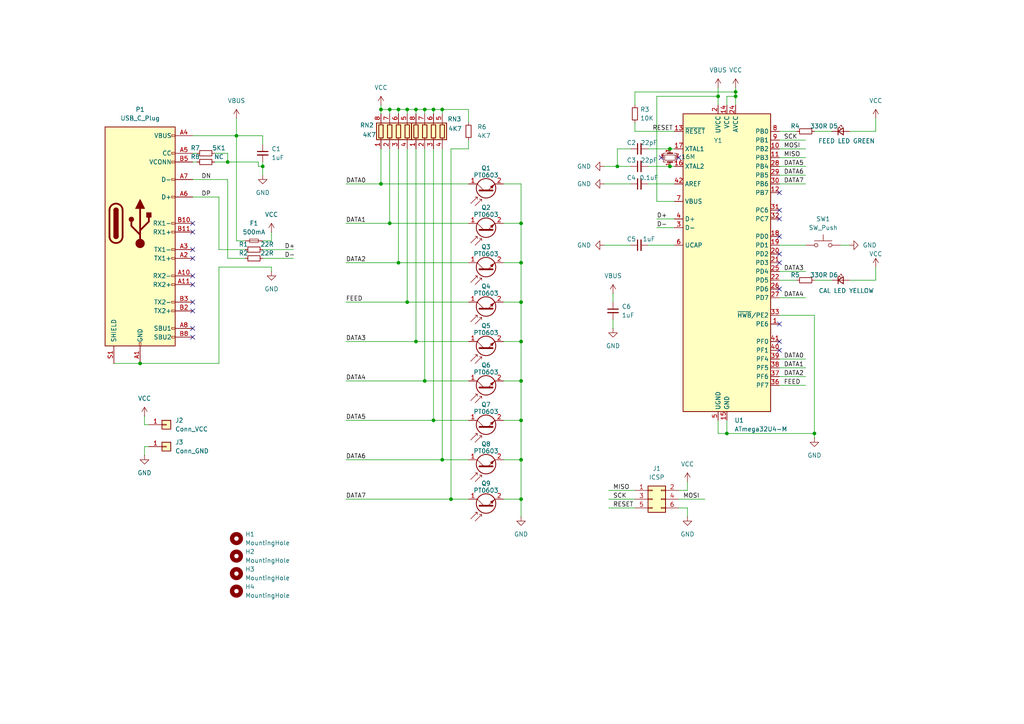
<source format=kicad_sch>
(kicad_sch
	(version 20231120)
	(generator "eeschema")
	(generator_version "8.0")
	(uuid "89b3d8dd-353f-4bc6-b694-a8df94e83b6b")
	(paper "A4")
	(lib_symbols
		(symbol "Connector:USB_C_Plug"
			(pin_names
				(offset 1.016)
			)
			(exclude_from_sim no)
			(in_bom yes)
			(on_board yes)
			(property "Reference" "P"
				(at -10.16 29.21 0)
				(effects
					(font
						(size 1.27 1.27)
					)
					(justify left)
				)
			)
			(property "Value" "USB_C_Plug"
				(at 10.16 29.21 0)
				(effects
					(font
						(size 1.27 1.27)
					)
					(justify right)
				)
			)
			(property "Footprint" ""
				(at 3.81 0 0)
				(effects
					(font
						(size 1.27 1.27)
					)
					(hide yes)
				)
			)
			(property "Datasheet" "https://www.usb.org/sites/default/files/documents/usb_type-c.zip"
				(at 3.81 0 0)
				(effects
					(font
						(size 1.27 1.27)
					)
					(hide yes)
				)
			)
			(property "Description" "USB Type-C Plug connector"
				(at 0 0 0)
				(effects
					(font
						(size 1.27 1.27)
					)
					(hide yes)
				)
			)
			(property "ki_keywords" "usb universal serial bus"
				(at 0 0 0)
				(effects
					(font
						(size 1.27 1.27)
					)
					(hide yes)
				)
			)
			(property "ki_fp_filters" "USB*C*Plug*"
				(at 0 0 0)
				(effects
					(font
						(size 1.27 1.27)
					)
					(hide yes)
				)
			)
			(symbol "USB_C_Plug_0_0"
				(rectangle
					(start -0.254 -35.56)
					(end 0.254 -34.544)
					(stroke
						(width 0)
						(type default)
					)
					(fill
						(type none)
					)
				)
				(rectangle
					(start 10.16 -32.766)
					(end 9.144 -33.274)
					(stroke
						(width 0)
						(type default)
					)
					(fill
						(type none)
					)
				)
				(rectangle
					(start 10.16 -30.226)
					(end 9.144 -30.734)
					(stroke
						(width 0)
						(type default)
					)
					(fill
						(type none)
					)
				)
				(rectangle
					(start 10.16 -25.146)
					(end 9.144 -25.654)
					(stroke
						(width 0)
						(type default)
					)
					(fill
						(type none)
					)
				)
				(rectangle
					(start 10.16 -22.606)
					(end 9.144 -23.114)
					(stroke
						(width 0)
						(type default)
					)
					(fill
						(type none)
					)
				)
				(rectangle
					(start 10.16 -17.526)
					(end 9.144 -18.034)
					(stroke
						(width 0)
						(type default)
					)
					(fill
						(type none)
					)
				)
				(rectangle
					(start 10.16 -14.986)
					(end 9.144 -15.494)
					(stroke
						(width 0)
						(type default)
					)
					(fill
						(type none)
					)
				)
				(rectangle
					(start 10.16 -9.906)
					(end 9.144 -10.414)
					(stroke
						(width 0)
						(type default)
					)
					(fill
						(type none)
					)
				)
				(rectangle
					(start 10.16 -7.366)
					(end 9.144 -7.874)
					(stroke
						(width 0)
						(type default)
					)
					(fill
						(type none)
					)
				)
				(rectangle
					(start 10.16 -2.286)
					(end 9.144 -2.794)
					(stroke
						(width 0)
						(type default)
					)
					(fill
						(type none)
					)
				)
				(rectangle
					(start 10.16 0.254)
					(end 9.144 -0.254)
					(stroke
						(width 0)
						(type default)
					)
					(fill
						(type none)
					)
				)
				(rectangle
					(start 10.16 7.874)
					(end 9.144 7.366)
					(stroke
						(width 0)
						(type default)
					)
					(fill
						(type none)
					)
				)
				(rectangle
					(start 10.16 12.954)
					(end 9.144 12.446)
					(stroke
						(width 0)
						(type default)
					)
					(fill
						(type none)
					)
				)
				(rectangle
					(start 10.16 18.034)
					(end 9.144 17.526)
					(stroke
						(width 0)
						(type default)
					)
					(fill
						(type none)
					)
				)
				(rectangle
					(start 10.16 20.574)
					(end 9.144 20.066)
					(stroke
						(width 0)
						(type default)
					)
					(fill
						(type none)
					)
				)
				(rectangle
					(start 10.16 25.654)
					(end 9.144 25.146)
					(stroke
						(width 0)
						(type default)
					)
					(fill
						(type none)
					)
				)
			)
			(symbol "USB_C_Plug_0_1"
				(rectangle
					(start -10.16 27.94)
					(end 10.16 -35.56)
					(stroke
						(width 0.254)
						(type default)
					)
					(fill
						(type background)
					)
				)
				(arc
					(start -8.89 -3.81)
					(mid -6.985 -5.7067)
					(end -5.08 -3.81)
					(stroke
						(width 0.508)
						(type default)
					)
					(fill
						(type none)
					)
				)
				(arc
					(start -7.62 -3.81)
					(mid -6.985 -4.4423)
					(end -6.35 -3.81)
					(stroke
						(width 0.254)
						(type default)
					)
					(fill
						(type none)
					)
				)
				(arc
					(start -7.62 -3.81)
					(mid -6.985 -4.4423)
					(end -6.35 -3.81)
					(stroke
						(width 0.254)
						(type default)
					)
					(fill
						(type outline)
					)
				)
				(rectangle
					(start -7.62 -3.81)
					(end -6.35 3.81)
					(stroke
						(width 0.254)
						(type default)
					)
					(fill
						(type outline)
					)
				)
				(arc
					(start -6.35 3.81)
					(mid -6.985 4.4423)
					(end -7.62 3.81)
					(stroke
						(width 0.254)
						(type default)
					)
					(fill
						(type none)
					)
				)
				(arc
					(start -6.35 3.81)
					(mid -6.985 4.4423)
					(end -7.62 3.81)
					(stroke
						(width 0.254)
						(type default)
					)
					(fill
						(type outline)
					)
				)
				(arc
					(start -5.08 3.81)
					(mid -6.985 5.7067)
					(end -8.89 3.81)
					(stroke
						(width 0.508)
						(type default)
					)
					(fill
						(type none)
					)
				)
				(polyline
					(pts
						(xy -8.89 -3.81) (xy -8.89 3.81)
					)
					(stroke
						(width 0.508)
						(type default)
					)
					(fill
						(type none)
					)
				)
				(polyline
					(pts
						(xy -5.08 3.81) (xy -5.08 -3.81)
					)
					(stroke
						(width 0.508)
						(type default)
					)
					(fill
						(type none)
					)
				)
			)
			(symbol "USB_C_Plug_1_1"
				(circle
					(center -2.54 1.143)
					(radius 0.635)
					(stroke
						(width 0.254)
						(type default)
					)
					(fill
						(type outline)
					)
				)
				(circle
					(center 0 -5.842)
					(radius 1.27)
					(stroke
						(width 0)
						(type default)
					)
					(fill
						(type outline)
					)
				)
				(polyline
					(pts
						(xy 0 -5.842) (xy 0 4.318)
					)
					(stroke
						(width 0.508)
						(type default)
					)
					(fill
						(type none)
					)
				)
				(polyline
					(pts
						(xy 0 -3.302) (xy -2.54 -0.762) (xy -2.54 0.508)
					)
					(stroke
						(width 0.508)
						(type default)
					)
					(fill
						(type none)
					)
				)
				(polyline
					(pts
						(xy 0 -2.032) (xy 2.54 0.508) (xy 2.54 1.778)
					)
					(stroke
						(width 0.508)
						(type default)
					)
					(fill
						(type none)
					)
				)
				(polyline
					(pts
						(xy -1.27 4.318) (xy 0 6.858) (xy 1.27 4.318) (xy -1.27 4.318)
					)
					(stroke
						(width 0.254)
						(type default)
					)
					(fill
						(type outline)
					)
				)
				(rectangle
					(start 1.905 1.778)
					(end 3.175 3.048)
					(stroke
						(width 0.254)
						(type default)
					)
					(fill
						(type outline)
					)
				)
				(pin passive line
					(at 0 -40.64 90)
					(length 5.08)
					(name "GND"
						(effects
							(font
								(size 1.27 1.27)
							)
						)
					)
					(number "A1"
						(effects
							(font
								(size 1.27 1.27)
							)
						)
					)
				)
				(pin bidirectional line
					(at 15.24 -15.24 180)
					(length 5.08)
					(name "RX2-"
						(effects
							(font
								(size 1.27 1.27)
							)
						)
					)
					(number "A10"
						(effects
							(font
								(size 1.27 1.27)
							)
						)
					)
				)
				(pin bidirectional line
					(at 15.24 -17.78 180)
					(length 5.08)
					(name "RX2+"
						(effects
							(font
								(size 1.27 1.27)
							)
						)
					)
					(number "A11"
						(effects
							(font
								(size 1.27 1.27)
							)
						)
					)
				)
				(pin passive line
					(at 0 -40.64 90)
					(length 5.08) hide
					(name "GND"
						(effects
							(font
								(size 1.27 1.27)
							)
						)
					)
					(number "A12"
						(effects
							(font
								(size 1.27 1.27)
							)
						)
					)
				)
				(pin bidirectional line
					(at 15.24 -10.16 180)
					(length 5.08)
					(name "TX1+"
						(effects
							(font
								(size 1.27 1.27)
							)
						)
					)
					(number "A2"
						(effects
							(font
								(size 1.27 1.27)
							)
						)
					)
				)
				(pin bidirectional line
					(at 15.24 -7.62 180)
					(length 5.08)
					(name "TX1-"
						(effects
							(font
								(size 1.27 1.27)
							)
						)
					)
					(number "A3"
						(effects
							(font
								(size 1.27 1.27)
							)
						)
					)
				)
				(pin passive line
					(at 15.24 25.4 180)
					(length 5.08)
					(name "VBUS"
						(effects
							(font
								(size 1.27 1.27)
							)
						)
					)
					(number "A4"
						(effects
							(font
								(size 1.27 1.27)
							)
						)
					)
				)
				(pin bidirectional line
					(at 15.24 20.32 180)
					(length 5.08)
					(name "CC"
						(effects
							(font
								(size 1.27 1.27)
							)
						)
					)
					(number "A5"
						(effects
							(font
								(size 1.27 1.27)
							)
						)
					)
				)
				(pin bidirectional line
					(at 15.24 7.62 180)
					(length 5.08)
					(name "D+"
						(effects
							(font
								(size 1.27 1.27)
							)
						)
					)
					(number "A6"
						(effects
							(font
								(size 1.27 1.27)
							)
						)
					)
				)
				(pin bidirectional line
					(at 15.24 12.7 180)
					(length 5.08)
					(name "D-"
						(effects
							(font
								(size 1.27 1.27)
							)
						)
					)
					(number "A7"
						(effects
							(font
								(size 1.27 1.27)
							)
						)
					)
				)
				(pin bidirectional line
					(at 15.24 -30.48 180)
					(length 5.08)
					(name "SBU1"
						(effects
							(font
								(size 1.27 1.27)
							)
						)
					)
					(number "A8"
						(effects
							(font
								(size 1.27 1.27)
							)
						)
					)
				)
				(pin passive line
					(at 15.24 25.4 180)
					(length 5.08) hide
					(name "VBUS"
						(effects
							(font
								(size 1.27 1.27)
							)
						)
					)
					(number "A9"
						(effects
							(font
								(size 1.27 1.27)
							)
						)
					)
				)
				(pin passive line
					(at 0 -40.64 90)
					(length 5.08) hide
					(name "GND"
						(effects
							(font
								(size 1.27 1.27)
							)
						)
					)
					(number "B1"
						(effects
							(font
								(size 1.27 1.27)
							)
						)
					)
				)
				(pin bidirectional line
					(at 15.24 0 180)
					(length 5.08)
					(name "RX1-"
						(effects
							(font
								(size 1.27 1.27)
							)
						)
					)
					(number "B10"
						(effects
							(font
								(size 1.27 1.27)
							)
						)
					)
				)
				(pin bidirectional line
					(at 15.24 -2.54 180)
					(length 5.08)
					(name "RX1+"
						(effects
							(font
								(size 1.27 1.27)
							)
						)
					)
					(number "B11"
						(effects
							(font
								(size 1.27 1.27)
							)
						)
					)
				)
				(pin passive line
					(at 0 -40.64 90)
					(length 5.08) hide
					(name "GND"
						(effects
							(font
								(size 1.27 1.27)
							)
						)
					)
					(number "B12"
						(effects
							(font
								(size 1.27 1.27)
							)
						)
					)
				)
				(pin bidirectional line
					(at 15.24 -25.4 180)
					(length 5.08)
					(name "TX2+"
						(effects
							(font
								(size 1.27 1.27)
							)
						)
					)
					(number "B2"
						(effects
							(font
								(size 1.27 1.27)
							)
						)
					)
				)
				(pin bidirectional line
					(at 15.24 -22.86 180)
					(length 5.08)
					(name "TX2-"
						(effects
							(font
								(size 1.27 1.27)
							)
						)
					)
					(number "B3"
						(effects
							(font
								(size 1.27 1.27)
							)
						)
					)
				)
				(pin passive line
					(at 15.24 25.4 180)
					(length 5.08) hide
					(name "VBUS"
						(effects
							(font
								(size 1.27 1.27)
							)
						)
					)
					(number "B4"
						(effects
							(font
								(size 1.27 1.27)
							)
						)
					)
				)
				(pin bidirectional line
					(at 15.24 17.78 180)
					(length 5.08)
					(name "VCONN"
						(effects
							(font
								(size 1.27 1.27)
							)
						)
					)
					(number "B5"
						(effects
							(font
								(size 1.27 1.27)
							)
						)
					)
				)
				(pin bidirectional line
					(at 15.24 -33.02 180)
					(length 5.08)
					(name "SBU2"
						(effects
							(font
								(size 1.27 1.27)
							)
						)
					)
					(number "B8"
						(effects
							(font
								(size 1.27 1.27)
							)
						)
					)
				)
				(pin passive line
					(at 15.24 25.4 180)
					(length 5.08) hide
					(name "VBUS"
						(effects
							(font
								(size 1.27 1.27)
							)
						)
					)
					(number "B9"
						(effects
							(font
								(size 1.27 1.27)
							)
						)
					)
				)
				(pin passive line
					(at -7.62 -40.64 90)
					(length 5.08)
					(name "SHIELD"
						(effects
							(font
								(size 1.27 1.27)
							)
						)
					)
					(number "S1"
						(effects
							(font
								(size 1.27 1.27)
							)
						)
					)
				)
			)
		)
		(symbol "Connector_Generic:Conn_01x01"
			(pin_names
				(offset 1.016) hide)
			(exclude_from_sim no)
			(in_bom yes)
			(on_board yes)
			(property "Reference" "J"
				(at 0 2.54 0)
				(effects
					(font
						(size 1.27 1.27)
					)
				)
			)
			(property "Value" "Conn_01x01"
				(at 0 -2.54 0)
				(effects
					(font
						(size 1.27 1.27)
					)
				)
			)
			(property "Footprint" ""
				(at 0 0 0)
				(effects
					(font
						(size 1.27 1.27)
					)
					(hide yes)
				)
			)
			(property "Datasheet" "~"
				(at 0 0 0)
				(effects
					(font
						(size 1.27 1.27)
					)
					(hide yes)
				)
			)
			(property "Description" "Generic connector, single row, 01x01, script generated (kicad-library-utils/schlib/autogen/connector/)"
				(at 0 0 0)
				(effects
					(font
						(size 1.27 1.27)
					)
					(hide yes)
				)
			)
			(property "ki_keywords" "connector"
				(at 0 0 0)
				(effects
					(font
						(size 1.27 1.27)
					)
					(hide yes)
				)
			)
			(property "ki_fp_filters" "Connector*:*_1x??_*"
				(at 0 0 0)
				(effects
					(font
						(size 1.27 1.27)
					)
					(hide yes)
				)
			)
			(symbol "Conn_01x01_1_1"
				(rectangle
					(start -1.27 0.127)
					(end 0 -0.127)
					(stroke
						(width 0.1524)
						(type default)
					)
					(fill
						(type none)
					)
				)
				(rectangle
					(start -1.27 1.27)
					(end 1.27 -1.27)
					(stroke
						(width 0.254)
						(type default)
					)
					(fill
						(type background)
					)
				)
				(pin passive line
					(at -5.08 0 0)
					(length 3.81)
					(name "Pin_1"
						(effects
							(font
								(size 1.27 1.27)
							)
						)
					)
					(number "1"
						(effects
							(font
								(size 1.27 1.27)
							)
						)
					)
				)
			)
		)
		(symbol "Connector_Generic:Conn_02x03_Odd_Even"
			(pin_names
				(offset 1.016) hide)
			(exclude_from_sim no)
			(in_bom yes)
			(on_board yes)
			(property "Reference" "J"
				(at 1.27 5.08 0)
				(effects
					(font
						(size 1.27 1.27)
					)
				)
			)
			(property "Value" "Conn_02x03_Odd_Even"
				(at 1.27 -5.08 0)
				(effects
					(font
						(size 1.27 1.27)
					)
				)
			)
			(property "Footprint" ""
				(at 0 0 0)
				(effects
					(font
						(size 1.27 1.27)
					)
					(hide yes)
				)
			)
			(property "Datasheet" "~"
				(at 0 0 0)
				(effects
					(font
						(size 1.27 1.27)
					)
					(hide yes)
				)
			)
			(property "Description" "Generic connector, double row, 02x03, odd/even pin numbering scheme (row 1 odd numbers, row 2 even numbers), script generated (kicad-library-utils/schlib/autogen/connector/)"
				(at 0 0 0)
				(effects
					(font
						(size 1.27 1.27)
					)
					(hide yes)
				)
			)
			(property "ki_keywords" "connector"
				(at 0 0 0)
				(effects
					(font
						(size 1.27 1.27)
					)
					(hide yes)
				)
			)
			(property "ki_fp_filters" "Connector*:*_2x??_*"
				(at 0 0 0)
				(effects
					(font
						(size 1.27 1.27)
					)
					(hide yes)
				)
			)
			(symbol "Conn_02x03_Odd_Even_1_1"
				(rectangle
					(start -1.27 -2.413)
					(end 0 -2.667)
					(stroke
						(width 0.1524)
						(type default)
					)
					(fill
						(type none)
					)
				)
				(rectangle
					(start -1.27 0.127)
					(end 0 -0.127)
					(stroke
						(width 0.1524)
						(type default)
					)
					(fill
						(type none)
					)
				)
				(rectangle
					(start -1.27 2.667)
					(end 0 2.413)
					(stroke
						(width 0.1524)
						(type default)
					)
					(fill
						(type none)
					)
				)
				(rectangle
					(start -1.27 3.81)
					(end 3.81 -3.81)
					(stroke
						(width 0.254)
						(type default)
					)
					(fill
						(type background)
					)
				)
				(rectangle
					(start 3.81 -2.413)
					(end 2.54 -2.667)
					(stroke
						(width 0.1524)
						(type default)
					)
					(fill
						(type none)
					)
				)
				(rectangle
					(start 3.81 0.127)
					(end 2.54 -0.127)
					(stroke
						(width 0.1524)
						(type default)
					)
					(fill
						(type none)
					)
				)
				(rectangle
					(start 3.81 2.667)
					(end 2.54 2.413)
					(stroke
						(width 0.1524)
						(type default)
					)
					(fill
						(type none)
					)
				)
				(pin passive line
					(at -5.08 2.54 0)
					(length 3.81)
					(name "Pin_1"
						(effects
							(font
								(size 1.27 1.27)
							)
						)
					)
					(number "1"
						(effects
							(font
								(size 1.27 1.27)
							)
						)
					)
				)
				(pin passive line
					(at 7.62 2.54 180)
					(length 3.81)
					(name "Pin_2"
						(effects
							(font
								(size 1.27 1.27)
							)
						)
					)
					(number "2"
						(effects
							(font
								(size 1.27 1.27)
							)
						)
					)
				)
				(pin passive line
					(at -5.08 0 0)
					(length 3.81)
					(name "Pin_3"
						(effects
							(font
								(size 1.27 1.27)
							)
						)
					)
					(number "3"
						(effects
							(font
								(size 1.27 1.27)
							)
						)
					)
				)
				(pin passive line
					(at 7.62 0 180)
					(length 3.81)
					(name "Pin_4"
						(effects
							(font
								(size 1.27 1.27)
							)
						)
					)
					(number "4"
						(effects
							(font
								(size 1.27 1.27)
							)
						)
					)
				)
				(pin passive line
					(at -5.08 -2.54 0)
					(length 3.81)
					(name "Pin_5"
						(effects
							(font
								(size 1.27 1.27)
							)
						)
					)
					(number "5"
						(effects
							(font
								(size 1.27 1.27)
							)
						)
					)
				)
				(pin passive line
					(at 7.62 -2.54 180)
					(length 3.81)
					(name "Pin_6"
						(effects
							(font
								(size 1.27 1.27)
							)
						)
					)
					(number "6"
						(effects
							(font
								(size 1.27 1.27)
							)
						)
					)
				)
			)
		)
		(symbol "Device:C_Small"
			(pin_numbers hide)
			(pin_names
				(offset 0.254) hide)
			(exclude_from_sim no)
			(in_bom yes)
			(on_board yes)
			(property "Reference" "C"
				(at 0.254 1.778 0)
				(effects
					(font
						(size 1.27 1.27)
					)
					(justify left)
				)
			)
			(property "Value" "C_Small"
				(at 0.254 -2.032 0)
				(effects
					(font
						(size 1.27 1.27)
					)
					(justify left)
				)
			)
			(property "Footprint" ""
				(at 0 0 0)
				(effects
					(font
						(size 1.27 1.27)
					)
					(hide yes)
				)
			)
			(property "Datasheet" "~"
				(at 0 0 0)
				(effects
					(font
						(size 1.27 1.27)
					)
					(hide yes)
				)
			)
			(property "Description" "Unpolarized capacitor, small symbol"
				(at 0 0 0)
				(effects
					(font
						(size 1.27 1.27)
					)
					(hide yes)
				)
			)
			(property "ki_keywords" "capacitor cap"
				(at 0 0 0)
				(effects
					(font
						(size 1.27 1.27)
					)
					(hide yes)
				)
			)
			(property "ki_fp_filters" "C_*"
				(at 0 0 0)
				(effects
					(font
						(size 1.27 1.27)
					)
					(hide yes)
				)
			)
			(symbol "C_Small_0_1"
				(polyline
					(pts
						(xy -1.524 -0.508) (xy 1.524 -0.508)
					)
					(stroke
						(width 0.3302)
						(type default)
					)
					(fill
						(type none)
					)
				)
				(polyline
					(pts
						(xy -1.524 0.508) (xy 1.524 0.508)
					)
					(stroke
						(width 0.3048)
						(type default)
					)
					(fill
						(type none)
					)
				)
			)
			(symbol "C_Small_1_1"
				(pin passive line
					(at 0 2.54 270)
					(length 2.032)
					(name "~"
						(effects
							(font
								(size 1.27 1.27)
							)
						)
					)
					(number "1"
						(effects
							(font
								(size 1.27 1.27)
							)
						)
					)
				)
				(pin passive line
					(at 0 -2.54 90)
					(length 2.032)
					(name "~"
						(effects
							(font
								(size 1.27 1.27)
							)
						)
					)
					(number "2"
						(effects
							(font
								(size 1.27 1.27)
							)
						)
					)
				)
			)
		)
		(symbol "Device:Crystal_GND24_Small"
			(pin_names
				(offset 1.016) hide)
			(exclude_from_sim no)
			(in_bom yes)
			(on_board yes)
			(property "Reference" "Y"
				(at 1.27 4.445 0)
				(effects
					(font
						(size 1.27 1.27)
					)
					(justify left)
				)
			)
			(property "Value" "Crystal_GND24_Small"
				(at 1.27 2.54 0)
				(effects
					(font
						(size 1.27 1.27)
					)
					(justify left)
				)
			)
			(property "Footprint" ""
				(at 0 0 0)
				(effects
					(font
						(size 1.27 1.27)
					)
					(hide yes)
				)
			)
			(property "Datasheet" "~"
				(at 0 0 0)
				(effects
					(font
						(size 1.27 1.27)
					)
					(hide yes)
				)
			)
			(property "Description" "Four pin crystal, GND on pins 2 and 4, small symbol"
				(at 0 0 0)
				(effects
					(font
						(size 1.27 1.27)
					)
					(hide yes)
				)
			)
			(property "ki_keywords" "quartz ceramic resonator oscillator"
				(at 0 0 0)
				(effects
					(font
						(size 1.27 1.27)
					)
					(hide yes)
				)
			)
			(property "ki_fp_filters" "Crystal*"
				(at 0 0 0)
				(effects
					(font
						(size 1.27 1.27)
					)
					(hide yes)
				)
			)
			(symbol "Crystal_GND24_Small_0_1"
				(rectangle
					(start -0.762 -1.524)
					(end 0.762 1.524)
					(stroke
						(width 0)
						(type default)
					)
					(fill
						(type none)
					)
				)
				(polyline
					(pts
						(xy -1.27 -0.762) (xy -1.27 0.762)
					)
					(stroke
						(width 0.381)
						(type default)
					)
					(fill
						(type none)
					)
				)
				(polyline
					(pts
						(xy 1.27 -0.762) (xy 1.27 0.762)
					)
					(stroke
						(width 0.381)
						(type default)
					)
					(fill
						(type none)
					)
				)
				(polyline
					(pts
						(xy -1.27 -1.27) (xy -1.27 -1.905) (xy 1.27 -1.905) (xy 1.27 -1.27)
					)
					(stroke
						(width 0)
						(type default)
					)
					(fill
						(type none)
					)
				)
				(polyline
					(pts
						(xy -1.27 1.27) (xy -1.27 1.905) (xy 1.27 1.905) (xy 1.27 1.27)
					)
					(stroke
						(width 0)
						(type default)
					)
					(fill
						(type none)
					)
				)
			)
			(symbol "Crystal_GND24_Small_1_1"
				(pin passive line
					(at -2.54 0 0)
					(length 1.27)
					(name "1"
						(effects
							(font
								(size 1.27 1.27)
							)
						)
					)
					(number "1"
						(effects
							(font
								(size 0.762 0.762)
							)
						)
					)
				)
				(pin passive line
					(at 0 -2.54 90)
					(length 0.635)
					(name "2"
						(effects
							(font
								(size 1.27 1.27)
							)
						)
					)
					(number "2"
						(effects
							(font
								(size 0.762 0.762)
							)
						)
					)
				)
				(pin passive line
					(at 2.54 0 180)
					(length 1.27)
					(name "3"
						(effects
							(font
								(size 1.27 1.27)
							)
						)
					)
					(number "3"
						(effects
							(font
								(size 0.762 0.762)
							)
						)
					)
				)
				(pin passive line
					(at 0 2.54 270)
					(length 0.635)
					(name "4"
						(effects
							(font
								(size 1.27 1.27)
							)
						)
					)
					(number "4"
						(effects
							(font
								(size 0.762 0.762)
							)
						)
					)
				)
			)
		)
		(symbol "Device:Fuse_Small"
			(pin_numbers hide)
			(pin_names
				(offset 0.254) hide)
			(exclude_from_sim no)
			(in_bom yes)
			(on_board yes)
			(property "Reference" "F"
				(at 0 -1.524 0)
				(effects
					(font
						(size 1.27 1.27)
					)
				)
			)
			(property "Value" "Fuse_Small"
				(at 0 1.524 0)
				(effects
					(font
						(size 1.27 1.27)
					)
				)
			)
			(property "Footprint" ""
				(at 0 0 0)
				(effects
					(font
						(size 1.27 1.27)
					)
					(hide yes)
				)
			)
			(property "Datasheet" "~"
				(at 0 0 0)
				(effects
					(font
						(size 1.27 1.27)
					)
					(hide yes)
				)
			)
			(property "Description" "Fuse, small symbol"
				(at 0 0 0)
				(effects
					(font
						(size 1.27 1.27)
					)
					(hide yes)
				)
			)
			(property "ki_keywords" "fuse"
				(at 0 0 0)
				(effects
					(font
						(size 1.27 1.27)
					)
					(hide yes)
				)
			)
			(property "ki_fp_filters" "*Fuse*"
				(at 0 0 0)
				(effects
					(font
						(size 1.27 1.27)
					)
					(hide yes)
				)
			)
			(symbol "Fuse_Small_0_1"
				(rectangle
					(start -1.27 0.508)
					(end 1.27 -0.508)
					(stroke
						(width 0)
						(type default)
					)
					(fill
						(type none)
					)
				)
				(polyline
					(pts
						(xy -1.27 0) (xy 1.27 0)
					)
					(stroke
						(width 0)
						(type default)
					)
					(fill
						(type none)
					)
				)
			)
			(symbol "Fuse_Small_1_1"
				(pin passive line
					(at -2.54 0 0)
					(length 1.27)
					(name "~"
						(effects
							(font
								(size 1.27 1.27)
							)
						)
					)
					(number "1"
						(effects
							(font
								(size 1.27 1.27)
							)
						)
					)
				)
				(pin passive line
					(at 2.54 0 180)
					(length 1.27)
					(name "~"
						(effects
							(font
								(size 1.27 1.27)
							)
						)
					)
					(number "2"
						(effects
							(font
								(size 1.27 1.27)
							)
						)
					)
				)
			)
		)
		(symbol "Device:LED_Small"
			(pin_numbers hide)
			(pin_names
				(offset 0.254) hide)
			(exclude_from_sim no)
			(in_bom yes)
			(on_board yes)
			(property "Reference" "D"
				(at -1.27 3.175 0)
				(effects
					(font
						(size 1.27 1.27)
					)
					(justify left)
				)
			)
			(property "Value" "LED_Small"
				(at -4.445 -2.54 0)
				(effects
					(font
						(size 1.27 1.27)
					)
					(justify left)
				)
			)
			(property "Footprint" ""
				(at 0 0 90)
				(effects
					(font
						(size 1.27 1.27)
					)
					(hide yes)
				)
			)
			(property "Datasheet" "~"
				(at 0 0 90)
				(effects
					(font
						(size 1.27 1.27)
					)
					(hide yes)
				)
			)
			(property "Description" "Light emitting diode, small symbol"
				(at 0 0 0)
				(effects
					(font
						(size 1.27 1.27)
					)
					(hide yes)
				)
			)
			(property "ki_keywords" "LED diode light-emitting-diode"
				(at 0 0 0)
				(effects
					(font
						(size 1.27 1.27)
					)
					(hide yes)
				)
			)
			(property "ki_fp_filters" "LED* LED_SMD:* LED_THT:*"
				(at 0 0 0)
				(effects
					(font
						(size 1.27 1.27)
					)
					(hide yes)
				)
			)
			(symbol "LED_Small_0_1"
				(polyline
					(pts
						(xy -0.762 -1.016) (xy -0.762 1.016)
					)
					(stroke
						(width 0.254)
						(type default)
					)
					(fill
						(type none)
					)
				)
				(polyline
					(pts
						(xy 1.016 0) (xy -0.762 0)
					)
					(stroke
						(width 0)
						(type default)
					)
					(fill
						(type none)
					)
				)
				(polyline
					(pts
						(xy 0.762 -1.016) (xy -0.762 0) (xy 0.762 1.016) (xy 0.762 -1.016)
					)
					(stroke
						(width 0.254)
						(type default)
					)
					(fill
						(type none)
					)
				)
				(polyline
					(pts
						(xy 0 0.762) (xy -0.508 1.27) (xy -0.254 1.27) (xy -0.508 1.27) (xy -0.508 1.016)
					)
					(stroke
						(width 0)
						(type default)
					)
					(fill
						(type none)
					)
				)
				(polyline
					(pts
						(xy 0.508 1.27) (xy 0 1.778) (xy 0.254 1.778) (xy 0 1.778) (xy 0 1.524)
					)
					(stroke
						(width 0)
						(type default)
					)
					(fill
						(type none)
					)
				)
			)
			(symbol "LED_Small_1_1"
				(pin passive line
					(at -2.54 0 0)
					(length 1.778)
					(name "K"
						(effects
							(font
								(size 1.27 1.27)
							)
						)
					)
					(number "1"
						(effects
							(font
								(size 1.27 1.27)
							)
						)
					)
				)
				(pin passive line
					(at 2.54 0 180)
					(length 1.778)
					(name "A"
						(effects
							(font
								(size 1.27 1.27)
							)
						)
					)
					(number "2"
						(effects
							(font
								(size 1.27 1.27)
							)
						)
					)
				)
			)
		)
		(symbol "Device:R_Pack04"
			(pin_names
				(offset 0) hide)
			(exclude_from_sim no)
			(in_bom yes)
			(on_board yes)
			(property "Reference" "RN"
				(at -7.62 0 90)
				(effects
					(font
						(size 1.27 1.27)
					)
				)
			)
			(property "Value" "R_Pack04"
				(at 5.08 0 90)
				(effects
					(font
						(size 1.27 1.27)
					)
				)
			)
			(property "Footprint" ""
				(at 6.985 0 90)
				(effects
					(font
						(size 1.27 1.27)
					)
					(hide yes)
				)
			)
			(property "Datasheet" "~"
				(at 0 0 0)
				(effects
					(font
						(size 1.27 1.27)
					)
					(hide yes)
				)
			)
			(property "Description" "4 resistor network, parallel topology"
				(at 0 0 0)
				(effects
					(font
						(size 1.27 1.27)
					)
					(hide yes)
				)
			)
			(property "ki_keywords" "R network parallel topology isolated"
				(at 0 0 0)
				(effects
					(font
						(size 1.27 1.27)
					)
					(hide yes)
				)
			)
			(property "ki_fp_filters" "DIP* SOIC* R*Array*Concave* R*Array*Convex* MSOP*"
				(at 0 0 0)
				(effects
					(font
						(size 1.27 1.27)
					)
					(hide yes)
				)
			)
			(symbol "R_Pack04_0_1"
				(rectangle
					(start -6.35 -2.413)
					(end 3.81 2.413)
					(stroke
						(width 0.254)
						(type default)
					)
					(fill
						(type background)
					)
				)
				(rectangle
					(start -5.715 1.905)
					(end -4.445 -1.905)
					(stroke
						(width 0.254)
						(type default)
					)
					(fill
						(type none)
					)
				)
				(rectangle
					(start -3.175 1.905)
					(end -1.905 -1.905)
					(stroke
						(width 0.254)
						(type default)
					)
					(fill
						(type none)
					)
				)
				(rectangle
					(start -0.635 1.905)
					(end 0.635 -1.905)
					(stroke
						(width 0.254)
						(type default)
					)
					(fill
						(type none)
					)
				)
				(polyline
					(pts
						(xy -5.08 -2.54) (xy -5.08 -1.905)
					)
					(stroke
						(width 0)
						(type default)
					)
					(fill
						(type none)
					)
				)
				(polyline
					(pts
						(xy -5.08 1.905) (xy -5.08 2.54)
					)
					(stroke
						(width 0)
						(type default)
					)
					(fill
						(type none)
					)
				)
				(polyline
					(pts
						(xy -2.54 -2.54) (xy -2.54 -1.905)
					)
					(stroke
						(width 0)
						(type default)
					)
					(fill
						(type none)
					)
				)
				(polyline
					(pts
						(xy -2.54 1.905) (xy -2.54 2.54)
					)
					(stroke
						(width 0)
						(type default)
					)
					(fill
						(type none)
					)
				)
				(polyline
					(pts
						(xy 0 -2.54) (xy 0 -1.905)
					)
					(stroke
						(width 0)
						(type default)
					)
					(fill
						(type none)
					)
				)
				(polyline
					(pts
						(xy 0 1.905) (xy 0 2.54)
					)
					(stroke
						(width 0)
						(type default)
					)
					(fill
						(type none)
					)
				)
				(polyline
					(pts
						(xy 2.54 -2.54) (xy 2.54 -1.905)
					)
					(stroke
						(width 0)
						(type default)
					)
					(fill
						(type none)
					)
				)
				(polyline
					(pts
						(xy 2.54 1.905) (xy 2.54 2.54)
					)
					(stroke
						(width 0)
						(type default)
					)
					(fill
						(type none)
					)
				)
				(rectangle
					(start 1.905 1.905)
					(end 3.175 -1.905)
					(stroke
						(width 0.254)
						(type default)
					)
					(fill
						(type none)
					)
				)
			)
			(symbol "R_Pack04_1_1"
				(pin passive line
					(at -5.08 -5.08 90)
					(length 2.54)
					(name "R1.1"
						(effects
							(font
								(size 1.27 1.27)
							)
						)
					)
					(number "1"
						(effects
							(font
								(size 1.27 1.27)
							)
						)
					)
				)
				(pin passive line
					(at -2.54 -5.08 90)
					(length 2.54)
					(name "R2.1"
						(effects
							(font
								(size 1.27 1.27)
							)
						)
					)
					(number "2"
						(effects
							(font
								(size 1.27 1.27)
							)
						)
					)
				)
				(pin passive line
					(at 0 -5.08 90)
					(length 2.54)
					(name "R3.1"
						(effects
							(font
								(size 1.27 1.27)
							)
						)
					)
					(number "3"
						(effects
							(font
								(size 1.27 1.27)
							)
						)
					)
				)
				(pin passive line
					(at 2.54 -5.08 90)
					(length 2.54)
					(name "R4.1"
						(effects
							(font
								(size 1.27 1.27)
							)
						)
					)
					(number "4"
						(effects
							(font
								(size 1.27 1.27)
							)
						)
					)
				)
				(pin passive line
					(at 2.54 5.08 270)
					(length 2.54)
					(name "R4.2"
						(effects
							(font
								(size 1.27 1.27)
							)
						)
					)
					(number "5"
						(effects
							(font
								(size 1.27 1.27)
							)
						)
					)
				)
				(pin passive line
					(at 0 5.08 270)
					(length 2.54)
					(name "R3.2"
						(effects
							(font
								(size 1.27 1.27)
							)
						)
					)
					(number "6"
						(effects
							(font
								(size 1.27 1.27)
							)
						)
					)
				)
				(pin passive line
					(at -2.54 5.08 270)
					(length 2.54)
					(name "R2.2"
						(effects
							(font
								(size 1.27 1.27)
							)
						)
					)
					(number "7"
						(effects
							(font
								(size 1.27 1.27)
							)
						)
					)
				)
				(pin passive line
					(at -5.08 5.08 270)
					(length 2.54)
					(name "R1.2"
						(effects
							(font
								(size 1.27 1.27)
							)
						)
					)
					(number "8"
						(effects
							(font
								(size 1.27 1.27)
							)
						)
					)
				)
			)
		)
		(symbol "Device:R_Small"
			(pin_numbers hide)
			(pin_names
				(offset 0.254) hide)
			(exclude_from_sim no)
			(in_bom yes)
			(on_board yes)
			(property "Reference" "R"
				(at 0.762 0.508 0)
				(effects
					(font
						(size 1.27 1.27)
					)
					(justify left)
				)
			)
			(property "Value" "R_Small"
				(at 0.762 -1.016 0)
				(effects
					(font
						(size 1.27 1.27)
					)
					(justify left)
				)
			)
			(property "Footprint" ""
				(at 0 0 0)
				(effects
					(font
						(size 1.27 1.27)
					)
					(hide yes)
				)
			)
			(property "Datasheet" "~"
				(at 0 0 0)
				(effects
					(font
						(size 1.27 1.27)
					)
					(hide yes)
				)
			)
			(property "Description" "Resistor, small symbol"
				(at 0 0 0)
				(effects
					(font
						(size 1.27 1.27)
					)
					(hide yes)
				)
			)
			(property "ki_keywords" "R resistor"
				(at 0 0 0)
				(effects
					(font
						(size 1.27 1.27)
					)
					(hide yes)
				)
			)
			(property "ki_fp_filters" "R_*"
				(at 0 0 0)
				(effects
					(font
						(size 1.27 1.27)
					)
					(hide yes)
				)
			)
			(symbol "R_Small_0_1"
				(rectangle
					(start -0.762 1.778)
					(end 0.762 -1.778)
					(stroke
						(width 0.2032)
						(type default)
					)
					(fill
						(type none)
					)
				)
			)
			(symbol "R_Small_1_1"
				(pin passive line
					(at 0 2.54 270)
					(length 0.762)
					(name "~"
						(effects
							(font
								(size 1.27 1.27)
							)
						)
					)
					(number "1"
						(effects
							(font
								(size 1.27 1.27)
							)
						)
					)
				)
				(pin passive line
					(at 0 -2.54 90)
					(length 0.762)
					(name "~"
						(effects
							(font
								(size 1.27 1.27)
							)
						)
					)
					(number "2"
						(effects
							(font
								(size 1.27 1.27)
							)
						)
					)
				)
			)
		)
		(symbol "MCU_Microchip_ATmega:ATmega32U4-M"
			(exclude_from_sim no)
			(in_bom yes)
			(on_board yes)
			(property "Reference" "U"
				(at -12.7 44.45 0)
				(effects
					(font
						(size 1.27 1.27)
					)
					(justify left bottom)
				)
			)
			(property "Value" "ATmega32U4-M"
				(at 2.54 -44.45 0)
				(effects
					(font
						(size 1.27 1.27)
					)
					(justify left top)
				)
			)
			(property "Footprint" "Package_DFN_QFN:QFN-44-1EP_7x7mm_P0.5mm_EP5.2x5.2mm"
				(at 0 0 0)
				(effects
					(font
						(size 1.27 1.27)
						(italic yes)
					)
					(hide yes)
				)
			)
			(property "Datasheet" "http://ww1.microchip.com/downloads/en/DeviceDoc/Atmel-7766-8-bit-AVR-ATmega16U4-32U4_Datasheet.pdf"
				(at 0 0 0)
				(effects
					(font
						(size 1.27 1.27)
					)
					(hide yes)
				)
			)
			(property "Description" "16MHz, 32kB Flash, 2.5kB SRAM, 1kB EEPROM, USB 2.0, QFN-44"
				(at 0 0 0)
				(effects
					(font
						(size 1.27 1.27)
					)
					(hide yes)
				)
			)
			(property "ki_keywords" "AVR 8bit Microcontroller MegaAVR USB"
				(at 0 0 0)
				(effects
					(font
						(size 1.27 1.27)
					)
					(hide yes)
				)
			)
			(property "ki_fp_filters" "QFN*1EP*7x7mm*P0.5mm*"
				(at 0 0 0)
				(effects
					(font
						(size 1.27 1.27)
					)
					(hide yes)
				)
			)
			(symbol "ATmega32U4-M_0_1"
				(rectangle
					(start -12.7 -43.18)
					(end 12.7 43.18)
					(stroke
						(width 0.254)
						(type default)
					)
					(fill
						(type background)
					)
				)
			)
			(symbol "ATmega32U4-M_1_1"
				(pin bidirectional line
					(at 15.24 -17.78 180)
					(length 2.54)
					(name "PE6"
						(effects
							(font
								(size 1.27 1.27)
							)
						)
					)
					(number "1"
						(effects
							(font
								(size 1.27 1.27)
							)
						)
					)
				)
				(pin bidirectional line
					(at 15.24 33.02 180)
					(length 2.54)
					(name "PB2"
						(effects
							(font
								(size 1.27 1.27)
							)
						)
					)
					(number "10"
						(effects
							(font
								(size 1.27 1.27)
							)
						)
					)
				)
				(pin bidirectional line
					(at 15.24 30.48 180)
					(length 2.54)
					(name "PB3"
						(effects
							(font
								(size 1.27 1.27)
							)
						)
					)
					(number "11"
						(effects
							(font
								(size 1.27 1.27)
							)
						)
					)
				)
				(pin bidirectional line
					(at 15.24 20.32 180)
					(length 2.54)
					(name "PB7"
						(effects
							(font
								(size 1.27 1.27)
							)
						)
					)
					(number "12"
						(effects
							(font
								(size 1.27 1.27)
							)
						)
					)
				)
				(pin input line
					(at -15.24 38.1 0)
					(length 2.54)
					(name "~{RESET}"
						(effects
							(font
								(size 1.27 1.27)
							)
						)
					)
					(number "13"
						(effects
							(font
								(size 1.27 1.27)
							)
						)
					)
				)
				(pin power_in line
					(at 0 45.72 270)
					(length 2.54)
					(name "VCC"
						(effects
							(font
								(size 1.27 1.27)
							)
						)
					)
					(number "14"
						(effects
							(font
								(size 1.27 1.27)
							)
						)
					)
				)
				(pin power_in line
					(at 0 -45.72 90)
					(length 2.54)
					(name "GND"
						(effects
							(font
								(size 1.27 1.27)
							)
						)
					)
					(number "15"
						(effects
							(font
								(size 1.27 1.27)
							)
						)
					)
				)
				(pin output line
					(at -15.24 27.94 0)
					(length 2.54)
					(name "XTAL2"
						(effects
							(font
								(size 1.27 1.27)
							)
						)
					)
					(number "16"
						(effects
							(font
								(size 1.27 1.27)
							)
						)
					)
				)
				(pin input line
					(at -15.24 33.02 0)
					(length 2.54)
					(name "XTAL1"
						(effects
							(font
								(size 1.27 1.27)
							)
						)
					)
					(number "17"
						(effects
							(font
								(size 1.27 1.27)
							)
						)
					)
				)
				(pin bidirectional line
					(at 15.24 7.62 180)
					(length 2.54)
					(name "PD0"
						(effects
							(font
								(size 1.27 1.27)
							)
						)
					)
					(number "18"
						(effects
							(font
								(size 1.27 1.27)
							)
						)
					)
				)
				(pin bidirectional line
					(at 15.24 5.08 180)
					(length 2.54)
					(name "PD1"
						(effects
							(font
								(size 1.27 1.27)
							)
						)
					)
					(number "19"
						(effects
							(font
								(size 1.27 1.27)
							)
						)
					)
				)
				(pin power_in line
					(at -2.54 45.72 270)
					(length 2.54)
					(name "UVCC"
						(effects
							(font
								(size 1.27 1.27)
							)
						)
					)
					(number "2"
						(effects
							(font
								(size 1.27 1.27)
							)
						)
					)
				)
				(pin bidirectional line
					(at 15.24 2.54 180)
					(length 2.54)
					(name "PD2"
						(effects
							(font
								(size 1.27 1.27)
							)
						)
					)
					(number "20"
						(effects
							(font
								(size 1.27 1.27)
							)
						)
					)
				)
				(pin bidirectional line
					(at 15.24 0 180)
					(length 2.54)
					(name "PD3"
						(effects
							(font
								(size 1.27 1.27)
							)
						)
					)
					(number "21"
						(effects
							(font
								(size 1.27 1.27)
							)
						)
					)
				)
				(pin bidirectional line
					(at 15.24 -5.08 180)
					(length 2.54)
					(name "PD5"
						(effects
							(font
								(size 1.27 1.27)
							)
						)
					)
					(number "22"
						(effects
							(font
								(size 1.27 1.27)
							)
						)
					)
				)
				(pin passive line
					(at 0 -45.72 90)
					(length 2.54) hide
					(name "GND"
						(effects
							(font
								(size 1.27 1.27)
							)
						)
					)
					(number "23"
						(effects
							(font
								(size 1.27 1.27)
							)
						)
					)
				)
				(pin power_in line
					(at 2.54 45.72 270)
					(length 2.54)
					(name "AVCC"
						(effects
							(font
								(size 1.27 1.27)
							)
						)
					)
					(number "24"
						(effects
							(font
								(size 1.27 1.27)
							)
						)
					)
				)
				(pin bidirectional line
					(at 15.24 -2.54 180)
					(length 2.54)
					(name "PD4"
						(effects
							(font
								(size 1.27 1.27)
							)
						)
					)
					(number "25"
						(effects
							(font
								(size 1.27 1.27)
							)
						)
					)
				)
				(pin bidirectional line
					(at 15.24 -7.62 180)
					(length 2.54)
					(name "PD6"
						(effects
							(font
								(size 1.27 1.27)
							)
						)
					)
					(number "26"
						(effects
							(font
								(size 1.27 1.27)
							)
						)
					)
				)
				(pin bidirectional line
					(at 15.24 -10.16 180)
					(length 2.54)
					(name "PD7"
						(effects
							(font
								(size 1.27 1.27)
							)
						)
					)
					(number "27"
						(effects
							(font
								(size 1.27 1.27)
							)
						)
					)
				)
				(pin bidirectional line
					(at 15.24 27.94 180)
					(length 2.54)
					(name "PB4"
						(effects
							(font
								(size 1.27 1.27)
							)
						)
					)
					(number "28"
						(effects
							(font
								(size 1.27 1.27)
							)
						)
					)
				)
				(pin bidirectional line
					(at 15.24 25.4 180)
					(length 2.54)
					(name "PB5"
						(effects
							(font
								(size 1.27 1.27)
							)
						)
					)
					(number "29"
						(effects
							(font
								(size 1.27 1.27)
							)
						)
					)
				)
				(pin bidirectional line
					(at -15.24 10.16 0)
					(length 2.54)
					(name "D-"
						(effects
							(font
								(size 1.27 1.27)
							)
						)
					)
					(number "3"
						(effects
							(font
								(size 1.27 1.27)
							)
						)
					)
				)
				(pin bidirectional line
					(at 15.24 22.86 180)
					(length 2.54)
					(name "PB6"
						(effects
							(font
								(size 1.27 1.27)
							)
						)
					)
					(number "30"
						(effects
							(font
								(size 1.27 1.27)
							)
						)
					)
				)
				(pin bidirectional line
					(at 15.24 15.24 180)
					(length 2.54)
					(name "PC6"
						(effects
							(font
								(size 1.27 1.27)
							)
						)
					)
					(number "31"
						(effects
							(font
								(size 1.27 1.27)
							)
						)
					)
				)
				(pin bidirectional line
					(at 15.24 12.7 180)
					(length 2.54)
					(name "PC7"
						(effects
							(font
								(size 1.27 1.27)
							)
						)
					)
					(number "32"
						(effects
							(font
								(size 1.27 1.27)
							)
						)
					)
				)
				(pin bidirectional line
					(at 15.24 -15.24 180)
					(length 2.54)
					(name "~{HWB}/PE2"
						(effects
							(font
								(size 1.27 1.27)
							)
						)
					)
					(number "33"
						(effects
							(font
								(size 1.27 1.27)
							)
						)
					)
				)
				(pin passive line
					(at 0 45.72 270)
					(length 2.54) hide
					(name "VCC"
						(effects
							(font
								(size 1.27 1.27)
							)
						)
					)
					(number "34"
						(effects
							(font
								(size 1.27 1.27)
							)
						)
					)
				)
				(pin passive line
					(at 0 -45.72 90)
					(length 2.54) hide
					(name "GND"
						(effects
							(font
								(size 1.27 1.27)
							)
						)
					)
					(number "35"
						(effects
							(font
								(size 1.27 1.27)
							)
						)
					)
				)
				(pin bidirectional line
					(at 15.24 -35.56 180)
					(length 2.54)
					(name "PF7"
						(effects
							(font
								(size 1.27 1.27)
							)
						)
					)
					(number "36"
						(effects
							(font
								(size 1.27 1.27)
							)
						)
					)
				)
				(pin bidirectional line
					(at 15.24 -33.02 180)
					(length 2.54)
					(name "PF6"
						(effects
							(font
								(size 1.27 1.27)
							)
						)
					)
					(number "37"
						(effects
							(font
								(size 1.27 1.27)
							)
						)
					)
				)
				(pin bidirectional line
					(at 15.24 -30.48 180)
					(length 2.54)
					(name "PF5"
						(effects
							(font
								(size 1.27 1.27)
							)
						)
					)
					(number "38"
						(effects
							(font
								(size 1.27 1.27)
							)
						)
					)
				)
				(pin bidirectional line
					(at 15.24 -27.94 180)
					(length 2.54)
					(name "PF4"
						(effects
							(font
								(size 1.27 1.27)
							)
						)
					)
					(number "39"
						(effects
							(font
								(size 1.27 1.27)
							)
						)
					)
				)
				(pin bidirectional line
					(at -15.24 12.7 0)
					(length 2.54)
					(name "D+"
						(effects
							(font
								(size 1.27 1.27)
							)
						)
					)
					(number "4"
						(effects
							(font
								(size 1.27 1.27)
							)
						)
					)
				)
				(pin bidirectional line
					(at 15.24 -25.4 180)
					(length 2.54)
					(name "PF1"
						(effects
							(font
								(size 1.27 1.27)
							)
						)
					)
					(number "40"
						(effects
							(font
								(size 1.27 1.27)
							)
						)
					)
				)
				(pin bidirectional line
					(at 15.24 -22.86 180)
					(length 2.54)
					(name "PF0"
						(effects
							(font
								(size 1.27 1.27)
							)
						)
					)
					(number "41"
						(effects
							(font
								(size 1.27 1.27)
							)
						)
					)
				)
				(pin passive line
					(at -15.24 22.86 0)
					(length 2.54)
					(name "AREF"
						(effects
							(font
								(size 1.27 1.27)
							)
						)
					)
					(number "42"
						(effects
							(font
								(size 1.27 1.27)
							)
						)
					)
				)
				(pin passive line
					(at 0 -45.72 90)
					(length 2.54) hide
					(name "GND"
						(effects
							(font
								(size 1.27 1.27)
							)
						)
					)
					(number "43"
						(effects
							(font
								(size 1.27 1.27)
							)
						)
					)
				)
				(pin passive line
					(at 2.54 45.72 270)
					(length 2.54) hide
					(name "AVCC"
						(effects
							(font
								(size 1.27 1.27)
							)
						)
					)
					(number "44"
						(effects
							(font
								(size 1.27 1.27)
							)
						)
					)
				)
				(pin passive line
					(at 0 -45.72 90)
					(length 2.54) hide
					(name "GND"
						(effects
							(font
								(size 1.27 1.27)
							)
						)
					)
					(number "45"
						(effects
							(font
								(size 1.27 1.27)
							)
						)
					)
				)
				(pin passive line
					(at -2.54 -45.72 90)
					(length 2.54)
					(name "UGND"
						(effects
							(font
								(size 1.27 1.27)
							)
						)
					)
					(number "5"
						(effects
							(font
								(size 1.27 1.27)
							)
						)
					)
				)
				(pin passive line
					(at -15.24 5.08 0)
					(length 2.54)
					(name "UCAP"
						(effects
							(font
								(size 1.27 1.27)
							)
						)
					)
					(number "6"
						(effects
							(font
								(size 1.27 1.27)
							)
						)
					)
				)
				(pin input line
					(at -15.24 17.78 0)
					(length 2.54)
					(name "VBUS"
						(effects
							(font
								(size 1.27 1.27)
							)
						)
					)
					(number "7"
						(effects
							(font
								(size 1.27 1.27)
							)
						)
					)
				)
				(pin bidirectional line
					(at 15.24 38.1 180)
					(length 2.54)
					(name "PB0"
						(effects
							(font
								(size 1.27 1.27)
							)
						)
					)
					(number "8"
						(effects
							(font
								(size 1.27 1.27)
							)
						)
					)
				)
				(pin bidirectional line
					(at 15.24 35.56 180)
					(length 2.54)
					(name "PB1"
						(effects
							(font
								(size 1.27 1.27)
							)
						)
					)
					(number "9"
						(effects
							(font
								(size 1.27 1.27)
							)
						)
					)
				)
			)
		)
		(symbol "Mechanical:MountingHole"
			(pin_names
				(offset 1.016)
			)
			(exclude_from_sim yes)
			(in_bom no)
			(on_board yes)
			(property "Reference" "H"
				(at 0 5.08 0)
				(effects
					(font
						(size 1.27 1.27)
					)
				)
			)
			(property "Value" "MountingHole"
				(at 0 3.175 0)
				(effects
					(font
						(size 1.27 1.27)
					)
				)
			)
			(property "Footprint" ""
				(at 0 0 0)
				(effects
					(font
						(size 1.27 1.27)
					)
					(hide yes)
				)
			)
			(property "Datasheet" "~"
				(at 0 0 0)
				(effects
					(font
						(size 1.27 1.27)
					)
					(hide yes)
				)
			)
			(property "Description" "Mounting Hole without connection"
				(at 0 0 0)
				(effects
					(font
						(size 1.27 1.27)
					)
					(hide yes)
				)
			)
			(property "ki_keywords" "mounting hole"
				(at 0 0 0)
				(effects
					(font
						(size 1.27 1.27)
					)
					(hide yes)
				)
			)
			(property "ki_fp_filters" "MountingHole*"
				(at 0 0 0)
				(effects
					(font
						(size 1.27 1.27)
					)
					(hide yes)
				)
			)
			(symbol "MountingHole_0_1"
				(circle
					(center 0 0)
					(radius 1.27)
					(stroke
						(width 1.27)
						(type default)
					)
					(fill
						(type none)
					)
				)
			)
		)
		(symbol "Sensor_Optical:BPW40"
			(pin_names
				(offset 0) hide)
			(exclude_from_sim no)
			(in_bom yes)
			(on_board yes)
			(property "Reference" "Q"
				(at 5.08 1.27 0)
				(effects
					(font
						(size 1.27 1.27)
					)
					(justify left)
				)
			)
			(property "Value" "BPW40"
				(at 5.08 -1.27 0)
				(effects
					(font
						(size 1.27 1.27)
					)
					(justify left)
				)
			)
			(property "Footprint" "LED_THT:LED_D5.0mm_Clear"
				(at 12.192 -3.556 0)
				(effects
					(font
						(size 1.27 1.27)
					)
					(hide yes)
				)
			)
			(property "Datasheet" "https://www.rcscomponents.kiev.ua/datasheets/bpw40.pdf"
				(at 0 0 0)
				(effects
					(font
						(size 1.27 1.27)
					)
					(hide yes)
				)
			)
			(property "Description" "Phototransistor NPN"
				(at 0 0 0)
				(effects
					(font
						(size 1.27 1.27)
					)
					(hide yes)
				)
			)
			(property "ki_keywords" "npn phototransistor"
				(at 0 0 0)
				(effects
					(font
						(size 1.27 1.27)
					)
					(hide yes)
				)
			)
			(property "ki_fp_filters" "LED*D5.0mm*Clear*"
				(at 0 0 0)
				(effects
					(font
						(size 1.27 1.27)
					)
					(hide yes)
				)
			)
			(symbol "BPW40_0_1"
				(polyline
					(pts
						(xy -1.905 1.27) (xy -2.54 1.27)
					)
					(stroke
						(width 0)
						(type default)
					)
					(fill
						(type none)
					)
				)
				(polyline
					(pts
						(xy -1.27 2.54) (xy -1.905 2.54)
					)
					(stroke
						(width 0)
						(type default)
					)
					(fill
						(type none)
					)
				)
				(polyline
					(pts
						(xy 0.635 0.635) (xy 2.54 2.54)
					)
					(stroke
						(width 0)
						(type default)
					)
					(fill
						(type none)
					)
				)
				(polyline
					(pts
						(xy -3.81 3.175) (xy -1.905 1.27) (xy -1.905 1.905)
					)
					(stroke
						(width 0)
						(type default)
					)
					(fill
						(type none)
					)
				)
				(polyline
					(pts
						(xy -3.175 4.445) (xy -1.27 2.54) (xy -1.27 3.175)
					)
					(stroke
						(width 0)
						(type default)
					)
					(fill
						(type none)
					)
				)
				(polyline
					(pts
						(xy 0.635 -0.635) (xy 2.54 -2.54) (xy 2.54 -2.54)
					)
					(stroke
						(width 0)
						(type default)
					)
					(fill
						(type none)
					)
				)
				(polyline
					(pts
						(xy 0.635 1.905) (xy 0.635 -1.905) (xy 0.635 -1.905)
					)
					(stroke
						(width 0.508)
						(type default)
					)
					(fill
						(type none)
					)
				)
				(polyline
					(pts
						(xy 1.27 -1.778) (xy 1.778 -1.27) (xy 2.286 -2.286) (xy 1.27 -1.778) (xy 1.27 -1.778)
					)
					(stroke
						(width 0)
						(type default)
					)
					(fill
						(type outline)
					)
				)
				(circle
					(center 1.27 0)
					(radius 2.8194)
					(stroke
						(width 0.254)
						(type default)
					)
					(fill
						(type none)
					)
				)
			)
			(symbol "BPW40_1_1"
				(pin passive line
					(at 2.54 5.08 270)
					(length 2.54)
					(name "C"
						(effects
							(font
								(size 1.27 1.27)
							)
						)
					)
					(number "1"
						(effects
							(font
								(size 1.27 1.27)
							)
						)
					)
				)
				(pin passive line
					(at 2.54 -5.08 90)
					(length 2.54)
					(name "E"
						(effects
							(font
								(size 1.27 1.27)
							)
						)
					)
					(number "2"
						(effects
							(font
								(size 1.27 1.27)
							)
						)
					)
				)
			)
		)
		(symbol "Switch:SW_Push"
			(pin_numbers hide)
			(pin_names
				(offset 1.016) hide)
			(exclude_from_sim no)
			(in_bom yes)
			(on_board yes)
			(property "Reference" "SW"
				(at 1.27 2.54 0)
				(effects
					(font
						(size 1.27 1.27)
					)
					(justify left)
				)
			)
			(property "Value" "SW_Push"
				(at 0 -1.524 0)
				(effects
					(font
						(size 1.27 1.27)
					)
				)
			)
			(property "Footprint" ""
				(at 0 5.08 0)
				(effects
					(font
						(size 1.27 1.27)
					)
					(hide yes)
				)
			)
			(property "Datasheet" "~"
				(at 0 5.08 0)
				(effects
					(font
						(size 1.27 1.27)
					)
					(hide yes)
				)
			)
			(property "Description" "Push button switch, generic, two pins"
				(at 0 0 0)
				(effects
					(font
						(size 1.27 1.27)
					)
					(hide yes)
				)
			)
			(property "ki_keywords" "switch normally-open pushbutton push-button"
				(at 0 0 0)
				(effects
					(font
						(size 1.27 1.27)
					)
					(hide yes)
				)
			)
			(symbol "SW_Push_0_1"
				(circle
					(center -2.032 0)
					(radius 0.508)
					(stroke
						(width 0)
						(type default)
					)
					(fill
						(type none)
					)
				)
				(polyline
					(pts
						(xy 0 1.27) (xy 0 3.048)
					)
					(stroke
						(width 0)
						(type default)
					)
					(fill
						(type none)
					)
				)
				(polyline
					(pts
						(xy 2.54 1.27) (xy -2.54 1.27)
					)
					(stroke
						(width 0)
						(type default)
					)
					(fill
						(type none)
					)
				)
				(circle
					(center 2.032 0)
					(radius 0.508)
					(stroke
						(width 0)
						(type default)
					)
					(fill
						(type none)
					)
				)
				(pin passive line
					(at -5.08 0 0)
					(length 2.54)
					(name "1"
						(effects
							(font
								(size 1.27 1.27)
							)
						)
					)
					(number "1"
						(effects
							(font
								(size 1.27 1.27)
							)
						)
					)
				)
				(pin passive line
					(at 5.08 0 180)
					(length 2.54)
					(name "2"
						(effects
							(font
								(size 1.27 1.27)
							)
						)
					)
					(number "2"
						(effects
							(font
								(size 1.27 1.27)
							)
						)
					)
				)
			)
		)
		(symbol "power:GND"
			(power)
			(pin_numbers hide)
			(pin_names
				(offset 0) hide)
			(exclude_from_sim no)
			(in_bom yes)
			(on_board yes)
			(property "Reference" "#PWR"
				(at 0 -6.35 0)
				(effects
					(font
						(size 1.27 1.27)
					)
					(hide yes)
				)
			)
			(property "Value" "GND"
				(at 0 -3.81 0)
				(effects
					(font
						(size 1.27 1.27)
					)
				)
			)
			(property "Footprint" ""
				(at 0 0 0)
				(effects
					(font
						(size 1.27 1.27)
					)
					(hide yes)
				)
			)
			(property "Datasheet" ""
				(at 0 0 0)
				(effects
					(font
						(size 1.27 1.27)
					)
					(hide yes)
				)
			)
			(property "Description" "Power symbol creates a global label with name \"GND\" , ground"
				(at 0 0 0)
				(effects
					(font
						(size 1.27 1.27)
					)
					(hide yes)
				)
			)
			(property "ki_keywords" "global power"
				(at 0 0 0)
				(effects
					(font
						(size 1.27 1.27)
					)
					(hide yes)
				)
			)
			(symbol "GND_0_1"
				(polyline
					(pts
						(xy 0 0) (xy 0 -1.27) (xy 1.27 -1.27) (xy 0 -2.54) (xy -1.27 -1.27) (xy 0 -1.27)
					)
					(stroke
						(width 0)
						(type default)
					)
					(fill
						(type none)
					)
				)
			)
			(symbol "GND_1_1"
				(pin power_in line
					(at 0 0 270)
					(length 0)
					(name "~"
						(effects
							(font
								(size 1.27 1.27)
							)
						)
					)
					(number "1"
						(effects
							(font
								(size 1.27 1.27)
							)
						)
					)
				)
			)
		)
		(symbol "power:VBUS"
			(power)
			(pin_numbers hide)
			(pin_names
				(offset 0) hide)
			(exclude_from_sim no)
			(in_bom yes)
			(on_board yes)
			(property "Reference" "#PWR"
				(at 0 -3.81 0)
				(effects
					(font
						(size 1.27 1.27)
					)
					(hide yes)
				)
			)
			(property "Value" "VBUS"
				(at 0 3.556 0)
				(effects
					(font
						(size 1.27 1.27)
					)
				)
			)
			(property "Footprint" ""
				(at 0 0 0)
				(effects
					(font
						(size 1.27 1.27)
					)
					(hide yes)
				)
			)
			(property "Datasheet" ""
				(at 0 0 0)
				(effects
					(font
						(size 1.27 1.27)
					)
					(hide yes)
				)
			)
			(property "Description" "Power symbol creates a global label with name \"VBUS\""
				(at 0 0 0)
				(effects
					(font
						(size 1.27 1.27)
					)
					(hide yes)
				)
			)
			(property "ki_keywords" "global power"
				(at 0 0 0)
				(effects
					(font
						(size 1.27 1.27)
					)
					(hide yes)
				)
			)
			(symbol "VBUS_0_1"
				(polyline
					(pts
						(xy -0.762 1.27) (xy 0 2.54)
					)
					(stroke
						(width 0)
						(type default)
					)
					(fill
						(type none)
					)
				)
				(polyline
					(pts
						(xy 0 0) (xy 0 2.54)
					)
					(stroke
						(width 0)
						(type default)
					)
					(fill
						(type none)
					)
				)
				(polyline
					(pts
						(xy 0 2.54) (xy 0.762 1.27)
					)
					(stroke
						(width 0)
						(type default)
					)
					(fill
						(type none)
					)
				)
			)
			(symbol "VBUS_1_1"
				(pin power_in line
					(at 0 0 90)
					(length 0)
					(name "~"
						(effects
							(font
								(size 1.27 1.27)
							)
						)
					)
					(number "1"
						(effects
							(font
								(size 1.27 1.27)
							)
						)
					)
				)
			)
		)
		(symbol "power:VCC"
			(power)
			(pin_numbers hide)
			(pin_names
				(offset 0) hide)
			(exclude_from_sim no)
			(in_bom yes)
			(on_board yes)
			(property "Reference" "#PWR"
				(at 0 -3.81 0)
				(effects
					(font
						(size 1.27 1.27)
					)
					(hide yes)
				)
			)
			(property "Value" "VCC"
				(at 0 3.556 0)
				(effects
					(font
						(size 1.27 1.27)
					)
				)
			)
			(property "Footprint" ""
				(at 0 0 0)
				(effects
					(font
						(size 1.27 1.27)
					)
					(hide yes)
				)
			)
			(property "Datasheet" ""
				(at 0 0 0)
				(effects
					(font
						(size 1.27 1.27)
					)
					(hide yes)
				)
			)
			(property "Description" "Power symbol creates a global label with name \"VCC\""
				(at 0 0 0)
				(effects
					(font
						(size 1.27 1.27)
					)
					(hide yes)
				)
			)
			(property "ki_keywords" "global power"
				(at 0 0 0)
				(effects
					(font
						(size 1.27 1.27)
					)
					(hide yes)
				)
			)
			(symbol "VCC_0_1"
				(polyline
					(pts
						(xy -0.762 1.27) (xy 0 2.54)
					)
					(stroke
						(width 0)
						(type default)
					)
					(fill
						(type none)
					)
				)
				(polyline
					(pts
						(xy 0 0) (xy 0 2.54)
					)
					(stroke
						(width 0)
						(type default)
					)
					(fill
						(type none)
					)
				)
				(polyline
					(pts
						(xy 0 2.54) (xy 0.762 1.27)
					)
					(stroke
						(width 0)
						(type default)
					)
					(fill
						(type none)
					)
				)
			)
			(symbol "VCC_1_1"
				(pin power_in line
					(at 0 0 90)
					(length 0)
					(name "~"
						(effects
							(font
								(size 1.27 1.27)
							)
						)
					)
					(number "1"
						(effects
							(font
								(size 1.27 1.27)
							)
						)
					)
				)
			)
		)
	)
	(junction
		(at 110.49 53.34)
		(diameter 0)
		(color 0 0 0 0)
		(uuid "09d1e83c-02cf-422e-9c08-693c2e81dd5d")
	)
	(junction
		(at 113.03 64.77)
		(diameter 0)
		(color 0 0 0 0)
		(uuid "16a2cc01-bd0e-44ec-8337-eeece2a3768c")
	)
	(junction
		(at 179.07 48.26)
		(diameter 0)
		(color 0 0 0 0)
		(uuid "1801829a-09ff-4cf6-8628-89d511a77998")
	)
	(junction
		(at 66.04 46.99)
		(diameter 0)
		(color 0 0 0 0)
		(uuid "1d3965e8-d293-4b17-a637-7ebae19473e0")
	)
	(junction
		(at 118.11 87.63)
		(diameter 0)
		(color 0 0 0 0)
		(uuid "242f34e6-73e0-4d85-8901-5de6b227ad80")
	)
	(junction
		(at 68.58 39.37)
		(diameter 0)
		(color 0 0 0 0)
		(uuid "28094a80-b5d2-49d5-bbee-664fe3c8f970")
	)
	(junction
		(at 151.13 99.06)
		(diameter 0)
		(color 0 0 0 0)
		(uuid "32733114-f253-41ce-a9b2-15dd6890ac38")
	)
	(junction
		(at 236.22 125.73)
		(diameter 0)
		(color 0 0 0 0)
		(uuid "33dceb67-905a-47bd-9bc7-0196789cd310")
	)
	(junction
		(at 208.28 27.94)
		(diameter 0)
		(color 0 0 0 0)
		(uuid "3c5a138d-525b-450e-9dca-02e9c42ea183")
	)
	(junction
		(at 130.81 144.78)
		(diameter 0)
		(color 0 0 0 0)
		(uuid "3ccbf741-f8fa-4dc9-a37b-297faa323f89")
	)
	(junction
		(at 151.13 64.77)
		(diameter 0)
		(color 0 0 0 0)
		(uuid "4089d076-db75-438c-a1c1-919f27ebb5f5")
	)
	(junction
		(at 110.49 31.75)
		(diameter 0)
		(color 0 0 0 0)
		(uuid "41646290-6272-4a86-becd-439867a8685b")
	)
	(junction
		(at 213.36 27.94)
		(diameter 0)
		(color 0 0 0 0)
		(uuid "4a90c248-f6fe-499c-954f-f359f95508c1")
	)
	(junction
		(at 120.65 99.06)
		(diameter 0)
		(color 0 0 0 0)
		(uuid "4aabd892-f138-4e84-916c-7f2f3c407703")
	)
	(junction
		(at 125.73 31.75)
		(diameter 0)
		(color 0 0 0 0)
		(uuid "54112d4c-ccf1-495b-a8aa-10cc87a50920")
	)
	(junction
		(at 194.31 43.18)
		(diameter 0)
		(color 0 0 0 0)
		(uuid "558def9a-e080-4617-8767-786f33c6ba20")
	)
	(junction
		(at 213.36 26.67)
		(diameter 0)
		(color 0 0 0 0)
		(uuid "58892696-ede7-40f5-8343-e65b9a30b6ce")
	)
	(junction
		(at 123.19 31.75)
		(diameter 0)
		(color 0 0 0 0)
		(uuid "59466d0b-ec7d-4b2f-9675-895c0447bb8d")
	)
	(junction
		(at 125.73 121.92)
		(diameter 0)
		(color 0 0 0 0)
		(uuid "59545d32-2160-418a-89b4-a414ad191e76")
	)
	(junction
		(at 151.13 121.92)
		(diameter 0)
		(color 0 0 0 0)
		(uuid "5a10efc6-d1b6-4e15-a0d2-a1a67ad81af5")
	)
	(junction
		(at 128.27 31.75)
		(diameter 0)
		(color 0 0 0 0)
		(uuid "6c123296-fd02-43da-8780-107d1d068cb4")
	)
	(junction
		(at 151.13 144.78)
		(diameter 0)
		(color 0 0 0 0)
		(uuid "6e7f1b15-17a6-4929-8c3c-1e474c182dce")
	)
	(junction
		(at 76.2 48.26)
		(diameter 0)
		(color 0 0 0 0)
		(uuid "6f10a56f-d7ac-4ee8-9c2a-eee377099030")
	)
	(junction
		(at 151.13 110.49)
		(diameter 0)
		(color 0 0 0 0)
		(uuid "7840874d-eacb-4a6d-a1b6-b44227c44492")
	)
	(junction
		(at 118.11 31.75)
		(diameter 0)
		(color 0 0 0 0)
		(uuid "78787222-c0ec-4f8a-9f1d-fb3064c6558b")
	)
	(junction
		(at 40.64 105.41)
		(diameter 0)
		(color 0 0 0 0)
		(uuid "7fa7870e-99b5-407d-922f-4128c77e71a4")
	)
	(junction
		(at 128.27 133.35)
		(diameter 0)
		(color 0 0 0 0)
		(uuid "821cce3b-97b1-484e-a635-57e423568531")
	)
	(junction
		(at 115.57 76.2)
		(diameter 0)
		(color 0 0 0 0)
		(uuid "865451a7-211b-4b26-bcf0-8cd12fb62596")
	)
	(junction
		(at 194.31 48.26)
		(diameter 0)
		(color 0 0 0 0)
		(uuid "94955b45-32d8-43aa-9f7b-3eb5a50fdb42")
	)
	(junction
		(at 113.03 31.75)
		(diameter 0)
		(color 0 0 0 0)
		(uuid "9f33b5bf-5465-4ff4-b2da-b0ec31bbd892")
	)
	(junction
		(at 151.13 133.35)
		(diameter 0)
		(color 0 0 0 0)
		(uuid "a5e5b04a-ebd7-4b35-8933-c6267f16f9f3")
	)
	(junction
		(at 210.82 125.73)
		(diameter 0)
		(color 0 0 0 0)
		(uuid "b3491091-c124-4774-9152-f10bda8dc8c6")
	)
	(junction
		(at 120.65 31.75)
		(diameter 0)
		(color 0 0 0 0)
		(uuid "c1226e77-5512-45f3-afa0-ffaf9bb67ae3")
	)
	(junction
		(at 151.13 76.2)
		(diameter 0)
		(color 0 0 0 0)
		(uuid "c3d9615e-f040-40ad-b7f8-dff97922ea41")
	)
	(junction
		(at 115.57 31.75)
		(diameter 0)
		(color 0 0 0 0)
		(uuid "c744d003-75b2-4a58-991b-0a8eb7c06f3d")
	)
	(junction
		(at 123.19 110.49)
		(diameter 0)
		(color 0 0 0 0)
		(uuid "d2800185-8b08-4bc6-a845-88831fc68cbe")
	)
	(junction
		(at 151.13 87.63)
		(diameter 0)
		(color 0 0 0 0)
		(uuid "e89521f7-9f6b-45a3-aa7b-fc0aac8989f8")
	)
	(no_connect
		(at 55.88 72.39)
		(uuid "0e3b0211-33fa-404e-9857-1de37c01c0e9")
	)
	(no_connect
		(at 55.88 80.01)
		(uuid "2f380308-8824-4d14-9b41-362261be8761")
	)
	(no_connect
		(at 226.06 99.06)
		(uuid "3032f1e9-82f3-4eba-ab64-1fb687ccc57b")
	)
	(no_connect
		(at 226.06 68.58)
		(uuid "45917a49-2dde-4835-bde4-53b4b63cd6ea")
	)
	(no_connect
		(at 55.88 82.55)
		(uuid "4c516e91-8eab-419a-a08a-548fa8f000ac")
	)
	(no_connect
		(at 55.88 64.77)
		(uuid "5977e893-cff7-489d-8191-92cfe66085d9")
	)
	(no_connect
		(at 55.88 67.31)
		(uuid "677c214a-55c5-4629-85f3-20893d272c1d")
	)
	(no_connect
		(at 226.06 63.5)
		(uuid "6d0020c3-5b32-44bf-99b8-a8e5f8d2b2ab")
	)
	(no_connect
		(at 191.77 45.72)
		(uuid "7805ba48-b82c-42b4-9943-5002bec66a64")
	)
	(no_connect
		(at 226.06 101.6)
		(uuid "804840cd-67d9-437e-8b3c-ed579a3bc5be")
	)
	(no_connect
		(at 55.88 74.93)
		(uuid "8bd84e0f-9898-4e1c-bc35-75e26ffd2077")
	)
	(no_connect
		(at 226.06 83.82)
		(uuid "8fd927b7-598b-48a2-937a-baa7acd83dea")
	)
	(no_connect
		(at 55.88 97.79)
		(uuid "8fee2ff8-abc3-447e-a929-132cd4348860")
	)
	(no_connect
		(at 226.06 73.66)
		(uuid "9f5fbacc-7fe9-4d69-acda-d83a839f2b9b")
	)
	(no_connect
		(at 196.85 45.72)
		(uuid "b2159448-af0a-47c3-a2cc-1fd856812187")
	)
	(no_connect
		(at 226.06 93.98)
		(uuid "b36db6aa-3dc3-4cf9-a9d2-2d5c4cc4b8ae")
	)
	(no_connect
		(at 226.06 60.96)
		(uuid "b89ce1d1-e507-4c7c-a6eb-443bb7f1e076")
	)
	(no_connect
		(at 55.88 90.17)
		(uuid "cd0c795d-bd29-46a1-812b-27f14163582a")
	)
	(no_connect
		(at 226.06 55.88)
		(uuid "cf8fa495-4f4c-4284-8138-eb26206593e3")
	)
	(no_connect
		(at 226.06 76.2)
		(uuid "d04d46b5-0878-4856-b525-cc5c3ff48718")
	)
	(no_connect
		(at 55.88 95.25)
		(uuid "f41f6936-fd6a-4ccd-9988-814b1db1821c")
	)
	(no_connect
		(at 55.88 87.63)
		(uuid "fece85cd-d0f9-4792-92e6-4c990c180c99")
	)
	(wire
		(pts
			(xy 213.36 27.94) (xy 213.36 30.48)
		)
		(stroke
			(width 0)
			(type default)
		)
		(uuid "00292a65-31c9-48a4-87fa-e9fc9cdde669")
	)
	(wire
		(pts
			(xy 226.06 53.34) (xy 233.68 53.34)
		)
		(stroke
			(width 0)
			(type default)
		)
		(uuid "00f51231-8b1d-47dd-bac8-0f3c2f6bd2f7")
	)
	(wire
		(pts
			(xy 151.13 144.78) (xy 151.13 149.86)
		)
		(stroke
			(width 0)
			(type default)
		)
		(uuid "021d46b1-d11b-40da-89f6-380fe9f5f074")
	)
	(wire
		(pts
			(xy 55.88 39.37) (xy 68.58 39.37)
		)
		(stroke
			(width 0)
			(type default)
		)
		(uuid "0488c4dc-ade9-49ff-8efb-7ae56660c8e7")
	)
	(wire
		(pts
			(xy 226.06 91.44) (xy 236.22 91.44)
		)
		(stroke
			(width 0)
			(type default)
		)
		(uuid "0914f46e-a6e9-4903-b6d3-119deed0d3c6")
	)
	(wire
		(pts
			(xy 118.11 31.75) (xy 118.11 33.02)
		)
		(stroke
			(width 0)
			(type default)
		)
		(uuid "0b526640-a229-4f4e-855c-dca0e34c8dcb")
	)
	(wire
		(pts
			(xy 187.96 48.26) (xy 194.31 48.26)
		)
		(stroke
			(width 0)
			(type default)
		)
		(uuid "12664afb-01a0-4f1d-8dc3-901f09c222e2")
	)
	(wire
		(pts
			(xy 100.33 121.92) (xy 125.73 121.92)
		)
		(stroke
			(width 0)
			(type default)
		)
		(uuid "14770378-4bfe-4c60-b1bf-c96a21edae97")
	)
	(wire
		(pts
			(xy 115.57 31.75) (xy 115.57 33.02)
		)
		(stroke
			(width 0)
			(type default)
		)
		(uuid "167736d2-cd5c-4653-bc14-b0170ff6c4ec")
	)
	(wire
		(pts
			(xy 115.57 43.18) (xy 115.57 76.2)
		)
		(stroke
			(width 0)
			(type default)
		)
		(uuid "1744c36a-6d1a-444c-913a-39bd1277ee7f")
	)
	(wire
		(pts
			(xy 63.5 57.15) (xy 63.5 72.39)
		)
		(stroke
			(width 0)
			(type default)
		)
		(uuid "18f6b2e1-2fb2-463c-890f-0c6363b46c84")
	)
	(wire
		(pts
			(xy 100.33 133.35) (xy 128.27 133.35)
		)
		(stroke
			(width 0)
			(type default)
		)
		(uuid "19074fdc-3058-4894-9ef7-59dbf19bc086")
	)
	(wire
		(pts
			(xy 100.33 53.34) (xy 110.49 53.34)
		)
		(stroke
			(width 0)
			(type default)
		)
		(uuid "19c471a3-bdfb-4fa8-9327-c245b0eea528")
	)
	(wire
		(pts
			(xy 68.58 39.37) (xy 76.2 39.37)
		)
		(stroke
			(width 0)
			(type default)
		)
		(uuid "1c030f5a-69c9-449a-82ca-bb8bc81f04d2")
	)
	(wire
		(pts
			(xy 125.73 121.92) (xy 135.89 121.92)
		)
		(stroke
			(width 0)
			(type default)
		)
		(uuid "1d6d6f7c-bf0c-474e-a260-d038e6a3cba4")
	)
	(wire
		(pts
			(xy 151.13 53.34) (xy 151.13 64.77)
		)
		(stroke
			(width 0)
			(type default)
		)
		(uuid "1e47959e-2ade-4bd7-927e-7eeb4a8834eb")
	)
	(wire
		(pts
			(xy 118.11 31.75) (xy 115.57 31.75)
		)
		(stroke
			(width 0)
			(type default)
		)
		(uuid "1f49767c-ca2a-4d3e-acf6-7c1a7f99d52d")
	)
	(wire
		(pts
			(xy 66.04 52.07) (xy 66.04 74.93)
		)
		(stroke
			(width 0)
			(type default)
		)
		(uuid "224edd32-3a21-4774-88d6-2a98464cc446")
	)
	(wire
		(pts
			(xy 246.38 81.28) (xy 254 81.28)
		)
		(stroke
			(width 0)
			(type default)
		)
		(uuid "2509aa0c-199a-469d-a1fa-21146a4050fc")
	)
	(wire
		(pts
			(xy 110.49 30.48) (xy 110.49 31.75)
		)
		(stroke
			(width 0)
			(type default)
		)
		(uuid "265722f3-90b8-47f6-b328-02e139a3513d")
	)
	(wire
		(pts
			(xy 146.05 144.78) (xy 151.13 144.78)
		)
		(stroke
			(width 0)
			(type default)
		)
		(uuid "275f6788-d65b-483c-9b34-48d3b6d1e5f0")
	)
	(wire
		(pts
			(xy 74.93 46.99) (xy 74.93 48.26)
		)
		(stroke
			(width 0)
			(type default)
		)
		(uuid "2838877d-46fe-4f44-bd30-4bace49bca5c")
	)
	(wire
		(pts
			(xy 100.33 76.2) (xy 115.57 76.2)
		)
		(stroke
			(width 0)
			(type default)
		)
		(uuid "28c4a48d-dbc1-47c4-88f3-aef3344deb11")
	)
	(wire
		(pts
			(xy 187.96 43.18) (xy 194.31 43.18)
		)
		(stroke
			(width 0)
			(type default)
		)
		(uuid "2ad6b493-b6a1-4c49-b6cb-7fea42d3049d")
	)
	(wire
		(pts
			(xy 151.13 64.77) (xy 151.13 76.2)
		)
		(stroke
			(width 0)
			(type default)
		)
		(uuid "2bd4777c-5eb7-4e92-bb2d-c0a0d7b3a71a")
	)
	(wire
		(pts
			(xy 226.06 78.74) (xy 233.68 78.74)
		)
		(stroke
			(width 0)
			(type default)
		)
		(uuid "2c3e2ec7-7f86-4445-9ca8-07cfc4c1ecc9")
	)
	(wire
		(pts
			(xy 55.88 46.99) (xy 57.15 46.99)
		)
		(stroke
			(width 0)
			(type default)
		)
		(uuid "2c5b25fd-c099-49be-a13b-229c20810144")
	)
	(wire
		(pts
			(xy 182.88 43.18) (xy 179.07 43.18)
		)
		(stroke
			(width 0)
			(type default)
		)
		(uuid "2e2e1ae9-b45e-4384-beb5-1d8483679995")
	)
	(wire
		(pts
			(xy 125.73 43.18) (xy 125.73 121.92)
		)
		(stroke
			(width 0)
			(type default)
		)
		(uuid "2f40461e-a00d-4daf-8214-0edbbbe2a2d4")
	)
	(wire
		(pts
			(xy 243.84 71.12) (xy 246.38 71.12)
		)
		(stroke
			(width 0)
			(type default)
		)
		(uuid "34e2e3b7-32ab-4d88-99fe-cadbced7e83b")
	)
	(wire
		(pts
			(xy 125.73 31.75) (xy 123.19 31.75)
		)
		(stroke
			(width 0)
			(type default)
		)
		(uuid "357a3d59-72c6-4776-884e-224484a36a32")
	)
	(wire
		(pts
			(xy 175.26 53.34) (xy 182.88 53.34)
		)
		(stroke
			(width 0)
			(type default)
		)
		(uuid "35fe2a2c-67be-4697-a5cf-d78bf050edfd")
	)
	(wire
		(pts
			(xy 123.19 31.75) (xy 120.65 31.75)
		)
		(stroke
			(width 0)
			(type default)
		)
		(uuid "36d1bde1-de31-45d2-9857-ecb641ea660d")
	)
	(wire
		(pts
			(xy 226.06 104.14) (xy 233.68 104.14)
		)
		(stroke
			(width 0)
			(type default)
		)
		(uuid "388102f7-68e7-4e3e-bfd6-86f5cfe4befa")
	)
	(wire
		(pts
			(xy 100.33 87.63) (xy 118.11 87.63)
		)
		(stroke
			(width 0)
			(type default)
		)
		(uuid "38bad218-a236-4159-be5a-3f5516f801af")
	)
	(wire
		(pts
			(xy 184.15 38.1) (xy 184.15 35.56)
		)
		(stroke
			(width 0)
			(type default)
		)
		(uuid "3cacc1e8-8289-4e45-be0c-71a50066cc3c")
	)
	(wire
		(pts
			(xy 123.19 31.75) (xy 123.19 33.02)
		)
		(stroke
			(width 0)
			(type default)
		)
		(uuid "3ce6fec4-1f67-4f02-b9b6-3385070d566f")
	)
	(wire
		(pts
			(xy 146.05 76.2) (xy 151.13 76.2)
		)
		(stroke
			(width 0)
			(type default)
		)
		(uuid "3d6dbc80-da37-4416-a354-eeb2252c7233")
	)
	(wire
		(pts
			(xy 76.2 69.85) (xy 78.74 69.85)
		)
		(stroke
			(width 0)
			(type default)
		)
		(uuid "3f0d55ad-5e08-4dc0-99f8-891bedd4f43a")
	)
	(wire
		(pts
			(xy 226.06 109.22) (xy 233.68 109.22)
		)
		(stroke
			(width 0)
			(type default)
		)
		(uuid "4354a0ab-0e36-46c7-ac69-159ede1b1b8a")
	)
	(wire
		(pts
			(xy 63.5 105.41) (xy 63.5 77.47)
		)
		(stroke
			(width 0)
			(type default)
		)
		(uuid "487b96ba-f10b-445a-bf0e-73a89ce41b53")
	)
	(wire
		(pts
			(xy 115.57 31.75) (xy 113.03 31.75)
		)
		(stroke
			(width 0)
			(type default)
		)
		(uuid "48dcf554-8043-41a6-b09e-b33cb67351b1")
	)
	(wire
		(pts
			(xy 125.73 31.75) (xy 125.73 33.02)
		)
		(stroke
			(width 0)
			(type default)
		)
		(uuid "4a9cd2e6-5c0b-4713-a66f-f84c6f30cb3d")
	)
	(wire
		(pts
			(xy 190.5 63.5) (xy 195.58 63.5)
		)
		(stroke
			(width 0)
			(type default)
		)
		(uuid "4c535f87-296c-4958-98e0-a2b46e2e1022")
	)
	(wire
		(pts
			(xy 55.88 52.07) (xy 66.04 52.07)
		)
		(stroke
			(width 0)
			(type default)
		)
		(uuid "4c53a2da-9d37-47ec-8d6b-9bd31d2e57d5")
	)
	(wire
		(pts
			(xy 226.06 111.76) (xy 233.68 111.76)
		)
		(stroke
			(width 0)
			(type default)
		)
		(uuid "5179b389-af54-439e-84ab-4a640ccf9417")
	)
	(wire
		(pts
			(xy 146.05 99.06) (xy 151.13 99.06)
		)
		(stroke
			(width 0)
			(type default)
		)
		(uuid "533484bf-813e-41ee-b7a2-348ee4c37d1e")
	)
	(wire
		(pts
			(xy 76.2 72.39) (xy 85.09 72.39)
		)
		(stroke
			(width 0)
			(type default)
		)
		(uuid "55d334ff-ac55-4984-98ee-bbd594206699")
	)
	(wire
		(pts
			(xy 128.27 31.75) (xy 125.73 31.75)
		)
		(stroke
			(width 0)
			(type default)
		)
		(uuid "564bdb26-b31c-4a09-bf78-84ffa2774c5f")
	)
	(wire
		(pts
			(xy 120.65 43.18) (xy 120.65 99.06)
		)
		(stroke
			(width 0)
			(type default)
		)
		(uuid "57f7687f-6527-4791-9548-21ae2f9828fd")
	)
	(wire
		(pts
			(xy 66.04 46.99) (xy 74.93 46.99)
		)
		(stroke
			(width 0)
			(type default)
		)
		(uuid "5a329654-a66f-4822-b1e6-0d0fd1e5a8db")
	)
	(wire
		(pts
			(xy 130.81 144.78) (xy 135.89 144.78)
		)
		(stroke
			(width 0)
			(type default)
		)
		(uuid "5fabf597-1e78-4807-ac08-ecb0ba9955c3")
	)
	(wire
		(pts
			(xy 128.27 133.35) (xy 135.89 133.35)
		)
		(stroke
			(width 0)
			(type default)
		)
		(uuid "608e41a2-e034-40ee-9b77-b0d9aea952af")
	)
	(wire
		(pts
			(xy 146.05 121.92) (xy 151.13 121.92)
		)
		(stroke
			(width 0)
			(type default)
		)
		(uuid "60f6d64c-9ea9-4ae2-a78d-e5b7b724882d")
	)
	(wire
		(pts
			(xy 128.27 33.02) (xy 128.27 31.75)
		)
		(stroke
			(width 0)
			(type default)
		)
		(uuid "64ec2446-41b7-4545-9f70-e6ca5db74e2c")
	)
	(wire
		(pts
			(xy 78.74 69.85) (xy 78.74 67.31)
		)
		(stroke
			(width 0)
			(type default)
		)
		(uuid "66674548-d494-496a-8078-76bf62555bf5")
	)
	(wire
		(pts
			(xy 151.13 133.35) (xy 151.13 144.78)
		)
		(stroke
			(width 0)
			(type default)
		)
		(uuid "67253860-9291-4383-9537-6e37edee04ae")
	)
	(wire
		(pts
			(xy 246.38 38.1) (xy 254 38.1)
		)
		(stroke
			(width 0)
			(type default)
		)
		(uuid "680b75b2-63f2-471b-b9b5-c14020ab71af")
	)
	(wire
		(pts
			(xy 236.22 91.44) (xy 236.22 125.73)
		)
		(stroke
			(width 0)
			(type default)
		)
		(uuid "6aa59ef0-0b33-4e1b-aa3b-beb7de3e0b36")
	)
	(wire
		(pts
			(xy 176.53 144.78) (xy 184.15 144.78)
		)
		(stroke
			(width 0)
			(type default)
		)
		(uuid "6b45cfa2-0fae-4933-91c0-421275ab9b3a")
	)
	(wire
		(pts
			(xy 151.13 99.06) (xy 151.13 110.49)
		)
		(stroke
			(width 0)
			(type default)
		)
		(uuid "6d1024d3-c1cf-46e9-9335-6841b764a3d9")
	)
	(wire
		(pts
			(xy 151.13 76.2) (xy 151.13 87.63)
		)
		(stroke
			(width 0)
			(type default)
		)
		(uuid "6e1556fc-65fa-4d6b-b757-7b55882886a3")
	)
	(wire
		(pts
			(xy 226.06 86.36) (xy 233.68 86.36)
		)
		(stroke
			(width 0)
			(type default)
		)
		(uuid "6eac1896-78a8-4557-ae3b-1f83836f10d3")
	)
	(wire
		(pts
			(xy 236.22 81.28) (xy 241.3 81.28)
		)
		(stroke
			(width 0)
			(type default)
		)
		(uuid "6ee532f4-bd21-4f53-87f0-6ea91c51e15b")
	)
	(wire
		(pts
			(xy 176.53 142.24) (xy 184.15 142.24)
		)
		(stroke
			(width 0)
			(type default)
		)
		(uuid "6fd41c57-01b2-4030-afcf-9dd502d9aee9")
	)
	(wire
		(pts
			(xy 176.53 147.32) (xy 184.15 147.32)
		)
		(stroke
			(width 0)
			(type default)
		)
		(uuid "71c25888-c4e7-4bd5-99f8-d8a9aa381313")
	)
	(wire
		(pts
			(xy 68.58 69.85) (xy 71.12 69.85)
		)
		(stroke
			(width 0)
			(type default)
		)
		(uuid "73027afd-0a1a-4162-a075-8041cb6a17e3")
	)
	(wire
		(pts
			(xy 68.58 34.29) (xy 68.58 39.37)
		)
		(stroke
			(width 0)
			(type default)
		)
		(uuid "73c3d60c-9347-491c-8b0f-4e7159c6fa01")
	)
	(wire
		(pts
			(xy 135.89 31.75) (xy 128.27 31.75)
		)
		(stroke
			(width 0)
			(type default)
		)
		(uuid "7480f224-b7f1-48cf-840b-9513934a3b79")
	)
	(wire
		(pts
			(xy 208.28 121.92) (xy 208.28 125.73)
		)
		(stroke
			(width 0)
			(type default)
		)
		(uuid "773cff35-bb6c-4ef8-9344-f98a31682d6b")
	)
	(wire
		(pts
			(xy 196.85 147.32) (xy 199.39 147.32)
		)
		(stroke
			(width 0)
			(type default)
		)
		(uuid "7743dbde-b276-4a44-9ac8-56696235e21f")
	)
	(wire
		(pts
			(xy 74.93 48.26) (xy 76.2 48.26)
		)
		(stroke
			(width 0)
			(type default)
		)
		(uuid "7875b713-b51f-4344-a116-2b7ce0f46b80")
	)
	(wire
		(pts
			(xy 226.06 48.26) (xy 233.68 48.26)
		)
		(stroke
			(width 0)
			(type default)
		)
		(uuid "78b52df0-893f-427f-9726-db0a63648920")
	)
	(wire
		(pts
			(xy 62.23 44.45) (xy 66.04 44.45)
		)
		(stroke
			(width 0)
			(type default)
		)
		(uuid "79a06aa6-dbd2-41b0-90b4-e258aa426c92")
	)
	(wire
		(pts
			(xy 226.06 43.18) (xy 233.68 43.18)
		)
		(stroke
			(width 0)
			(type default)
		)
		(uuid "7b7e2632-0a87-4820-ac4e-591d8c09f3b7")
	)
	(wire
		(pts
			(xy 76.2 39.37) (xy 76.2 41.91)
		)
		(stroke
			(width 0)
			(type default)
		)
		(uuid "7cb34cf9-d564-413d-9187-355a764f6b38")
	)
	(wire
		(pts
			(xy 210.82 30.48) (xy 210.82 27.94)
		)
		(stroke
			(width 0)
			(type default)
		)
		(uuid "7d0b615f-080c-48a8-93ad-7ec937427b81")
	)
	(wire
		(pts
			(xy 187.96 53.34) (xy 195.58 53.34)
		)
		(stroke
			(width 0)
			(type default)
		)
		(uuid "7f06a433-8bc1-4bc4-b56b-b60116e6ae48")
	)
	(wire
		(pts
			(xy 66.04 44.45) (xy 66.04 46.99)
		)
		(stroke
			(width 0)
			(type default)
		)
		(uuid "8018e347-0613-4457-a3a4-76c3541aa651")
	)
	(wire
		(pts
			(xy 196.85 144.78) (xy 204.47 144.78)
		)
		(stroke
			(width 0)
			(type default)
		)
		(uuid "818387fe-a9b9-41f9-9093-6f9a00a80236")
	)
	(wire
		(pts
			(xy 33.02 105.41) (xy 40.64 105.41)
		)
		(stroke
			(width 0)
			(type default)
		)
		(uuid "81a045b5-0b3f-4179-b6dc-11402d94a99f")
	)
	(wire
		(pts
			(xy 208.28 27.94) (xy 208.28 30.48)
		)
		(stroke
			(width 0)
			(type default)
		)
		(uuid "8478c9e5-e317-400a-be7b-882ccbeedb1e")
	)
	(wire
		(pts
			(xy 213.36 26.67) (xy 213.36 27.94)
		)
		(stroke
			(width 0)
			(type default)
		)
		(uuid "86da7aef-4ada-4ed7-bd21-12d70d7ee27c")
	)
	(wire
		(pts
			(xy 254 77.47) (xy 254 81.28)
		)
		(stroke
			(width 0)
			(type default)
		)
		(uuid "87ec4e2f-82af-41f6-ab12-bab30dad7ec2")
	)
	(wire
		(pts
			(xy 128.27 43.18) (xy 128.27 133.35)
		)
		(stroke
			(width 0)
			(type default)
		)
		(uuid "8b12f376-6a15-4ad8-a128-24a32b767f10")
	)
	(wire
		(pts
			(xy 123.19 110.49) (xy 135.89 110.49)
		)
		(stroke
			(width 0)
			(type default)
		)
		(uuid "8c9ff64a-09c7-4d2d-be05-6cdf2a9c5b02")
	)
	(wire
		(pts
			(xy 100.33 64.77) (xy 113.03 64.77)
		)
		(stroke
			(width 0)
			(type default)
		)
		(uuid "8ca2cbd2-0e7d-4739-a2f2-dbc326d3fcfe")
	)
	(wire
		(pts
			(xy 120.65 99.06) (xy 135.89 99.06)
		)
		(stroke
			(width 0)
			(type default)
		)
		(uuid "8d1a6768-8512-4488-9b62-f34d6833fe4c")
	)
	(wire
		(pts
			(xy 177.8 92.71) (xy 177.8 95.25)
		)
		(stroke
			(width 0)
			(type default)
		)
		(uuid "8f8310fb-66a3-4be0-8984-fd488a1523f4")
	)
	(wire
		(pts
			(xy 100.33 144.78) (xy 130.81 144.78)
		)
		(stroke
			(width 0)
			(type default)
		)
		(uuid "8f9c997d-2397-44cc-b629-6f2ac9c1de9c")
	)
	(wire
		(pts
			(xy 151.13 121.92) (xy 151.13 133.35)
		)
		(stroke
			(width 0)
			(type default)
		)
		(uuid "9100e2b7-80f9-45fd-b8dc-71eab234fc0b")
	)
	(wire
		(pts
			(xy 110.49 53.34) (xy 135.89 53.34)
		)
		(stroke
			(width 0)
			(type default)
		)
		(uuid "92399531-24d1-45db-b4c4-c82228e09e2f")
	)
	(wire
		(pts
			(xy 113.03 31.75) (xy 113.03 33.02)
		)
		(stroke
			(width 0)
			(type default)
		)
		(uuid "9256ce45-f798-45cb-a1cc-23c316eca67d")
	)
	(wire
		(pts
			(xy 146.05 64.77) (xy 151.13 64.77)
		)
		(stroke
			(width 0)
			(type default)
		)
		(uuid "93586a41-6502-4990-904b-5660b172c38e")
	)
	(wire
		(pts
			(xy 118.11 43.18) (xy 118.11 87.63)
		)
		(stroke
			(width 0)
			(type default)
		)
		(uuid "93d90396-103f-4d09-8b51-d2d4093b0a10")
	)
	(wire
		(pts
			(xy 199.39 142.24) (xy 199.39 139.7)
		)
		(stroke
			(width 0)
			(type default)
		)
		(uuid "9475666f-8ead-4112-bfca-4971456b8bc5")
	)
	(wire
		(pts
			(xy 63.5 72.39) (xy 71.12 72.39)
		)
		(stroke
			(width 0)
			(type default)
		)
		(uuid "95a3fd53-d0b4-43bb-814e-ead65c2d45be")
	)
	(wire
		(pts
			(xy 110.49 43.18) (xy 110.49 53.34)
		)
		(stroke
			(width 0)
			(type default)
		)
		(uuid "97714b0d-d572-4511-980d-aac4c0c761d2")
	)
	(wire
		(pts
			(xy 76.2 74.93) (xy 85.09 74.93)
		)
		(stroke
			(width 0)
			(type default)
		)
		(uuid "9e960111-fd5c-40a9-bc46-e1e70c455c06")
	)
	(wire
		(pts
			(xy 78.74 77.47) (xy 78.74 78.74)
		)
		(stroke
			(width 0)
			(type default)
		)
		(uuid "9fe7c820-e994-4059-a34a-da53e02bcfaf")
	)
	(wire
		(pts
			(xy 113.03 64.77) (xy 135.89 64.77)
		)
		(stroke
			(width 0)
			(type default)
		)
		(uuid "a071df92-4b89-4ddf-8ba1-1cb81f6df9c6")
	)
	(wire
		(pts
			(xy 175.26 48.26) (xy 179.07 48.26)
		)
		(stroke
			(width 0)
			(type default)
		)
		(uuid "a1ca161f-d414-4d25-94a6-ac267af99d92")
	)
	(wire
		(pts
			(xy 210.82 27.94) (xy 213.36 27.94)
		)
		(stroke
			(width 0)
			(type default)
		)
		(uuid "a44ce6e1-ed32-4938-bbeb-8d9b35db4cf6")
	)
	(wire
		(pts
			(xy 151.13 87.63) (xy 151.13 99.06)
		)
		(stroke
			(width 0)
			(type default)
		)
		(uuid "a63515dc-21c2-4b80-967c-5a37c38f047f")
	)
	(wire
		(pts
			(xy 76.2 48.26) (xy 76.2 50.8)
		)
		(stroke
			(width 0)
			(type default)
		)
		(uuid "ae9d247e-e90c-4ce6-9c92-bf7657aae39a")
	)
	(wire
		(pts
			(xy 190.5 27.94) (xy 208.28 27.94)
		)
		(stroke
			(width 0)
			(type default)
		)
		(uuid "af9ea4f7-7564-4748-9ea5-9365849d8ab1")
	)
	(wire
		(pts
			(xy 226.06 45.72) (xy 233.68 45.72)
		)
		(stroke
			(width 0)
			(type default)
		)
		(uuid "b39832c4-b18c-48fd-aa3e-d7af335ada6f")
	)
	(wire
		(pts
			(xy 175.26 71.12) (xy 182.88 71.12)
		)
		(stroke
			(width 0)
			(type default)
		)
		(uuid "b5b6dfec-63ff-498b-b12d-1fce1731deb2")
	)
	(wire
		(pts
			(xy 236.22 38.1) (xy 241.3 38.1)
		)
		(stroke
			(width 0)
			(type default)
		)
		(uuid "b6c1eec4-056f-4c7c-a795-2f3b2f0833cd")
	)
	(wire
		(pts
			(xy 40.64 105.41) (xy 63.5 105.41)
		)
		(stroke
			(width 0)
			(type default)
		)
		(uuid "b77912f1-babd-43da-935b-581fd1501e74")
	)
	(wire
		(pts
			(xy 146.05 53.34) (xy 151.13 53.34)
		)
		(stroke
			(width 0)
			(type default)
		)
		(uuid "b8a567a2-261c-4483-afcf-6e9b2ea65776")
	)
	(wire
		(pts
			(xy 226.06 71.12) (xy 233.68 71.12)
		)
		(stroke
			(width 0)
			(type default)
		)
		(uuid "b8b56d8e-cedf-450e-85e2-57f86c1362e1")
	)
	(wire
		(pts
			(xy 210.82 121.92) (xy 210.82 125.73)
		)
		(stroke
			(width 0)
			(type default)
		)
		(uuid "b963b799-4516-4490-ba2f-9e8a38bc217e")
	)
	(wire
		(pts
			(xy 195.58 58.42) (xy 190.5 58.42)
		)
		(stroke
			(width 0)
			(type default)
		)
		(uuid "bbd0e614-a254-42e3-b3b4-4af08beb88bb")
	)
	(wire
		(pts
			(xy 113.03 43.18) (xy 113.03 64.77)
		)
		(stroke
			(width 0)
			(type default)
		)
		(uuid "bd2502e8-9ee1-4154-b8ed-4f8b72bc819a")
	)
	(wire
		(pts
			(xy 195.58 38.1) (xy 184.15 38.1)
		)
		(stroke
			(width 0)
			(type default)
		)
		(uuid "be20fd4f-a5e7-4cc9-8aa4-fa4aecc53f1f")
	)
	(wire
		(pts
			(xy 194.31 48.26) (xy 195.58 48.26)
		)
		(stroke
			(width 0)
			(type default)
		)
		(uuid "be878a07-b723-4f10-8451-e848e7245b14")
	)
	(wire
		(pts
			(xy 110.49 31.75) (xy 110.49 33.02)
		)
		(stroke
			(width 0)
			(type default)
		)
		(uuid "bed1f34d-27e9-4104-be5b-e3217d707e5e")
	)
	(wire
		(pts
			(xy 41.91 123.19) (xy 43.18 123.19)
		)
		(stroke
			(width 0)
			(type default)
		)
		(uuid "c033b428-d844-4b65-b97c-0171ef0c8fc0")
	)
	(wire
		(pts
			(xy 199.39 147.32) (xy 199.39 149.86)
		)
		(stroke
			(width 0)
			(type default)
		)
		(uuid "c090d79e-1bd0-4d88-be88-09b2dc36d9af")
	)
	(wire
		(pts
			(xy 76.2 46.99) (xy 76.2 48.26)
		)
		(stroke
			(width 0)
			(type default)
		)
		(uuid "c0fdd3d3-2190-4ded-afb1-0958efa792e3")
	)
	(wire
		(pts
			(xy 179.07 48.26) (xy 182.88 48.26)
		)
		(stroke
			(width 0)
			(type default)
		)
		(uuid "c2075370-0624-45e9-8072-d0dc0eee2b53")
	)
	(wire
		(pts
			(xy 41.91 129.54) (xy 43.18 129.54)
		)
		(stroke
			(width 0)
			(type default)
		)
		(uuid "c381fa5f-0635-47e9-be22-92db7f640993")
	)
	(wire
		(pts
			(xy 63.5 77.47) (xy 78.74 77.47)
		)
		(stroke
			(width 0)
			(type default)
		)
		(uuid "c396e965-510c-4a51-bdce-36736164b709")
	)
	(wire
		(pts
			(xy 226.06 106.68) (xy 233.68 106.68)
		)
		(stroke
			(width 0)
			(type default)
		)
		(uuid "c51ef202-2b27-45b8-902c-54955cd7a7b0")
	)
	(wire
		(pts
			(xy 254 34.29) (xy 254 38.1)
		)
		(stroke
			(width 0)
			(type default)
		)
		(uuid "c619c9f6-3cdf-42dd-98b6-47a73f4d3ed5")
	)
	(wire
		(pts
			(xy 68.58 39.37) (xy 68.58 69.85)
		)
		(stroke
			(width 0)
			(type default)
		)
		(uuid "c7ba2792-f71b-4239-a47b-7e653d7f7d2a")
	)
	(wire
		(pts
			(xy 100.33 99.06) (xy 120.65 99.06)
		)
		(stroke
			(width 0)
			(type default)
		)
		(uuid "cc9bd225-6301-4cca-a526-440a1888bc50")
	)
	(wire
		(pts
			(xy 177.8 85.09) (xy 177.8 87.63)
		)
		(stroke
			(width 0)
			(type default)
		)
		(uuid "d024c5c2-da1a-446e-afb9-482d16e1a864")
	)
	(wire
		(pts
			(xy 66.04 46.99) (xy 62.23 46.99)
		)
		(stroke
			(width 0)
			(type default)
		)
		(uuid "d05c29d0-8635-4b2e-b3e1-17be46f9f41b")
	)
	(wire
		(pts
			(xy 123.19 43.18) (xy 123.19 110.49)
		)
		(stroke
			(width 0)
			(type default)
		)
		(uuid "d1186e95-5dd6-46ff-9845-257fd21545d5")
	)
	(wire
		(pts
			(xy 100.33 110.49) (xy 123.19 110.49)
		)
		(stroke
			(width 0)
			(type default)
		)
		(uuid "d6950873-d6c3-4cb7-8f96-273096bcd65b")
	)
	(wire
		(pts
			(xy 120.65 31.75) (xy 118.11 31.75)
		)
		(stroke
			(width 0)
			(type default)
		)
		(uuid "d7d35cd6-e483-4830-b6b2-1fd1017353ef")
	)
	(wire
		(pts
			(xy 226.06 40.64) (xy 233.68 40.64)
		)
		(stroke
			(width 0)
			(type default)
		)
		(uuid "d906df1a-68f7-4f08-b5d7-15c91c70e58b")
	)
	(wire
		(pts
			(xy 130.81 43.18) (xy 135.89 43.18)
		)
		(stroke
			(width 0)
			(type default)
		)
		(uuid "daed6a12-da39-4547-a902-c7245b5d57ee")
	)
	(wire
		(pts
			(xy 41.91 120.65) (xy 41.91 123.19)
		)
		(stroke
			(width 0)
			(type default)
		)
		(uuid "dbd6966d-4339-429c-955d-07e830ecf333")
	)
	(wire
		(pts
			(xy 213.36 25.4) (xy 213.36 26.67)
		)
		(stroke
			(width 0)
			(type default)
		)
		(uuid "dcc41db5-3ae2-4fcf-ad39-4abf7fc59e34")
	)
	(wire
		(pts
			(xy 118.11 87.63) (xy 135.89 87.63)
		)
		(stroke
			(width 0)
			(type default)
		)
		(uuid "ddcc2fa3-65df-43c5-acec-ca28b70d46eb")
	)
	(wire
		(pts
			(xy 190.5 58.42) (xy 190.5 27.94)
		)
		(stroke
			(width 0)
			(type default)
		)
		(uuid "ddd075ad-e441-45d7-a835-0077eb35cb0c")
	)
	(wire
		(pts
			(xy 236.22 125.73) (xy 236.22 127)
		)
		(stroke
			(width 0)
			(type default)
		)
		(uuid "df797e99-b9c0-4b53-ae3c-52886e5f944b")
	)
	(wire
		(pts
			(xy 135.89 35.56) (xy 135.89 31.75)
		)
		(stroke
			(width 0)
			(type default)
		)
		(uuid "dfa5f41f-efee-4f78-a1fe-a5154f700b80")
	)
	(wire
		(pts
			(xy 190.5 66.04) (xy 195.58 66.04)
		)
		(stroke
			(width 0)
			(type default)
		)
		(uuid "e0e0f5e3-2c53-4707-95e9-b300976f25dc")
	)
	(wire
		(pts
			(xy 196.85 142.24) (xy 199.39 142.24)
		)
		(stroke
			(width 0)
			(type default)
		)
		(uuid "e1eb4934-c183-4234-adb9-aa9f08a15a80")
	)
	(wire
		(pts
			(xy 113.03 31.75) (xy 110.49 31.75)
		)
		(stroke
			(width 0)
			(type default)
		)
		(uuid "e84b943b-d521-43f5-8fe6-2aaa63142aa8")
	)
	(wire
		(pts
			(xy 135.89 43.18) (xy 135.89 40.64)
		)
		(stroke
			(width 0)
			(type default)
		)
		(uuid "e89e3b00-bd2e-4152-90bc-26387a902b43")
	)
	(wire
		(pts
			(xy 151.13 110.49) (xy 151.13 121.92)
		)
		(stroke
			(width 0)
			(type default)
		)
		(uuid "e90dc871-45e5-4f49-b302-a3f50b5dbcad")
	)
	(wire
		(pts
			(xy 184.15 26.67) (xy 213.36 26.67)
		)
		(stroke
			(width 0)
			(type default)
		)
		(uuid "e997f76b-bc4b-40c6-a2d3-867dd2146327")
	)
	(wire
		(pts
			(xy 226.06 81.28) (xy 231.14 81.28)
		)
		(stroke
			(width 0)
			(type default)
		)
		(uuid "ea796ec2-1255-4bf3-902a-ffa6fe9f16f0")
	)
	(wire
		(pts
			(xy 187.96 71.12) (xy 195.58 71.12)
		)
		(stroke
			(width 0)
			(type default)
		)
		(uuid "ebd28a01-f3ba-4d90-b87a-7f05a548c36b")
	)
	(wire
		(pts
			(xy 66.04 74.93) (xy 71.12 74.93)
		)
		(stroke
			(width 0)
			(type default)
		)
		(uuid "ec486703-1b03-460d-8a99-fc4a3256be13")
	)
	(wire
		(pts
			(xy 208.28 125.73) (xy 210.82 125.73)
		)
		(stroke
			(width 0)
			(type default)
		)
		(uuid "ec56d63c-4dac-4b96-9ad5-ae6c9f787cd5")
	)
	(wire
		(pts
			(xy 41.91 132.08) (xy 41.91 129.54)
		)
		(stroke
			(width 0)
			(type default)
		)
		(uuid "ed505218-cc1d-4636-9636-311c6af3ff02")
	)
	(wire
		(pts
			(xy 120.65 31.75) (xy 120.65 33.02)
		)
		(stroke
			(width 0)
			(type default)
		)
		(uuid "ef545b23-50ba-4307-af06-d5ca61f3781b")
	)
	(wire
		(pts
			(xy 208.28 25.4) (xy 208.28 27.94)
		)
		(stroke
			(width 0)
			(type default)
		)
		(uuid "f118b29b-53b0-4bca-b5a4-44fbd181dd11")
	)
	(wire
		(pts
			(xy 115.57 76.2) (xy 135.89 76.2)
		)
		(stroke
			(width 0)
			(type default)
		)
		(uuid "f146f4e9-1bad-4392-8ab5-74e357bb42d7")
	)
	(wire
		(pts
			(xy 146.05 110.49) (xy 151.13 110.49)
		)
		(stroke
			(width 0)
			(type default)
		)
		(uuid "f1fc9be7-7b39-40ea-9446-63d09e952052")
	)
	(wire
		(pts
			(xy 179.07 43.18) (xy 179.07 48.26)
		)
		(stroke
			(width 0)
			(type default)
		)
		(uuid "f335cdbe-f485-4a97-a5cb-b1c56391aab6")
	)
	(wire
		(pts
			(xy 210.82 125.73) (xy 236.22 125.73)
		)
		(stroke
			(width 0)
			(type default)
		)
		(uuid "f5ae155e-0ed7-43ab-9245-5ad1c1ce1a87")
	)
	(wire
		(pts
			(xy 146.05 87.63) (xy 151.13 87.63)
		)
		(stroke
			(width 0)
			(type default)
		)
		(uuid "f7b1f0e7-6a03-4b2d-8567-2dd3103ae9ec")
	)
	(wire
		(pts
			(xy 146.05 133.35) (xy 151.13 133.35)
		)
		(stroke
			(width 0)
			(type default)
		)
		(uuid "f8bfcdd5-bbd8-45b6-8a51-8870283d321e")
	)
	(wire
		(pts
			(xy 63.5 57.15) (xy 55.88 57.15)
		)
		(stroke
			(width 0)
			(type default)
		)
		(uuid "f912251b-810c-4009-a552-4678baf206ad")
	)
	(wire
		(pts
			(xy 226.06 38.1) (xy 231.14 38.1)
		)
		(stroke
			(width 0)
			(type default)
		)
		(uuid "f9155f87-656c-4068-b258-a03b1c3bed27")
	)
	(wire
		(pts
			(xy 184.15 30.48) (xy 184.15 26.67)
		)
		(stroke
			(width 0)
			(type default)
		)
		(uuid "f925896f-fc2a-4293-af09-54786e6868d9")
	)
	(wire
		(pts
			(xy 194.31 43.18) (xy 195.58 43.18)
		)
		(stroke
			(width 0)
			(type default)
		)
		(uuid "f9bdfcb8-e0a4-464b-861a-fd3abc43e0ef")
	)
	(wire
		(pts
			(xy 130.81 43.18) (xy 130.81 144.78)
		)
		(stroke
			(width 0)
			(type default)
		)
		(uuid "f9e79f5c-a1f3-4c1b-ab50-e00526e606b6")
	)
	(wire
		(pts
			(xy 55.88 44.45) (xy 57.15 44.45)
		)
		(stroke
			(width 0)
			(type default)
		)
		(uuid "fafde335-ff42-4970-a8b5-bc9573a91dff")
	)
	(wire
		(pts
			(xy 226.06 50.8) (xy 233.68 50.8)
		)
		(stroke
			(width 0)
			(type default)
		)
		(uuid "fb05daa9-f006-43fb-a525-98242da35b1e")
	)
	(label "DATA7"
		(at 100.33 144.78 0)
		(fields_autoplaced yes)
		(effects
			(font
				(size 1.27 1.27)
			)
			(justify left bottom)
		)
		(uuid "02d085d4-acfb-4b90-a5d2-d3c7a1ad9aac")
	)
	(label "DATA0"
		(at 100.33 53.34 0)
		(fields_autoplaced yes)
		(effects
			(font
				(size 1.27 1.27)
			)
			(justify left bottom)
		)
		(uuid "069d7b5b-61c5-41af-92cf-637635a3e6bc")
	)
	(label "MOSI"
		(at 198.12 144.78 0)
		(fields_autoplaced yes)
		(effects
			(font
				(size 1.27 1.27)
			)
			(justify left bottom)
		)
		(uuid "10328e25-d46a-4c26-96da-d7d637738238")
	)
	(label "MISO"
		(at 227.33 45.72 0)
		(fields_autoplaced yes)
		(effects
			(font
				(size 1.27 1.27)
			)
			(justify left bottom)
		)
		(uuid "12ccaef5-3ccd-4049-8d5b-0de04b010171")
	)
	(label "D-"
		(at 190.5 66.04 0)
		(fields_autoplaced yes)
		(effects
			(font
				(size 1.27 1.27)
			)
			(justify left bottom)
		)
		(uuid "2f184ff9-ad8a-40f5-b863-5a62c22dafd5")
	)
	(label "MOSI"
		(at 227.33 43.18 0)
		(fields_autoplaced yes)
		(effects
			(font
				(size 1.27 1.27)
			)
			(justify left bottom)
		)
		(uuid "38fd6c33-b94c-49a8-9a7c-a3e1e177aea4")
	)
	(label "DATA5"
		(at 227.33 48.26 0)
		(fields_autoplaced yes)
		(effects
			(font
				(size 1.27 1.27)
			)
			(justify left bottom)
		)
		(uuid "3be7646b-34c8-4a80-be05-356efb974ee4")
	)
	(label "SCK"
		(at 227.33 40.64 0)
		(fields_autoplaced yes)
		(effects
			(font
				(size 1.27 1.27)
			)
			(justify left bottom)
		)
		(uuid "6661e75b-772b-413d-b815-6074715c26a0")
	)
	(label "DATA2"
		(at 227.33 109.22 0)
		(fields_autoplaced yes)
		(effects
			(font
				(size 1.27 1.27)
			)
			(justify left bottom)
		)
		(uuid "693abee8-7574-4521-9bc9-5e2e2d4585ab")
	)
	(label "D+"
		(at 190.5 63.5 0)
		(fields_autoplaced yes)
		(effects
			(font
				(size 1.27 1.27)
			)
			(justify left bottom)
		)
		(uuid "69d55442-268a-4428-a2b0-d6d603e2bb32")
	)
	(label "MISO"
		(at 177.8 142.24 0)
		(fields_autoplaced yes)
		(effects
			(font
				(size 1.27 1.27)
			)
			(justify left bottom)
		)
		(uuid "6f83bd4a-dd2c-45a1-8890-58e51cf103e5")
	)
	(label "DATA7"
		(at 227.33 53.34 0)
		(fields_autoplaced yes)
		(effects
			(font
				(size 1.27 1.27)
			)
			(justify left bottom)
		)
		(uuid "7106f3be-584d-4031-ada6-09f9fbdd6e2f")
	)
	(label "DP"
		(at 58.42 57.15 0)
		(fields_autoplaced yes)
		(effects
			(font
				(size 1.27 1.27)
			)
			(justify left bottom)
		)
		(uuid "73c1957d-7343-4133-8e23-1a742bbf1adc")
	)
	(label "RESET"
		(at 189.23 38.1 0)
		(fields_autoplaced yes)
		(effects
			(font
				(size 1.27 1.27)
			)
			(justify left bottom)
		)
		(uuid "85dd3955-f632-4f69-a2ef-b6c8d25d4e53")
	)
	(label "RESET"
		(at 177.8 147.32 0)
		(fields_autoplaced yes)
		(effects
			(font
				(size 1.27 1.27)
			)
			(justify left bottom)
		)
		(uuid "89136bce-3f45-481f-960a-8eb593a7e84e")
	)
	(label "DATA3"
		(at 100.33 99.06 0)
		(fields_autoplaced yes)
		(effects
			(font
				(size 1.27 1.27)
			)
			(justify left bottom)
		)
		(uuid "8a11389e-3883-4b3c-bb93-a226c6c8f866")
	)
	(label "FEED"
		(at 227.33 111.76 0)
		(fields_autoplaced yes)
		(effects
			(font
				(size 1.27 1.27)
			)
			(justify left bottom)
		)
		(uuid "8be38bc4-1f07-4756-abdd-b2dbad323e1f")
	)
	(label "DATA0"
		(at 227.33 104.14 0)
		(fields_autoplaced yes)
		(effects
			(font
				(size 1.27 1.27)
			)
			(justify left bottom)
		)
		(uuid "989502eb-e7fb-4296-aee3-3ef102bb24f2")
	)
	(label "DATA3"
		(at 227.33 78.74 0)
		(fields_autoplaced yes)
		(effects
			(font
				(size 1.27 1.27)
			)
			(justify left bottom)
		)
		(uuid "990fe4f1-f3ff-4cfc-afeb-f74773ad7284")
	)
	(label "FEED"
		(at 100.33 87.63 0)
		(fields_autoplaced yes)
		(effects
			(font
				(size 1.27 1.27)
			)
			(justify left bottom)
		)
		(uuid "9c135ff0-ccc8-45f9-9cb3-0ff2aeb15bd7")
	)
	(label "DATA6"
		(at 100.33 133.35 0)
		(fields_autoplaced yes)
		(effects
			(font
				(size 1.27 1.27)
			)
			(justify left bottom)
		)
		(uuid "a0338db4-8198-4d04-8e64-43d0623e1440")
	)
	(label "DATA1"
		(at 227.33 106.68 0)
		(fields_autoplaced yes)
		(effects
			(font
				(size 1.27 1.27)
			)
			(justify left bottom)
		)
		(uuid "a44eb859-5a74-47f9-99b4-a13a82ad7095")
	)
	(label "DATA1"
		(at 100.33 64.77 0)
		(fields_autoplaced yes)
		(effects
			(font
				(size 1.27 1.27)
			)
			(justify left bottom)
		)
		(uuid "a95c22c6-a631-47ba-b17e-9d9c9c518e24")
	)
	(label "DATA6"
		(at 227.33 50.8 0)
		(fields_autoplaced yes)
		(effects
			(font
				(size 1.27 1.27)
			)
			(justify left bottom)
		)
		(uuid "b55db48c-df5d-4407-a548-bf88dece992d")
	)
	(label "DATA4"
		(at 227.33 86.36 0)
		(fields_autoplaced yes)
		(effects
			(font
				(size 1.27 1.27)
			)
			(justify left bottom)
		)
		(uuid "c2de1450-6e7f-4430-9b63-6ee1331d8549")
	)
	(label "SCK"
		(at 177.8 144.78 0)
		(fields_autoplaced yes)
		(effects
			(font
				(size 1.27 1.27)
			)
			(justify left bottom)
		)
		(uuid "c51733ba-45af-4d8e-9e73-4bc7a79d888c")
	)
	(label "DATA4"
		(at 100.33 110.49 0)
		(fields_autoplaced yes)
		(effects
			(font
				(size 1.27 1.27)
			)
			(justify left bottom)
		)
		(uuid "cd895641-550c-49d5-a2f4-2184e299da35")
	)
	(label "DATA2"
		(at 100.33 76.2 0)
		(fields_autoplaced yes)
		(effects
			(font
				(size 1.27 1.27)
			)
			(justify left bottom)
		)
		(uuid "d70ee314-f67b-4944-90ce-8a298213f72d")
	)
	(label "D-"
		(at 82.55 74.93 0)
		(fields_autoplaced yes)
		(effects
			(font
				(size 1.27 1.27)
			)
			(justify left bottom)
		)
		(uuid "e42c97b3-b667-40fc-b1b0-23c910b5e91d")
	)
	(label "DN"
		(at 58.42 52.07 0)
		(fields_autoplaced yes)
		(effects
			(font
				(size 1.27 1.27)
			)
			(justify left bottom)
		)
		(uuid "e8ba1bf3-f22c-49e0-83f2-78a8ddafe521")
	)
	(label "DATA5"
		(at 100.33 121.92 0)
		(fields_autoplaced yes)
		(effects
			(font
				(size 1.27 1.27)
			)
			(justify left bottom)
		)
		(uuid "efd9f735-ba13-441a-a1ac-f55ac4960ec5")
	)
	(label "D+"
		(at 82.55 72.39 0)
		(fields_autoplaced yes)
		(effects
			(font
				(size 1.27 1.27)
			)
			(justify left bottom)
		)
		(uuid "fa40ea9b-3ad8-4659-b67a-a60a4191a98d")
	)
	(symbol
		(lib_id "power:GND")
		(at 151.13 149.86 0)
		(unit 1)
		(exclude_from_sim no)
		(in_bom yes)
		(on_board yes)
		(dnp no)
		(fields_autoplaced yes)
		(uuid "07136214-14ca-486a-9fbb-23f012411a19")
		(property "Reference" "#PWR02"
			(at 151.13 156.21 0)
			(effects
				(font
					(size 1.27 1.27)
				)
				(hide yes)
			)
		)
		(property "Value" "GND"
			(at 151.13 154.94 0)
			(effects
				(font
					(size 1.27 1.27)
				)
			)
		)
		(property "Footprint" ""
			(at 151.13 149.86 0)
			(effects
				(font
					(size 1.27 1.27)
				)
				(hide yes)
			)
		)
		(property "Datasheet" ""
			(at 151.13 149.86 0)
			(effects
				(font
					(size 1.27 1.27)
				)
				(hide yes)
			)
		)
		(property "Description" "Power symbol creates a global label with name \"GND\" , ground"
			(at 151.13 149.86 0)
			(effects
				(font
					(size 1.27 1.27)
				)
				(hide yes)
			)
		)
		(pin "1"
			(uuid "abbd4e97-753e-45ed-b344-1668602929d6")
		)
		(instances
			(project ""
				(path "/89b3d8dd-353f-4bc6-b694-a8df94e83b6b"
					(reference "#PWR02")
					(unit 1)
				)
			)
		)
	)
	(symbol
		(lib_id "Connector_Generic:Conn_01x01")
		(at 48.26 129.54 0)
		(unit 1)
		(exclude_from_sim no)
		(in_bom yes)
		(on_board yes)
		(dnp no)
		(fields_autoplaced yes)
		(uuid "0a4a68d8-5649-43ff-bd5d-cccf4f1ea362")
		(property "Reference" "J3"
			(at 50.8 128.2699 0)
			(effects
				(font
					(size 1.27 1.27)
				)
				(justify left)
			)
		)
		(property "Value" "Conn_GND"
			(at 50.8 130.8099 0)
			(effects
				(font
					(size 1.27 1.27)
				)
				(justify left)
			)
		)
		(property "Footprint" "ptrLibrary:1pin"
			(at 48.26 129.54 0)
			(effects
				(font
					(size 1.27 1.27)
				)
				(hide yes)
			)
		)
		(property "Datasheet" "~"
			(at 48.26 129.54 0)
			(effects
				(font
					(size 1.27 1.27)
				)
				(hide yes)
			)
		)
		(property "Description" "Generic connector, single row, 01x01, script generated (kicad-library-utils/schlib/autogen/connector/)"
			(at 48.26 129.54 0)
			(effects
				(font
					(size 1.27 1.27)
				)
				(hide yes)
			)
		)
		(pin "1"
			(uuid "fadc9d63-1e51-4cf0-9ded-510e6e925c03")
		)
		(instances
			(project "ptr"
				(path "/89b3d8dd-353f-4bc6-b694-a8df94e83b6b"
					(reference "J3")
					(unit 1)
				)
			)
		)
	)
	(symbol
		(lib_id "Device:R_Small")
		(at 135.89 38.1 0)
		(unit 1)
		(exclude_from_sim no)
		(in_bom yes)
		(on_board yes)
		(dnp no)
		(fields_autoplaced yes)
		(uuid "0d1e7904-4e7f-4c24-8755-af1b9c4ad4e6")
		(property "Reference" "R6"
			(at 138.43 36.8299 0)
			(effects
				(font
					(size 1.27 1.27)
				)
				(justify left)
			)
		)
		(property "Value" "4K7"
			(at 138.43 39.3699 0)
			(effects
				(font
					(size 1.27 1.27)
				)
				(justify left)
			)
		)
		(property "Footprint" "Resistor_SMD:R_0603_1608Metric"
			(at 135.89 38.1 0)
			(effects
				(font
					(size 1.27 1.27)
				)
				(hide yes)
			)
		)
		(property "Datasheet" "~"
			(at 135.89 38.1 0)
			(effects
				(font
					(size 1.27 1.27)
				)
				(hide yes)
			)
		)
		(property "Description" "Resistor, small symbol"
			(at 135.89 38.1 0)
			(effects
				(font
					(size 1.27 1.27)
				)
				(hide yes)
			)
		)
		(pin "1"
			(uuid "2f6a81c5-024a-495d-be5c-297f32e6db40")
		)
		(pin "2"
			(uuid "8134d963-33a4-42c7-afaa-e86d4fedfd16")
		)
		(instances
			(project ""
				(path "/89b3d8dd-353f-4bc6-b694-a8df94e83b6b"
					(reference "R6")
					(unit 1)
				)
			)
		)
	)
	(symbol
		(lib_id "Sensor_Optical:BPW40")
		(at 140.97 67.31 90)
		(unit 1)
		(exclude_from_sim no)
		(in_bom yes)
		(on_board yes)
		(dnp no)
		(uuid "0ebabcd9-118f-43d7-a6f5-fc268e50d5c8")
		(property "Reference" "Q2"
			(at 140.97 60.198 90)
			(effects
				(font
					(size 1.27 1.27)
				)
			)
		)
		(property "Value" "PT0603"
			(at 140.97 62.23 90)
			(effects
				(font
					(size 1.27 1.27)
				)
			)
		)
		(property "Footprint" "LED_SMD:LED_0603_1608Metric"
			(at 144.526 55.118 0)
			(effects
				(font
					(size 1.27 1.27)
				)
				(hide yes)
			)
		)
		(property "Datasheet" "https://www.rcscomponents.kiev.ua/datasheets/bpw40.pdf"
			(at 140.97 67.31 0)
			(effects
				(font
					(size 1.27 1.27)
				)
				(hide yes)
			)
		)
		(property "Description" "Phototransistor NPN"
			(at 140.97 67.31 0)
			(effects
				(font
					(size 1.27 1.27)
				)
				(hide yes)
			)
		)
		(pin "1"
			(uuid "924c9692-d164-4d71-a69b-068098ae038a")
		)
		(pin "2"
			(uuid "b7bee62b-4dc3-490a-a58c-729b5e2f2af2")
		)
		(instances
			(project "ptr"
				(path "/89b3d8dd-353f-4bc6-b694-a8df94e83b6b"
					(reference "Q2")
					(unit 1)
				)
			)
		)
	)
	(symbol
		(lib_id "Device:R_Pack04")
		(at 125.73 38.1 0)
		(unit 1)
		(exclude_from_sim no)
		(in_bom yes)
		(on_board yes)
		(dnp no)
		(uuid "10324d90-fb05-471b-ae0a-2026205de584")
		(property "Reference" "RN3"
			(at 129.794 34.544 0)
			(effects
				(font
					(size 1.27 1.27)
				)
				(justify left)
			)
		)
		(property "Value" "4K7"
			(at 130.048 37.338 0)
			(effects
				(font
					(size 1.27 1.27)
				)
				(justify left)
			)
		)
		(property "Footprint" "Resistor_SMD:R_Array_Concave_4x0603"
			(at 132.715 38.1 90)
			(effects
				(font
					(size 1.27 1.27)
				)
				(hide yes)
			)
		)
		(property "Datasheet" "~"
			(at 125.73 38.1 0)
			(effects
				(font
					(size 1.27 1.27)
				)
				(hide yes)
			)
		)
		(property "Description" "4 resistor network, parallel topology"
			(at 125.73 38.1 0)
			(effects
				(font
					(size 1.27 1.27)
				)
				(hide yes)
			)
		)
		(pin "5"
			(uuid "93cca6d7-a4de-418c-b1ad-a0f4e603ef48")
		)
		(pin "2"
			(uuid "e310297b-db8c-4ae4-bcc6-c8377bcd6647")
		)
		(pin "7"
			(uuid "a44ad13c-be86-4eb9-b7d1-52140b2f5da6")
		)
		(pin "4"
			(uuid "8c1cefde-b74e-4bf8-a4f7-1651298d19d0")
		)
		(pin "3"
			(uuid "0c93fbfc-8816-48ae-9725-ac0d651c410d")
		)
		(pin "8"
			(uuid "fdf8cbac-5e78-44e0-8b4c-b6735ece9e16")
		)
		(pin "6"
			(uuid "3c4de403-650a-4ff8-aa58-f1bc89ac1e86")
		)
		(pin "1"
			(uuid "28867b13-fb27-43a2-b3d0-a6ce1e47515f")
		)
		(instances
			(project "ptr"
				(path "/89b3d8dd-353f-4bc6-b694-a8df94e83b6b"
					(reference "RN3")
					(unit 1)
				)
			)
		)
	)
	(symbol
		(lib_id "Device:C_Small")
		(at 185.42 43.18 90)
		(unit 1)
		(exclude_from_sim no)
		(in_bom yes)
		(on_board yes)
		(dnp no)
		(uuid "116945ac-e0fc-4bac-b6a6-2c9c3e5e7d55")
		(property "Reference" "C2"
			(at 183.134 41.402 90)
			(effects
				(font
					(size 1.27 1.27)
				)
			)
		)
		(property "Value" "22pF"
			(at 188.214 41.402 90)
			(effects
				(font
					(size 1.27 1.27)
				)
			)
		)
		(property "Footprint" "Capacitor_SMD:C_0603_1608Metric"
			(at 185.42 43.18 0)
			(effects
				(font
					(size 1.27 1.27)
				)
				(hide yes)
			)
		)
		(property "Datasheet" "~"
			(at 185.42 43.18 0)
			(effects
				(font
					(size 1.27 1.27)
				)
				(hide yes)
			)
		)
		(property "Description" "Unpolarized capacitor, small symbol"
			(at 185.42 43.18 0)
			(effects
				(font
					(size 1.27 1.27)
				)
				(hide yes)
			)
		)
		(pin "1"
			(uuid "a052c7b3-cad9-4066-b31b-06c23330191f")
		)
		(pin "2"
			(uuid "f9fdd1ec-8521-4890-8fcf-69c056b8d7af")
		)
		(instances
			(project "ptr"
				(path "/89b3d8dd-353f-4bc6-b694-a8df94e83b6b"
					(reference "C2")
					(unit 1)
				)
			)
		)
	)
	(symbol
		(lib_id "Connector_Generic:Conn_01x01")
		(at 48.26 123.19 0)
		(unit 1)
		(exclude_from_sim no)
		(in_bom yes)
		(on_board yes)
		(dnp no)
		(fields_autoplaced yes)
		(uuid "13040818-923c-49c7-8a42-547367563d4a")
		(property "Reference" "J2"
			(at 50.8 121.9199 0)
			(effects
				(font
					(size 1.27 1.27)
				)
				(justify left)
			)
		)
		(property "Value" "Conn_VCC"
			(at 50.8 124.4599 0)
			(effects
				(font
					(size 1.27 1.27)
				)
				(justify left)
			)
		)
		(property "Footprint" "ptrLibrary:1pin"
			(at 48.26 123.19 0)
			(effects
				(font
					(size 1.27 1.27)
				)
				(hide yes)
			)
		)
		(property "Datasheet" "~"
			(at 48.26 123.19 0)
			(effects
				(font
					(size 1.27 1.27)
				)
				(hide yes)
			)
		)
		(property "Description" "Generic connector, single row, 01x01, script generated (kicad-library-utils/schlib/autogen/connector/)"
			(at 48.26 123.19 0)
			(effects
				(font
					(size 1.27 1.27)
				)
				(hide yes)
			)
		)
		(pin "1"
			(uuid "72756247-6710-416e-848f-83b90e5b5455")
		)
		(instances
			(project ""
				(path "/89b3d8dd-353f-4bc6-b694-a8df94e83b6b"
					(reference "J2")
					(unit 1)
				)
			)
		)
	)
	(symbol
		(lib_id "Connector_Generic:Conn_02x03_Odd_Even")
		(at 189.23 144.78 0)
		(unit 1)
		(exclude_from_sim no)
		(in_bom yes)
		(on_board yes)
		(dnp no)
		(fields_autoplaced yes)
		(uuid "1455750d-2d8f-4fd0-bb6a-440490ebb2e9")
		(property "Reference" "J1"
			(at 190.5 135.89 0)
			(effects
				(font
					(size 1.27 1.27)
				)
			)
		)
		(property "Value" "ICSP"
			(at 190.5 138.43 0)
			(effects
				(font
					(size 1.27 1.27)
				)
			)
		)
		(property "Footprint" "SZDIYLibrary:testPoints 6pin"
			(at 189.23 144.78 0)
			(effects
				(font
					(size 1.27 1.27)
				)
				(hide yes)
			)
		)
		(property "Datasheet" "~"
			(at 189.23 144.78 0)
			(effects
				(font
					(size 1.27 1.27)
				)
				(hide yes)
			)
		)
		(property "Description" "Generic connector, double row, 02x03, odd/even pin numbering scheme (row 1 odd numbers, row 2 even numbers), script generated (kicad-library-utils/schlib/autogen/connector/)"
			(at 189.23 144.78 0)
			(effects
				(font
					(size 1.27 1.27)
				)
				(hide yes)
			)
		)
		(pin "6"
			(uuid "45a42301-c74b-4990-a3de-025de1856213")
		)
		(pin "5"
			(uuid "28a3f4a4-51bc-43c0-a5ad-84ea8434f600")
		)
		(pin "1"
			(uuid "ffbe0140-eba8-4e2f-b388-2789e8220ab3")
		)
		(pin "2"
			(uuid "a2517df5-9f4c-4c45-9fb0-eb8fdafeeb0f")
		)
		(pin "3"
			(uuid "f018ec82-e8c6-4a6c-ad73-0512e9ed9017")
		)
		(pin "4"
			(uuid "21b008d5-518f-4943-ba1d-82fddd9bc0db")
		)
		(instances
			(project ""
				(path "/89b3d8dd-353f-4bc6-b694-a8df94e83b6b"
					(reference "J1")
					(unit 1)
				)
			)
		)
	)
	(symbol
		(lib_id "power:VCC")
		(at 41.91 120.65 0)
		(unit 1)
		(exclude_from_sim no)
		(in_bom yes)
		(on_board yes)
		(dnp no)
		(fields_autoplaced yes)
		(uuid "16a518f1-c692-4dfe-9088-ca71ec67a51a")
		(property "Reference" "#PWR05"
			(at 41.91 124.46 0)
			(effects
				(font
					(size 1.27 1.27)
				)
				(hide yes)
			)
		)
		(property "Value" "VCC"
			(at 41.91 115.57 0)
			(effects
				(font
					(size 1.27 1.27)
				)
			)
		)
		(property "Footprint" ""
			(at 41.91 120.65 0)
			(effects
				(font
					(size 1.27 1.27)
				)
				(hide yes)
			)
		)
		(property "Datasheet" ""
			(at 41.91 120.65 0)
			(effects
				(font
					(size 1.27 1.27)
				)
				(hide yes)
			)
		)
		(property "Description" "Power symbol creates a global label with name \"VCC\""
			(at 41.91 120.65 0)
			(effects
				(font
					(size 1.27 1.27)
				)
				(hide yes)
			)
		)
		(pin "1"
			(uuid "ac9cb881-8794-44b9-adcc-9b4445103ddd")
		)
		(instances
			(project "ptr"
				(path "/89b3d8dd-353f-4bc6-b694-a8df94e83b6b"
					(reference "#PWR05")
					(unit 1)
				)
			)
		)
	)
	(symbol
		(lib_id "Sensor_Optical:BPW40")
		(at 140.97 90.17 90)
		(unit 1)
		(exclude_from_sim no)
		(in_bom yes)
		(on_board yes)
		(dnp no)
		(uuid "25cbd78b-c25f-42e8-9077-2def2f90bbae")
		(property "Reference" "Q4"
			(at 140.97 83.058 90)
			(effects
				(font
					(size 1.27 1.27)
				)
			)
		)
		(property "Value" "PT0603"
			(at 140.97 85.09 90)
			(effects
				(font
					(size 1.27 1.27)
				)
			)
		)
		(property "Footprint" "LED_SMD:LED_0603_1608Metric"
			(at 144.526 77.978 0)
			(effects
				(font
					(size 1.27 1.27)
				)
				(hide yes)
			)
		)
		(property "Datasheet" "https://www.rcscomponents.kiev.ua/datasheets/bpw40.pdf"
			(at 140.97 90.17 0)
			(effects
				(font
					(size 1.27 1.27)
				)
				(hide yes)
			)
		)
		(property "Description" "Phototransistor NPN"
			(at 140.97 90.17 0)
			(effects
				(font
					(size 1.27 1.27)
				)
				(hide yes)
			)
		)
		(pin "1"
			(uuid "eaf849a2-9be0-46e2-894c-660c9f1129c4")
		)
		(pin "2"
			(uuid "8a211813-eeeb-4d22-9726-7bc25a65ea52")
		)
		(instances
			(project "ptr"
				(path "/89b3d8dd-353f-4bc6-b694-a8df94e83b6b"
					(reference "Q4")
					(unit 1)
				)
			)
		)
	)
	(symbol
		(lib_id "power:VBUS")
		(at 208.28 25.4 0)
		(unit 1)
		(exclude_from_sim no)
		(in_bom yes)
		(on_board yes)
		(dnp no)
		(fields_autoplaced yes)
		(uuid "26dd0e65-3296-487f-8e9f-715cd02f06b3")
		(property "Reference" "#PWR010"
			(at 208.28 29.21 0)
			(effects
				(font
					(size 1.27 1.27)
				)
				(hide yes)
			)
		)
		(property "Value" "VBUS"
			(at 208.28 20.32 0)
			(effects
				(font
					(size 1.27 1.27)
				)
			)
		)
		(property "Footprint" ""
			(at 208.28 25.4 0)
			(effects
				(font
					(size 1.27 1.27)
				)
				(hide yes)
			)
		)
		(property "Datasheet" ""
			(at 208.28 25.4 0)
			(effects
				(font
					(size 1.27 1.27)
				)
				(hide yes)
			)
		)
		(property "Description" "Power symbol creates a global label with name \"VBUS\""
			(at 208.28 25.4 0)
			(effects
				(font
					(size 1.27 1.27)
				)
				(hide yes)
			)
		)
		(pin "1"
			(uuid "2c426979-0dad-42be-a042-0aaeed32b18d")
		)
		(instances
			(project ""
				(path "/89b3d8dd-353f-4bc6-b694-a8df94e83b6b"
					(reference "#PWR010")
					(unit 1)
				)
			)
		)
	)
	(symbol
		(lib_id "power:VBUS")
		(at 177.8 85.09 0)
		(unit 1)
		(exclude_from_sim no)
		(in_bom yes)
		(on_board yes)
		(dnp no)
		(fields_autoplaced yes)
		(uuid "2c4254d5-7130-4857-b104-11b26d8d163b")
		(property "Reference" "#PWR020"
			(at 177.8 88.9 0)
			(effects
				(font
					(size 1.27 1.27)
				)
				(hide yes)
			)
		)
		(property "Value" "VBUS"
			(at 177.8 80.01 0)
			(effects
				(font
					(size 1.27 1.27)
				)
			)
		)
		(property "Footprint" ""
			(at 177.8 85.09 0)
			(effects
				(font
					(size 1.27 1.27)
				)
				(hide yes)
			)
		)
		(property "Datasheet" ""
			(at 177.8 85.09 0)
			(effects
				(font
					(size 1.27 1.27)
				)
				(hide yes)
			)
		)
		(property "Description" "Power symbol creates a global label with name \"VBUS\""
			(at 177.8 85.09 0)
			(effects
				(font
					(size 1.27 1.27)
				)
				(hide yes)
			)
		)
		(pin "1"
			(uuid "d28c2641-efbe-4c4c-903f-a38545e85574")
		)
		(instances
			(project "ptr"
				(path "/89b3d8dd-353f-4bc6-b694-a8df94e83b6b"
					(reference "#PWR020")
					(unit 1)
				)
			)
		)
	)
	(symbol
		(lib_id "Device:LED_Small")
		(at 243.84 81.28 0)
		(unit 1)
		(exclude_from_sim no)
		(in_bom yes)
		(on_board yes)
		(dnp no)
		(uuid "2e10020d-0884-4167-92ed-1a7c8a7d1a7d")
		(property "Reference" "D6"
			(at 243.078 79.756 0)
			(effects
				(font
					(size 1.27 1.27)
				)
				(justify right)
			)
		)
		(property "Value" "CAL LED YELLOW"
			(at 253.492 84.328 0)
			(effects
				(font
					(size 1.27 1.27)
				)
				(justify right)
			)
		)
		(property "Footprint" "LED_SMD:LED_0603_1608Metric"
			(at 243.84 81.28 90)
			(effects
				(font
					(size 1.27 1.27)
				)
				(hide yes)
			)
		)
		(property "Datasheet" "~"
			(at 243.84 81.28 90)
			(effects
				(font
					(size 1.27 1.27)
				)
				(hide yes)
			)
		)
		(property "Description" "Light emitting diode, small symbol"
			(at 243.84 81.28 0)
			(effects
				(font
					(size 1.27 1.27)
				)
				(hide yes)
			)
		)
		(pin "2"
			(uuid "bb4178e8-e380-4533-9480-a6161e462e2d")
		)
		(pin "1"
			(uuid "5a63cc39-b35f-414a-a10b-efa2ddf3cdf8")
		)
		(instances
			(project "ptr"
				(path "/89b3d8dd-353f-4bc6-b694-a8df94e83b6b"
					(reference "D6")
					(unit 1)
				)
			)
		)
	)
	(symbol
		(lib_id "power:GND")
		(at 177.8 95.25 0)
		(unit 1)
		(exclude_from_sim no)
		(in_bom yes)
		(on_board yes)
		(dnp no)
		(fields_autoplaced yes)
		(uuid "353a5f14-be1e-49ec-b62e-5de80f627c0f")
		(property "Reference" "#PWR021"
			(at 177.8 101.6 0)
			(effects
				(font
					(size 1.27 1.27)
				)
				(hide yes)
			)
		)
		(property "Value" "GND"
			(at 177.8 100.33 0)
			(effects
				(font
					(size 1.27 1.27)
				)
			)
		)
		(property "Footprint" ""
			(at 177.8 95.25 0)
			(effects
				(font
					(size 1.27 1.27)
				)
				(hide yes)
			)
		)
		(property "Datasheet" ""
			(at 177.8 95.25 0)
			(effects
				(font
					(size 1.27 1.27)
				)
				(hide yes)
			)
		)
		(property "Description" "Power symbol creates a global label with name \"GND\" , ground"
			(at 177.8 95.25 0)
			(effects
				(font
					(size 1.27 1.27)
				)
				(hide yes)
			)
		)
		(pin "1"
			(uuid "3774400d-06a5-469e-b88c-530a44d27e2b")
		)
		(instances
			(project "ptr"
				(path "/89b3d8dd-353f-4bc6-b694-a8df94e83b6b"
					(reference "#PWR021")
					(unit 1)
				)
			)
		)
	)
	(symbol
		(lib_id "Mechanical:MountingHole")
		(at 68.58 171.45 0)
		(unit 1)
		(exclude_from_sim yes)
		(in_bom no)
		(on_board yes)
		(dnp no)
		(fields_autoplaced yes)
		(uuid "36c401d1-d638-497a-b5ba-7ab7871c4c54")
		(property "Reference" "H4"
			(at 71.12 170.1799 0)
			(effects
				(font
					(size 1.27 1.27)
				)
				(justify left)
			)
		)
		(property "Value" "MountingHole"
			(at 71.12 172.7199 0)
			(effects
				(font
					(size 1.27 1.27)
				)
				(justify left)
			)
		)
		(property "Footprint" "MountingHole:MountingHole_2.1mm"
			(at 68.58 171.45 0)
			(effects
				(font
					(size 1.27 1.27)
				)
				(hide yes)
			)
		)
		(property "Datasheet" "~"
			(at 68.58 171.45 0)
			(effects
				(font
					(size 1.27 1.27)
				)
				(hide yes)
			)
		)
		(property "Description" "Mounting Hole without connection"
			(at 68.58 171.45 0)
			(effects
				(font
					(size 1.27 1.27)
				)
				(hide yes)
			)
		)
		(instances
			(project "ptr"
				(path "/89b3d8dd-353f-4bc6-b694-a8df94e83b6b"
					(reference "H4")
					(unit 1)
				)
			)
		)
	)
	(symbol
		(lib_id "Sensor_Optical:BPW40")
		(at 140.97 113.03 90)
		(unit 1)
		(exclude_from_sim no)
		(in_bom yes)
		(on_board yes)
		(dnp no)
		(uuid "39bd3ab0-1eab-426c-85af-852e0b5d5ab0")
		(property "Reference" "Q6"
			(at 140.97 105.918 90)
			(effects
				(font
					(size 1.27 1.27)
				)
			)
		)
		(property "Value" "PT0603"
			(at 140.97 107.95 90)
			(effects
				(font
					(size 1.27 1.27)
				)
			)
		)
		(property "Footprint" "LED_SMD:LED_0603_1608Metric"
			(at 144.526 100.838 0)
			(effects
				(font
					(size 1.27 1.27)
				)
				(hide yes)
			)
		)
		(property "Datasheet" "https://www.rcscomponents.kiev.ua/datasheets/bpw40.pdf"
			(at 140.97 113.03 0)
			(effects
				(font
					(size 1.27 1.27)
				)
				(hide yes)
			)
		)
		(property "Description" "Phototransistor NPN"
			(at 140.97 113.03 0)
			(effects
				(font
					(size 1.27 1.27)
				)
				(hide yes)
			)
		)
		(pin "1"
			(uuid "432c0c35-064e-488a-975a-aee1c13c9a4a")
		)
		(pin "2"
			(uuid "e4ffd6ff-ac9f-4f16-80ba-bb8f77de5e5b")
		)
		(instances
			(project "ptr"
				(path "/89b3d8dd-353f-4bc6-b694-a8df94e83b6b"
					(reference "Q6")
					(unit 1)
				)
			)
		)
	)
	(symbol
		(lib_id "Sensor_Optical:BPW40")
		(at 140.97 55.88 90)
		(unit 1)
		(exclude_from_sim no)
		(in_bom yes)
		(on_board yes)
		(dnp no)
		(uuid "3cc51a7e-dd43-4666-afcf-2d456e7441c0")
		(property "Reference" "Q1"
			(at 140.97 48.768 90)
			(effects
				(font
					(size 1.27 1.27)
				)
			)
		)
		(property "Value" "PT0603"
			(at 140.97 50.8 90)
			(effects
				(font
					(size 1.27 1.27)
				)
			)
		)
		(property "Footprint" "LED_SMD:LED_0603_1608Metric"
			(at 144.526 43.688 0)
			(effects
				(font
					(size 1.27 1.27)
				)
				(hide yes)
			)
		)
		(property "Datasheet" "https://www.rcscomponents.kiev.ua/datasheets/bpw40.pdf"
			(at 140.97 55.88 0)
			(effects
				(font
					(size 1.27 1.27)
				)
				(hide yes)
			)
		)
		(property "Description" "Phototransistor NPN"
			(at 140.97 55.88 0)
			(effects
				(font
					(size 1.27 1.27)
				)
				(hide yes)
			)
		)
		(pin "1"
			(uuid "f5f6e6bd-475e-4be2-a647-891f32ce90c4")
		)
		(pin "2"
			(uuid "4815673d-bd7a-4d68-98bb-4b10f675a1b4")
		)
		(instances
			(project ""
				(path "/89b3d8dd-353f-4bc6-b694-a8df94e83b6b"
					(reference "Q1")
					(unit 1)
				)
			)
		)
	)
	(symbol
		(lib_id "power:VCC")
		(at 110.49 30.48 0)
		(unit 1)
		(exclude_from_sim no)
		(in_bom yes)
		(on_board yes)
		(dnp no)
		(fields_autoplaced yes)
		(uuid "414ad3b2-3cbb-4b83-abfd-f79e4339fdb7")
		(property "Reference" "#PWR01"
			(at 110.49 34.29 0)
			(effects
				(font
					(size 1.27 1.27)
				)
				(hide yes)
			)
		)
		(property "Value" "VCC"
			(at 110.49 25.4 0)
			(effects
				(font
					(size 1.27 1.27)
				)
			)
		)
		(property "Footprint" ""
			(at 110.49 30.48 0)
			(effects
				(font
					(size 1.27 1.27)
				)
				(hide yes)
			)
		)
		(property "Datasheet" ""
			(at 110.49 30.48 0)
			(effects
				(font
					(size 1.27 1.27)
				)
				(hide yes)
			)
		)
		(property "Description" "Power symbol creates a global label with name \"VCC\""
			(at 110.49 30.48 0)
			(effects
				(font
					(size 1.27 1.27)
				)
				(hide yes)
			)
		)
		(pin "1"
			(uuid "bce17806-6e59-4a10-a220-5e82d0c77682")
		)
		(instances
			(project ""
				(path "/89b3d8dd-353f-4bc6-b694-a8df94e83b6b"
					(reference "#PWR01")
					(unit 1)
				)
			)
		)
	)
	(symbol
		(lib_id "Sensor_Optical:BPW40")
		(at 140.97 135.89 90)
		(unit 1)
		(exclude_from_sim no)
		(in_bom yes)
		(on_board yes)
		(dnp no)
		(uuid "42388ac3-2dad-4625-a8fd-40dbbeb11911")
		(property "Reference" "Q8"
			(at 140.97 128.778 90)
			(effects
				(font
					(size 1.27 1.27)
				)
			)
		)
		(property "Value" "PT0603"
			(at 140.97 130.81 90)
			(effects
				(font
					(size 1.27 1.27)
				)
			)
		)
		(property "Footprint" "LED_SMD:LED_0603_1608Metric"
			(at 144.526 123.698 0)
			(effects
				(font
					(size 1.27 1.27)
				)
				(hide yes)
			)
		)
		(property "Datasheet" "https://www.rcscomponents.kiev.ua/datasheets/bpw40.pdf"
			(at 140.97 135.89 0)
			(effects
				(font
					(size 1.27 1.27)
				)
				(hide yes)
			)
		)
		(property "Description" "Phototransistor NPN"
			(at 140.97 135.89 0)
			(effects
				(font
					(size 1.27 1.27)
				)
				(hide yes)
			)
		)
		(pin "1"
			(uuid "39f44ee1-08dd-43ab-afca-aeadcc3ca211")
		)
		(pin "2"
			(uuid "ff0f946d-16f8-4f80-a436-c4295479cf3e")
		)
		(instances
			(project "ptr"
				(path "/89b3d8dd-353f-4bc6-b694-a8df94e83b6b"
					(reference "Q8")
					(unit 1)
				)
			)
		)
	)
	(symbol
		(lib_id "power:GND")
		(at 199.39 149.86 0)
		(unit 1)
		(exclude_from_sim no)
		(in_bom yes)
		(on_board yes)
		(dnp no)
		(fields_autoplaced yes)
		(uuid "46587cef-45a5-4f5e-b9b7-02fbab608cb3")
		(property "Reference" "#PWR03"
			(at 199.39 156.21 0)
			(effects
				(font
					(size 1.27 1.27)
				)
				(hide yes)
			)
		)
		(property "Value" "GND"
			(at 199.39 154.94 0)
			(effects
				(font
					(size 1.27 1.27)
				)
			)
		)
		(property "Footprint" ""
			(at 199.39 149.86 0)
			(effects
				(font
					(size 1.27 1.27)
				)
				(hide yes)
			)
		)
		(property "Datasheet" ""
			(at 199.39 149.86 0)
			(effects
				(font
					(size 1.27 1.27)
				)
				(hide yes)
			)
		)
		(property "Description" "Power symbol creates a global label with name \"GND\" , ground"
			(at 199.39 149.86 0)
			(effects
				(font
					(size 1.27 1.27)
				)
				(hide yes)
			)
		)
		(pin "1"
			(uuid "0b21ae18-4033-4382-8b7d-69096316ae69")
		)
		(instances
			(project "ptr"
				(path "/89b3d8dd-353f-4bc6-b694-a8df94e83b6b"
					(reference "#PWR03")
					(unit 1)
				)
			)
		)
	)
	(symbol
		(lib_id "power:VCC")
		(at 254 34.29 0)
		(unit 1)
		(exclude_from_sim no)
		(in_bom yes)
		(on_board yes)
		(dnp no)
		(fields_autoplaced yes)
		(uuid "4a5a446d-b987-4f1a-9bff-ea16f5ff98c7")
		(property "Reference" "#PWR016"
			(at 254 38.1 0)
			(effects
				(font
					(size 1.27 1.27)
				)
				(hide yes)
			)
		)
		(property "Value" "VCC"
			(at 254 29.21 0)
			(effects
				(font
					(size 1.27 1.27)
				)
			)
		)
		(property "Footprint" ""
			(at 254 34.29 0)
			(effects
				(font
					(size 1.27 1.27)
				)
				(hide yes)
			)
		)
		(property "Datasheet" ""
			(at 254 34.29 0)
			(effects
				(font
					(size 1.27 1.27)
				)
				(hide yes)
			)
		)
		(property "Description" "Power symbol creates a global label with name \"VCC\""
			(at 254 34.29 0)
			(effects
				(font
					(size 1.27 1.27)
				)
				(hide yes)
			)
		)
		(pin "1"
			(uuid "4b31064e-c61b-4b26-9d87-c9903b54e855")
		)
		(instances
			(project "ptr"
				(path "/89b3d8dd-353f-4bc6-b694-a8df94e83b6b"
					(reference "#PWR016")
					(unit 1)
				)
			)
		)
	)
	(symbol
		(lib_id "Device:R_Small")
		(at 184.15 33.02 0)
		(unit 1)
		(exclude_from_sim no)
		(in_bom yes)
		(on_board yes)
		(dnp no)
		(uuid "51ba6a7c-da9d-48e3-9306-24afdbddd71e")
		(property "Reference" "R3"
			(at 185.674 31.75 0)
			(effects
				(font
					(size 1.27 1.27)
				)
				(justify left)
			)
		)
		(property "Value" "10K"
			(at 185.674 34.29 0)
			(effects
				(font
					(size 1.27 1.27)
				)
				(justify left)
			)
		)
		(property "Footprint" "Resistor_SMD:R_0603_1608Metric"
			(at 184.15 33.02 0)
			(effects
				(font
					(size 1.27 1.27)
				)
				(hide yes)
			)
		)
		(property "Datasheet" "~"
			(at 184.15 33.02 0)
			(effects
				(font
					(size 1.27 1.27)
				)
				(hide yes)
			)
		)
		(property "Description" "Resistor, small symbol"
			(at 184.15 33.02 0)
			(effects
				(font
					(size 1.27 1.27)
				)
				(hide yes)
			)
		)
		(pin "1"
			(uuid "9f4c53f8-c5b8-4d5d-9666-5dd7e355b8dc")
		)
		(pin "2"
			(uuid "33542c4d-f518-41cf-b235-b7aab7b84e04")
		)
		(instances
			(project ""
				(path "/89b3d8dd-353f-4bc6-b694-a8df94e83b6b"
					(reference "R3")
					(unit 1)
				)
			)
		)
	)
	(symbol
		(lib_id "power:GND")
		(at 78.74 78.74 0)
		(unit 1)
		(exclude_from_sim no)
		(in_bom yes)
		(on_board yes)
		(dnp no)
		(fields_autoplaced yes)
		(uuid "547d5b57-46de-410c-bacd-fbede882ef57")
		(property "Reference" "#PWR08"
			(at 78.74 85.09 0)
			(effects
				(font
					(size 1.27 1.27)
				)
				(hide yes)
			)
		)
		(property "Value" "GND"
			(at 78.74 83.82 0)
			(effects
				(font
					(size 1.27 1.27)
				)
			)
		)
		(property "Footprint" ""
			(at 78.74 78.74 0)
			(effects
				(font
					(size 1.27 1.27)
				)
				(hide yes)
			)
		)
		(property "Datasheet" ""
			(at 78.74 78.74 0)
			(effects
				(font
					(size 1.27 1.27)
				)
				(hide yes)
			)
		)
		(property "Description" "Power symbol creates a global label with name \"GND\" , ground"
			(at 78.74 78.74 0)
			(effects
				(font
					(size 1.27 1.27)
				)
				(hide yes)
			)
		)
		(pin "1"
			(uuid "45260270-793f-4ef1-b73b-09aaeb605691")
		)
		(instances
			(project "ptr"
				(path "/89b3d8dd-353f-4bc6-b694-a8df94e83b6b"
					(reference "#PWR08")
					(unit 1)
				)
			)
		)
	)
	(symbol
		(lib_id "Device:LED_Small")
		(at 243.84 38.1 0)
		(unit 1)
		(exclude_from_sim no)
		(in_bom yes)
		(on_board yes)
		(dnp no)
		(uuid "55ce5310-ce04-4229-b3c6-2839b93f3430")
		(property "Reference" "D5"
			(at 243.078 36.576 0)
			(effects
				(font
					(size 1.27 1.27)
				)
				(justify right)
			)
		)
		(property "Value" "FEED LED GREEN"
			(at 253.746 40.894 0)
			(effects
				(font
					(size 1.27 1.27)
				)
				(justify right)
			)
		)
		(property "Footprint" "LED_SMD:LED_0603_1608Metric"
			(at 243.84 38.1 90)
			(effects
				(font
					(size 1.27 1.27)
				)
				(hide yes)
			)
		)
		(property "Datasheet" "~"
			(at 243.84 38.1 90)
			(effects
				(font
					(size 1.27 1.27)
				)
				(hide yes)
			)
		)
		(property "Description" "Light emitting diode, small symbol"
			(at 243.84 38.1 0)
			(effects
				(font
					(size 1.27 1.27)
				)
				(hide yes)
			)
		)
		(pin "2"
			(uuid "e4a84fe0-3f5b-4955-996b-2f4d1dff2cff")
		)
		(pin "1"
			(uuid "0772c56d-5802-424e-8b9e-dc72ecb79037")
		)
		(instances
			(project "ptr"
				(path "/89b3d8dd-353f-4bc6-b694-a8df94e83b6b"
					(reference "D5")
					(unit 1)
				)
			)
		)
	)
	(symbol
		(lib_id "MCU_Microchip_ATmega:ATmega32U4-M")
		(at 210.82 76.2 0)
		(unit 1)
		(exclude_from_sim no)
		(in_bom yes)
		(on_board yes)
		(dnp no)
		(fields_autoplaced yes)
		(uuid "57d4bacb-e4ad-403d-a02c-abd26f2dee85")
		(property "Reference" "U1"
			(at 213.0141 121.92 0)
			(effects
				(font
					(size 1.27 1.27)
				)
				(justify left)
			)
		)
		(property "Value" "ATmega32U4-M"
			(at 213.0141 124.46 0)
			(effects
				(font
					(size 1.27 1.27)
				)
				(justify left)
			)
		)
		(property "Footprint" "Package_QFP:TQFP-44-1EP_10x10mm_P0.8mm_EP4.5x4.5mm"
			(at 210.82 76.2 0)
			(effects
				(font
					(size 1.27 1.27)
					(italic yes)
				)
				(hide yes)
			)
		)
		(property "Datasheet" "http://ww1.microchip.com/downloads/en/DeviceDoc/Atmel-7766-8-bit-AVR-ATmega16U4-32U4_Datasheet.pdf"
			(at 210.82 76.2 0)
			(effects
				(font
					(size 1.27 1.27)
				)
				(hide yes)
			)
		)
		(property "Description" "16MHz, 32kB Flash, 2.5kB SRAM, 1kB EEPROM, USB 2.0, QFN-44"
			(at 210.82 76.2 0)
			(effects
				(font
					(size 1.27 1.27)
				)
				(hide yes)
			)
		)
		(pin "12"
			(uuid "da3c60e9-c142-427d-baf1-28b1cef9aa55")
		)
		(pin "41"
			(uuid "dd7ce2da-5d89-4463-ab87-9c8355f30ad1")
		)
		(pin "17"
			(uuid "1c57f930-03b4-4be9-9183-c0d118d4adc6")
		)
		(pin "23"
			(uuid "10682116-0fab-4bc3-94a8-8292b14ee9c1")
		)
		(pin "25"
			(uuid "d30a1070-9e00-4afc-918b-ca6ee95ad2ea")
		)
		(pin "28"
			(uuid "bca2abe6-1c36-4e40-97d6-7a7f7645a768")
		)
		(pin "45"
			(uuid "4c682925-0bdc-4194-910a-b5a86e58a66a")
		)
		(pin "20"
			(uuid "c72c64c1-a3dd-4664-95b0-18e98fcf429e")
		)
		(pin "31"
			(uuid "19d57766-f5f5-46a4-b825-a7e5faacac66")
		)
		(pin "3"
			(uuid "07bdff99-463a-41ad-b99b-c24615949c80")
		)
		(pin "33"
			(uuid "280f509d-43b7-4a3d-888b-044e5a800b55")
		)
		(pin "15"
			(uuid "621ef1d2-ef60-411c-93df-5b7269d376f7")
		)
		(pin "34"
			(uuid "b3b8cd0f-e9c9-4ae8-87d1-d0bde8b81b6b")
		)
		(pin "43"
			(uuid "56c846bc-f74e-4ee0-8fee-a8840f706f2b")
		)
		(pin "11"
			(uuid "ff2b3cc5-90ae-42b9-95a1-04d1e47f1bd0")
		)
		(pin "35"
			(uuid "23dc3dae-017a-460a-a39b-63e2224c81cf")
		)
		(pin "21"
			(uuid "26b19db0-a9a0-489a-9326-ccd5a14eaa07")
		)
		(pin "5"
			(uuid "207fabc5-6a27-41ec-be7d-c254a623d34b")
		)
		(pin "18"
			(uuid "14aa6080-1fab-43b5-b3ac-f0cfae3bdd60")
		)
		(pin "19"
			(uuid "e4d74512-0504-41ed-acd8-36754c1a039b")
		)
		(pin "16"
			(uuid "d02e3cc8-1f49-4a8e-a90e-33541680be59")
		)
		(pin "32"
			(uuid "b1ec133b-1c87-44aa-b9fc-1544d594ca98")
		)
		(pin "44"
			(uuid "e6074b64-32c0-41d7-8dd3-4e1abba2e0cd")
		)
		(pin "6"
			(uuid "ac41bf4b-c78f-4f83-94be-cba7766a358d")
		)
		(pin "2"
			(uuid "1d5138d7-b90c-4f8c-b8f7-184ef5e43b8d")
		)
		(pin "1"
			(uuid "2d355e1a-395d-434e-a6b1-12f5d856f2ea")
		)
		(pin "24"
			(uuid "827cff0f-d185-4959-87fe-b26647d67085")
		)
		(pin "10"
			(uuid "9e2beb4c-acdc-4fc2-a7c8-cc3e47ea923a")
		)
		(pin "40"
			(uuid "045a434e-e251-4228-89a6-fea3117dc52a")
		)
		(pin "42"
			(uuid "e68908ca-0bff-4fcd-bba7-b44b6c35ee7c")
		)
		(pin "39"
			(uuid "4d5a8307-c036-4250-9ff8-cfd0b2917746")
		)
		(pin "9"
			(uuid "b0659d37-9558-4732-a4db-57d837adfcbf")
		)
		(pin "26"
			(uuid "9a0e8d05-3faa-43ce-957a-be632bd2e131")
		)
		(pin "38"
			(uuid "afedb1e6-f827-4837-9dbe-4359967baa28")
		)
		(pin "22"
			(uuid "cc136cb1-1151-43ce-9fac-51ab46677ae2")
		)
		(pin "36"
			(uuid "f46e3596-e601-4f74-9646-c213bb34aa0e")
		)
		(pin "4"
			(uuid "90f1bd26-d13f-422d-8ee7-07d241b7fd27")
		)
		(pin "13"
			(uuid "4025685a-95aa-4547-af2e-7949eba75337")
		)
		(pin "8"
			(uuid "941f1d05-45b9-4afa-87eb-d50bb8a9d90c")
		)
		(pin "7"
			(uuid "1e4ef8da-f44f-4bda-b8d0-7b0653364b4f")
		)
		(pin "29"
			(uuid "e7ed85d7-caf0-42ef-8eb7-533cb15cb91f")
		)
		(pin "14"
			(uuid "95db9ee5-72a0-4259-b178-f7dbb10f4b68")
		)
		(pin "27"
			(uuid "99d7ead8-2564-4bf3-ae93-5f955f80903a")
		)
		(pin "30"
			(uuid "16b4d79d-2f4b-4bf9-977e-0be01a47374a")
		)
		(pin "37"
			(uuid "228477a1-b080-4729-9dd0-85a394aa14c7")
		)
		(instances
			(project ""
				(path "/89b3d8dd-353f-4bc6-b694-a8df94e83b6b"
					(reference "U1")
					(unit 1)
				)
			)
		)
	)
	(symbol
		(lib_id "power:GND")
		(at 175.26 53.34 270)
		(unit 1)
		(exclude_from_sim no)
		(in_bom yes)
		(on_board yes)
		(dnp no)
		(fields_autoplaced yes)
		(uuid "5e4022b9-2521-4740-abc3-8546b2108c62")
		(property "Reference" "#PWR014"
			(at 168.91 53.34 0)
			(effects
				(font
					(size 1.27 1.27)
				)
				(hide yes)
			)
		)
		(property "Value" "GND"
			(at 171.45 53.3399 90)
			(effects
				(font
					(size 1.27 1.27)
				)
				(justify right)
			)
		)
		(property "Footprint" ""
			(at 175.26 53.34 0)
			(effects
				(font
					(size 1.27 1.27)
				)
				(hide yes)
			)
		)
		(property "Datasheet" ""
			(at 175.26 53.34 0)
			(effects
				(font
					(size 1.27 1.27)
				)
				(hide yes)
			)
		)
		(property "Description" "Power symbol creates a global label with name \"GND\" , ground"
			(at 175.26 53.34 0)
			(effects
				(font
					(size 1.27 1.27)
				)
				(hide yes)
			)
		)
		(pin "1"
			(uuid "a8166255-086c-4a24-a1ac-da00ccfc7e83")
		)
		(instances
			(project "ptr"
				(path "/89b3d8dd-353f-4bc6-b694-a8df94e83b6b"
					(reference "#PWR014")
					(unit 1)
				)
			)
		)
	)
	(symbol
		(lib_id "Device:R_Small")
		(at 73.66 72.39 90)
		(unit 1)
		(exclude_from_sim no)
		(in_bom yes)
		(on_board yes)
		(dnp no)
		(uuid "680c27bb-dc88-4359-9cf1-581bfb4c58c6")
		(property "Reference" "R1"
			(at 70.612 70.866 90)
			(effects
				(font
					(size 1.27 1.27)
				)
			)
		)
		(property "Value" "22R"
			(at 77.47 70.866 90)
			(effects
				(font
					(size 1.27 1.27)
				)
			)
		)
		(property "Footprint" "Resistor_SMD:R_0603_1608Metric"
			(at 73.66 72.39 0)
			(effects
				(font
					(size 1.27 1.27)
				)
				(hide yes)
			)
		)
		(property "Datasheet" "~"
			(at 73.66 72.39 0)
			(effects
				(font
					(size 1.27 1.27)
				)
				(hide yes)
			)
		)
		(property "Description" "Resistor, small symbol"
			(at 73.66 72.39 0)
			(effects
				(font
					(size 1.27 1.27)
				)
				(hide yes)
			)
		)
		(pin "2"
			(uuid "4153afd7-4945-49b1-a260-c371be707157")
		)
		(pin "1"
			(uuid "e28410c9-de5c-4816-b448-0ee64b19b816")
		)
		(instances
			(project ""
				(path "/89b3d8dd-353f-4bc6-b694-a8df94e83b6b"
					(reference "R1")
					(unit 1)
				)
			)
		)
	)
	(symbol
		(lib_id "Device:R_Small")
		(at 73.66 74.93 90)
		(unit 1)
		(exclude_from_sim no)
		(in_bom yes)
		(on_board yes)
		(dnp no)
		(uuid "6a4ccc9d-e843-47d2-bfcc-903558f08287")
		(property "Reference" "R2"
			(at 70.612 73.406 90)
			(effects
				(font
					(size 1.27 1.27)
				)
			)
		)
		(property "Value" "22R"
			(at 77.47 73.406 90)
			(effects
				(font
					(size 1.27 1.27)
				)
			)
		)
		(property "Footprint" "Resistor_SMD:R_0603_1608Metric"
			(at 73.66 74.93 0)
			(effects
				(font
					(size 1.27 1.27)
				)
				(hide yes)
			)
		)
		(property "Datasheet" "~"
			(at 73.66 74.93 0)
			(effects
				(font
					(size 1.27 1.27)
				)
				(hide yes)
			)
		)
		(property "Description" "Resistor, small symbol"
			(at 73.66 74.93 0)
			(effects
				(font
					(size 1.27 1.27)
				)
				(hide yes)
			)
		)
		(pin "2"
			(uuid "508d19e9-9f8b-4383-be07-9a89e6502ec5")
		)
		(pin "1"
			(uuid "1d29150d-376d-4807-be7b-a55d1477af21")
		)
		(instances
			(project "ptr"
				(path "/89b3d8dd-353f-4bc6-b694-a8df94e83b6b"
					(reference "R2")
					(unit 1)
				)
			)
		)
	)
	(symbol
		(lib_id "power:VCC")
		(at 199.39 139.7 0)
		(unit 1)
		(exclude_from_sim no)
		(in_bom yes)
		(on_board yes)
		(dnp no)
		(fields_autoplaced yes)
		(uuid "6f64f6fa-77b4-4c68-bba9-a5699a05f604")
		(property "Reference" "#PWR04"
			(at 199.39 143.51 0)
			(effects
				(font
					(size 1.27 1.27)
				)
				(hide yes)
			)
		)
		(property "Value" "VCC"
			(at 199.39 134.62 0)
			(effects
				(font
					(size 1.27 1.27)
				)
			)
		)
		(property "Footprint" ""
			(at 199.39 139.7 0)
			(effects
				(font
					(size 1.27 1.27)
				)
				(hide yes)
			)
		)
		(property "Datasheet" ""
			(at 199.39 139.7 0)
			(effects
				(font
					(size 1.27 1.27)
				)
				(hide yes)
			)
		)
		(property "Description" "Power symbol creates a global label with name \"VCC\""
			(at 199.39 139.7 0)
			(effects
				(font
					(size 1.27 1.27)
				)
				(hide yes)
			)
		)
		(pin "1"
			(uuid "590ef87e-2486-4379-851b-f9d6b610906a")
		)
		(instances
			(project "ptr"
				(path "/89b3d8dd-353f-4bc6-b694-a8df94e83b6b"
					(reference "#PWR04")
					(unit 1)
				)
			)
		)
	)
	(symbol
		(lib_id "power:GND")
		(at 76.2 50.8 0)
		(unit 1)
		(exclude_from_sim no)
		(in_bom yes)
		(on_board yes)
		(dnp no)
		(fields_autoplaced yes)
		(uuid "7d68eb60-046b-406e-bcee-ea319bf1bb40")
		(property "Reference" "#PWR012"
			(at 76.2 57.15 0)
			(effects
				(font
					(size 1.27 1.27)
				)
				(hide yes)
			)
		)
		(property "Value" "GND"
			(at 76.2 55.88 0)
			(effects
				(font
					(size 1.27 1.27)
				)
			)
		)
		(property "Footprint" ""
			(at 76.2 50.8 0)
			(effects
				(font
					(size 1.27 1.27)
				)
				(hide yes)
			)
		)
		(property "Datasheet" ""
			(at 76.2 50.8 0)
			(effects
				(font
					(size 1.27 1.27)
				)
				(hide yes)
			)
		)
		(property "Description" "Power symbol creates a global label with name \"GND\" , ground"
			(at 76.2 50.8 0)
			(effects
				(font
					(size 1.27 1.27)
				)
				(hide yes)
			)
		)
		(pin "1"
			(uuid "01a9c723-5c84-4c15-855a-5e3d5aa73523")
		)
		(instances
			(project "ptr"
				(path "/89b3d8dd-353f-4bc6-b694-a8df94e83b6b"
					(reference "#PWR012")
					(unit 1)
				)
			)
		)
	)
	(symbol
		(lib_id "Sensor_Optical:BPW40")
		(at 140.97 101.6 90)
		(unit 1)
		(exclude_from_sim no)
		(in_bom yes)
		(on_board yes)
		(dnp no)
		(uuid "813bc90a-1b8d-46e7-b16f-edca94834e61")
		(property "Reference" "Q5"
			(at 140.97 94.488 90)
			(effects
				(font
					(size 1.27 1.27)
				)
			)
		)
		(property "Value" "PT0603"
			(at 140.97 96.52 90)
			(effects
				(font
					(size 1.27 1.27)
				)
			)
		)
		(property "Footprint" "LED_SMD:LED_0603_1608Metric"
			(at 144.526 89.408 0)
			(effects
				(font
					(size 1.27 1.27)
				)
				(hide yes)
			)
		)
		(property "Datasheet" "https://www.rcscomponents.kiev.ua/datasheets/bpw40.pdf"
			(at 140.97 101.6 0)
			(effects
				(font
					(size 1.27 1.27)
				)
				(hide yes)
			)
		)
		(property "Description" "Phototransistor NPN"
			(at 140.97 101.6 0)
			(effects
				(font
					(size 1.27 1.27)
				)
				(hide yes)
			)
		)
		(pin "1"
			(uuid "d8cae810-b3e2-4da1-a147-2ef6f8ba95b7")
		)
		(pin "2"
			(uuid "299be956-1da9-4481-a07c-7c805124c667")
		)
		(instances
			(project "ptr"
				(path "/89b3d8dd-353f-4bc6-b694-a8df94e83b6b"
					(reference "Q5")
					(unit 1)
				)
			)
		)
	)
	(symbol
		(lib_id "Switch:SW_Push")
		(at 238.76 71.12 0)
		(unit 1)
		(exclude_from_sim no)
		(in_bom yes)
		(on_board yes)
		(dnp no)
		(fields_autoplaced yes)
		(uuid "8374169a-5cbc-41d5-8975-5ab4446fab55")
		(property "Reference" "SW1"
			(at 238.76 63.5 0)
			(effects
				(font
					(size 1.27 1.27)
				)
			)
		)
		(property "Value" "SW_Push"
			(at 238.76 66.04 0)
			(effects
				(font
					(size 1.27 1.27)
				)
			)
		)
		(property "Footprint" "Button_Switch_SMD:SW_SPST_SKQG_WithStem"
			(at 238.76 66.04 0)
			(effects
				(font
					(size 1.27 1.27)
				)
				(hide yes)
			)
		)
		(property "Datasheet" "~"
			(at 238.76 66.04 0)
			(effects
				(font
					(size 1.27 1.27)
				)
				(hide yes)
			)
		)
		(property "Description" "Push button switch, generic, two pins"
			(at 238.76 71.12 0)
			(effects
				(font
					(size 1.27 1.27)
				)
				(hide yes)
			)
		)
		(pin "2"
			(uuid "29ee0ad7-669d-4c43-b137-47b124cf4e73")
		)
		(pin "1"
			(uuid "9aad9061-f35d-4042-9f4d-5978171c5ccc")
		)
		(instances
			(project ""
				(path "/89b3d8dd-353f-4bc6-b694-a8df94e83b6b"
					(reference "SW1")
					(unit 1)
				)
			)
		)
	)
	(symbol
		(lib_id "Sensor_Optical:BPW40")
		(at 140.97 78.74 90)
		(unit 1)
		(exclude_from_sim no)
		(in_bom yes)
		(on_board yes)
		(dnp no)
		(uuid "84c72ce3-ea28-485a-9308-2a964c3e1bfa")
		(property "Reference" "Q3"
			(at 140.97 71.628 90)
			(effects
				(font
					(size 1.27 1.27)
				)
			)
		)
		(property "Value" "PT0603"
			(at 140.97 73.66 90)
			(effects
				(font
					(size 1.27 1.27)
				)
			)
		)
		(property "Footprint" "LED_SMD:LED_0603_1608Metric"
			(at 144.526 66.548 0)
			(effects
				(font
					(size 1.27 1.27)
				)
				(hide yes)
			)
		)
		(property "Datasheet" "https://www.rcscomponents.kiev.ua/datasheets/bpw40.pdf"
			(at 140.97 78.74 0)
			(effects
				(font
					(size 1.27 1.27)
				)
				(hide yes)
			)
		)
		(property "Description" "Phototransistor NPN"
			(at 140.97 78.74 0)
			(effects
				(font
					(size 1.27 1.27)
				)
				(hide yes)
			)
		)
		(pin "1"
			(uuid "e8f04683-60fb-4167-a123-acd2b3e720f8")
		)
		(pin "2"
			(uuid "b6fdfbd5-ad75-49d1-b742-364bea463a6b")
		)
		(instances
			(project "ptr"
				(path "/89b3d8dd-353f-4bc6-b694-a8df94e83b6b"
					(reference "Q3")
					(unit 1)
				)
			)
		)
	)
	(symbol
		(lib_id "power:GND")
		(at 175.26 71.12 270)
		(unit 1)
		(exclude_from_sim no)
		(in_bom yes)
		(on_board yes)
		(dnp no)
		(fields_autoplaced yes)
		(uuid "85db60af-b939-41b3-ba20-2d816ded00a4")
		(property "Reference" "#PWR015"
			(at 168.91 71.12 0)
			(effects
				(font
					(size 1.27 1.27)
				)
				(hide yes)
			)
		)
		(property "Value" "GND"
			(at 171.45 71.1199 90)
			(effects
				(font
					(size 1.27 1.27)
				)
				(justify right)
			)
		)
		(property "Footprint" ""
			(at 175.26 71.12 0)
			(effects
				(font
					(size 1.27 1.27)
				)
				(hide yes)
			)
		)
		(property "Datasheet" ""
			(at 175.26 71.12 0)
			(effects
				(font
					(size 1.27 1.27)
				)
				(hide yes)
			)
		)
		(property "Description" "Power symbol creates a global label with name \"GND\" , ground"
			(at 175.26 71.12 0)
			(effects
				(font
					(size 1.27 1.27)
				)
				(hide yes)
			)
		)
		(pin "1"
			(uuid "faf9f631-44f1-4f5c-a2f7-becadb4591e4")
		)
		(instances
			(project "ptr"
				(path "/89b3d8dd-353f-4bc6-b694-a8df94e83b6b"
					(reference "#PWR015")
					(unit 1)
				)
			)
		)
	)
	(symbol
		(lib_id "power:VCC")
		(at 254 77.47 0)
		(unit 1)
		(exclude_from_sim no)
		(in_bom yes)
		(on_board yes)
		(dnp no)
		(uuid "8686184c-7a1a-4ed3-a4f6-05f3f0a3a685")
		(property "Reference" "#PWR017"
			(at 254 81.28 0)
			(effects
				(font
					(size 1.27 1.27)
				)
				(hide yes)
			)
		)
		(property "Value" "VCC"
			(at 254 73.66 0)
			(effects
				(font
					(size 1.27 1.27)
				)
			)
		)
		(property "Footprint" ""
			(at 254 77.47 0)
			(effects
				(font
					(size 1.27 1.27)
				)
				(hide yes)
			)
		)
		(property "Datasheet" ""
			(at 254 77.47 0)
			(effects
				(font
					(size 1.27 1.27)
				)
				(hide yes)
			)
		)
		(property "Description" "Power symbol creates a global label with name \"VCC\""
			(at 254 77.47 0)
			(effects
				(font
					(size 1.27 1.27)
				)
				(hide yes)
			)
		)
		(pin "1"
			(uuid "10eb07de-27f6-426e-a98b-3b047348d35d")
		)
		(instances
			(project "ptr"
				(path "/89b3d8dd-353f-4bc6-b694-a8df94e83b6b"
					(reference "#PWR017")
					(unit 1)
				)
			)
		)
	)
	(symbol
		(lib_id "Sensor_Optical:BPW40")
		(at 140.97 124.46 90)
		(unit 1)
		(exclude_from_sim no)
		(in_bom yes)
		(on_board yes)
		(dnp no)
		(uuid "87a062dc-5726-4026-bf18-09ccb7cfed7c")
		(property "Reference" "Q7"
			(at 140.97 117.348 90)
			(effects
				(font
					(size 1.27 1.27)
				)
			)
		)
		(property "Value" "PT0603"
			(at 140.97 119.38 90)
			(effects
				(font
					(size 1.27 1.27)
				)
			)
		)
		(property "Footprint" "LED_SMD:LED_0603_1608Metric"
			(at 144.526 112.268 0)
			(effects
				(font
					(size 1.27 1.27)
				)
				(hide yes)
			)
		)
		(property "Datasheet" "https://www.rcscomponents.kiev.ua/datasheets/bpw40.pdf"
			(at 140.97 124.46 0)
			(effects
				(font
					(size 1.27 1.27)
				)
				(hide yes)
			)
		)
		(property "Description" "Phototransistor NPN"
			(at 140.97 124.46 0)
			(effects
				(font
					(size 1.27 1.27)
				)
				(hide yes)
			)
		)
		(pin "1"
			(uuid "400a1847-b824-432a-a57b-fa94a182f897")
		)
		(pin "2"
			(uuid "c662b8ee-6816-491f-82bf-bfc240cc3ced")
		)
		(instances
			(project "ptr"
				(path "/89b3d8dd-353f-4bc6-b694-a8df94e83b6b"
					(reference "Q7")
					(unit 1)
				)
			)
		)
	)
	(symbol
		(lib_id "Device:R_Small")
		(at 233.68 38.1 90)
		(unit 1)
		(exclude_from_sim no)
		(in_bom yes)
		(on_board yes)
		(dnp no)
		(uuid "8951f3ca-aef4-484c-9700-c063a27a25ec")
		(property "Reference" "R4"
			(at 230.632 36.576 90)
			(effects
				(font
					(size 1.27 1.27)
				)
			)
		)
		(property "Value" "330R"
			(at 237.49 36.576 90)
			(effects
				(font
					(size 1.27 1.27)
				)
			)
		)
		(property "Footprint" "Resistor_SMD:R_0603_1608Metric"
			(at 233.68 38.1 0)
			(effects
				(font
					(size 1.27 1.27)
				)
				(hide yes)
			)
		)
		(property "Datasheet" "~"
			(at 233.68 38.1 0)
			(effects
				(font
					(size 1.27 1.27)
				)
				(hide yes)
			)
		)
		(property "Description" "Resistor, small symbol"
			(at 233.68 38.1 0)
			(effects
				(font
					(size 1.27 1.27)
				)
				(hide yes)
			)
		)
		(pin "2"
			(uuid "5a547b14-e01e-4363-b225-28a0abc5a56f")
		)
		(pin "1"
			(uuid "78d6714b-831f-486f-a20f-a73e5ac28ab4")
		)
		(instances
			(project "ptr"
				(path "/89b3d8dd-353f-4bc6-b694-a8df94e83b6b"
					(reference "R4")
					(unit 1)
				)
			)
		)
	)
	(symbol
		(lib_id "Mechanical:MountingHole")
		(at 68.58 161.29 0)
		(unit 1)
		(exclude_from_sim yes)
		(in_bom no)
		(on_board yes)
		(dnp no)
		(fields_autoplaced yes)
		(uuid "8a955745-54ee-4f2e-80ae-ee70410f163f")
		(property "Reference" "H2"
			(at 71.12 160.0199 0)
			(effects
				(font
					(size 1.27 1.27)
				)
				(justify left)
			)
		)
		(property "Value" "MountingHole"
			(at 71.12 162.5599 0)
			(effects
				(font
					(size 1.27 1.27)
				)
				(justify left)
			)
		)
		(property "Footprint" "MountingHole:MountingHole_2.1mm"
			(at 68.58 161.29 0)
			(effects
				(font
					(size 1.27 1.27)
				)
				(hide yes)
			)
		)
		(property "Datasheet" "~"
			(at 68.58 161.29 0)
			(effects
				(font
					(size 1.27 1.27)
				)
				(hide yes)
			)
		)
		(property "Description" "Mounting Hole without connection"
			(at 68.58 161.29 0)
			(effects
				(font
					(size 1.27 1.27)
				)
				(hide yes)
			)
		)
		(instances
			(project "ptr"
				(path "/89b3d8dd-353f-4bc6-b694-a8df94e83b6b"
					(reference "H2")
					(unit 1)
				)
			)
		)
	)
	(symbol
		(lib_id "Device:C_Small")
		(at 76.2 44.45 0)
		(unit 1)
		(exclude_from_sim no)
		(in_bom yes)
		(on_board yes)
		(dnp no)
		(fields_autoplaced yes)
		(uuid "8ae9d5f9-7453-4c60-adf2-267d02dee420")
		(property "Reference" "C1"
			(at 78.74 43.1862 0)
			(effects
				(font
					(size 1.27 1.27)
				)
				(justify left)
			)
		)
		(property "Value" "1uF"
			(at 78.74 45.7262 0)
			(effects
				(font
					(size 1.27 1.27)
				)
				(justify left)
			)
		)
		(property "Footprint" "Capacitor_SMD:C_0603_1608Metric"
			(at 76.2 44.45 0)
			(effects
				(font
					(size 1.27 1.27)
				)
				(hide yes)
			)
		)
		(property "Datasheet" "~"
			(at 76.2 44.45 0)
			(effects
				(font
					(size 1.27 1.27)
				)
				(hide yes)
			)
		)
		(property "Description" "Unpolarized capacitor, small symbol"
			(at 76.2 44.45 0)
			(effects
				(font
					(size 1.27 1.27)
				)
				(hide yes)
			)
		)
		(pin "1"
			(uuid "d24c9b22-e577-41e9-8c37-64a56c87b6bb")
		)
		(pin "2"
			(uuid "d7336131-a20f-451f-a4d2-ea8da189b334")
		)
		(instances
			(project ""
				(path "/89b3d8dd-353f-4bc6-b694-a8df94e83b6b"
					(reference "C1")
					(unit 1)
				)
			)
		)
	)
	(symbol
		(lib_id "Device:R_Pack04")
		(at 115.57 38.1 0)
		(unit 1)
		(exclude_from_sim no)
		(in_bom yes)
		(on_board yes)
		(dnp no)
		(uuid "8b3b60a3-7ba8-4964-a18b-da037cb138ec")
		(property "Reference" "RN2"
			(at 104.394 36.322 0)
			(effects
				(font
					(size 1.27 1.27)
				)
				(justify left)
			)
		)
		(property "Value" "4K7"
			(at 105.156 39.116 0)
			(effects
				(font
					(size 1.27 1.27)
				)
				(justify left)
			)
		)
		(property "Footprint" "Resistor_SMD:R_Array_Concave_4x0603"
			(at 122.555 38.1 90)
			(effects
				(font
					(size 1.27 1.27)
				)
				(hide yes)
			)
		)
		(property "Datasheet" "~"
			(at 115.57 38.1 0)
			(effects
				(font
					(size 1.27 1.27)
				)
				(hide yes)
			)
		)
		(property "Description" "4 resistor network, parallel topology"
			(at 115.57 38.1 0)
			(effects
				(font
					(size 1.27 1.27)
				)
				(hide yes)
			)
		)
		(pin "5"
			(uuid "e758f6ed-4624-4c27-9024-c563f53b6cf6")
		)
		(pin "2"
			(uuid "804bba80-a9b1-4c8d-93c0-ebd62f7155f4")
		)
		(pin "7"
			(uuid "0f801e33-6dc5-44e1-99de-b3b85f2f5bb6")
		)
		(pin "4"
			(uuid "e16820f2-4102-484b-9b49-5866ebb68d68")
		)
		(pin "3"
			(uuid "f719f935-0109-4305-bc30-c881de8b5bac")
		)
		(pin "8"
			(uuid "bca16b2b-ea49-4ff8-a05b-8189657e4e58")
		)
		(pin "6"
			(uuid "0b201538-9ae7-46f2-acfc-c4e10086546e")
		)
		(pin "1"
			(uuid "f2c40332-eb44-4ff6-90af-7eeee875c4cb")
		)
		(instances
			(project "ptr"
				(path "/89b3d8dd-353f-4bc6-b694-a8df94e83b6b"
					(reference "RN2")
					(unit 1)
				)
			)
		)
	)
	(symbol
		(lib_id "Device:C_Small")
		(at 177.8 90.17 0)
		(unit 1)
		(exclude_from_sim no)
		(in_bom yes)
		(on_board yes)
		(dnp no)
		(fields_autoplaced yes)
		(uuid "91d6ea5b-5a59-41e2-b105-eb597b13fa7c")
		(property "Reference" "C6"
			(at 180.34 88.9062 0)
			(effects
				(font
					(size 1.27 1.27)
				)
				(justify left)
			)
		)
		(property "Value" "1uF"
			(at 180.34 91.4462 0)
			(effects
				(font
					(size 1.27 1.27)
				)
				(justify left)
			)
		)
		(property "Footprint" "Capacitor_SMD:C_0603_1608Metric"
			(at 177.8 90.17 0)
			(effects
				(font
					(size 1.27 1.27)
				)
				(hide yes)
			)
		)
		(property "Datasheet" "~"
			(at 177.8 90.17 0)
			(effects
				(font
					(size 1.27 1.27)
				)
				(hide yes)
			)
		)
		(property "Description" "Unpolarized capacitor, small symbol"
			(at 177.8 90.17 0)
			(effects
				(font
					(size 1.27 1.27)
				)
				(hide yes)
			)
		)
		(pin "1"
			(uuid "4d7f47cd-5c0a-4131-bfec-267b29289fe8")
		)
		(pin "2"
			(uuid "2379b5ed-402f-47f4-b060-041cd879d18f")
		)
		(instances
			(project "ptr"
				(path "/89b3d8dd-353f-4bc6-b694-a8df94e83b6b"
					(reference "C6")
					(unit 1)
				)
			)
		)
	)
	(symbol
		(lib_id "Device:R_Small")
		(at 59.69 44.45 90)
		(unit 1)
		(exclude_from_sim no)
		(in_bom yes)
		(on_board yes)
		(dnp no)
		(uuid "9304dc02-d81e-4a4c-a01d-8b64a37fc866")
		(property "Reference" "R7"
			(at 56.642 42.926 90)
			(effects
				(font
					(size 1.27 1.27)
				)
			)
		)
		(property "Value" "5K1"
			(at 63.5 42.926 90)
			(effects
				(font
					(size 1.27 1.27)
				)
			)
		)
		(property "Footprint" "Resistor_SMD:R_0603_1608Metric"
			(at 59.69 44.45 0)
			(effects
				(font
					(size 1.27 1.27)
				)
				(hide yes)
			)
		)
		(property "Datasheet" "~"
			(at 59.69 44.45 0)
			(effects
				(font
					(size 1.27 1.27)
				)
				(hide yes)
			)
		)
		(property "Description" "Resistor, small symbol"
			(at 59.69 44.45 0)
			(effects
				(font
					(size 1.27 1.27)
				)
				(hide yes)
			)
		)
		(pin "2"
			(uuid "6cb55435-070f-4473-973a-471981d49fbf")
		)
		(pin "1"
			(uuid "8e89dc9d-ce48-4993-b57b-753ade8af15b")
		)
		(instances
			(project "ptr"
				(path "/89b3d8dd-353f-4bc6-b694-a8df94e83b6b"
					(reference "R7")
					(unit 1)
				)
			)
		)
	)
	(symbol
		(lib_id "power:GND")
		(at 246.38 71.12 90)
		(unit 1)
		(exclude_from_sim no)
		(in_bom yes)
		(on_board yes)
		(dnp no)
		(fields_autoplaced yes)
		(uuid "94be0c5b-db29-4bb3-9119-170245511cbd")
		(property "Reference" "#PWR019"
			(at 252.73 71.12 0)
			(effects
				(font
					(size 1.27 1.27)
				)
				(hide yes)
			)
		)
		(property "Value" "GND"
			(at 250.19 71.1199 90)
			(effects
				(font
					(size 1.27 1.27)
				)
				(justify right)
			)
		)
		(property "Footprint" ""
			(at 246.38 71.12 0)
			(effects
				(font
					(size 1.27 1.27)
				)
				(hide yes)
			)
		)
		(property "Datasheet" ""
			(at 246.38 71.12 0)
			(effects
				(font
					(size 1.27 1.27)
				)
				(hide yes)
			)
		)
		(property "Description" "Power symbol creates a global label with name \"GND\" , ground"
			(at 246.38 71.12 0)
			(effects
				(font
					(size 1.27 1.27)
				)
				(hide yes)
			)
		)
		(pin "1"
			(uuid "eaad8a1b-f7db-4dfc-a5fd-dded85a2a9e2")
		)
		(instances
			(project "ptr"
				(path "/89b3d8dd-353f-4bc6-b694-a8df94e83b6b"
					(reference "#PWR019")
					(unit 1)
				)
			)
		)
	)
	(symbol
		(lib_id "power:VCC")
		(at 213.36 25.4 0)
		(unit 1)
		(exclude_from_sim no)
		(in_bom yes)
		(on_board yes)
		(dnp no)
		(fields_autoplaced yes)
		(uuid "9adaa187-84eb-4327-9971-cc45dd590ad8")
		(property "Reference" "#PWR011"
			(at 213.36 29.21 0)
			(effects
				(font
					(size 1.27 1.27)
				)
				(hide yes)
			)
		)
		(property "Value" "VCC"
			(at 213.36 20.32 0)
			(effects
				(font
					(size 1.27 1.27)
				)
			)
		)
		(property "Footprint" ""
			(at 213.36 25.4 0)
			(effects
				(font
					(size 1.27 1.27)
				)
				(hide yes)
			)
		)
		(property "Datasheet" ""
			(at 213.36 25.4 0)
			(effects
				(font
					(size 1.27 1.27)
				)
				(hide yes)
			)
		)
		(property "Description" "Power symbol creates a global label with name \"VCC\""
			(at 213.36 25.4 0)
			(effects
				(font
					(size 1.27 1.27)
				)
				(hide yes)
			)
		)
		(pin "1"
			(uuid "d90d8e3d-2fa4-4e02-af08-c31bfccb2454")
		)
		(instances
			(project "ptr"
				(path "/89b3d8dd-353f-4bc6-b694-a8df94e83b6b"
					(reference "#PWR011")
					(unit 1)
				)
			)
		)
	)
	(symbol
		(lib_id "Device:C_Small")
		(at 185.42 53.34 90)
		(unit 1)
		(exclude_from_sim no)
		(in_bom yes)
		(on_board yes)
		(dnp no)
		(uuid "9d473236-cb4b-44a9-a19f-ad09c5477a7a")
		(property "Reference" "C4"
			(at 183.134 51.562 90)
			(effects
				(font
					(size 1.27 1.27)
				)
			)
		)
		(property "Value" "0.1uF"
			(at 188.214 51.562 90)
			(effects
				(font
					(size 1.27 1.27)
				)
			)
		)
		(property "Footprint" "Capacitor_SMD:C_0603_1608Metric"
			(at 185.42 53.34 0)
			(effects
				(font
					(size 1.27 1.27)
				)
				(hide yes)
			)
		)
		(property "Datasheet" "~"
			(at 185.42 53.34 0)
			(effects
				(font
					(size 1.27 1.27)
				)
				(hide yes)
			)
		)
		(property "Description" "Unpolarized capacitor, small symbol"
			(at 185.42 53.34 0)
			(effects
				(font
					(size 1.27 1.27)
				)
				(hide yes)
			)
		)
		(pin "1"
			(uuid "ce149dde-0271-475f-b5d2-96988847eada")
		)
		(pin "2"
			(uuid "ed75979b-7304-4065-827c-59d56bef33e2")
		)
		(instances
			(project "ptr"
				(path "/89b3d8dd-353f-4bc6-b694-a8df94e83b6b"
					(reference "C4")
					(unit 1)
				)
			)
		)
	)
	(symbol
		(lib_id "Device:C_Small")
		(at 185.42 71.12 90)
		(unit 1)
		(exclude_from_sim no)
		(in_bom yes)
		(on_board yes)
		(dnp no)
		(uuid "a904d78f-fd69-4d47-b87d-3fe24211ed4d")
		(property "Reference" "C5"
			(at 183.134 69.342 90)
			(effects
				(font
					(size 1.27 1.27)
				)
			)
		)
		(property "Value" "1uF"
			(at 188.214 69.342 90)
			(effects
				(font
					(size 1.27 1.27)
				)
			)
		)
		(property "Footprint" "Capacitor_SMD:C_0603_1608Metric"
			(at 185.42 71.12 0)
			(effects
				(font
					(size 1.27 1.27)
				)
				(hide yes)
			)
		)
		(property "Datasheet" "~"
			(at 185.42 71.12 0)
			(effects
				(font
					(size 1.27 1.27)
				)
				(hide yes)
			)
		)
		(property "Description" "Unpolarized capacitor, small symbol"
			(at 185.42 71.12 0)
			(effects
				(font
					(size 1.27 1.27)
				)
				(hide yes)
			)
		)
		(pin "1"
			(uuid "e26b294a-aedf-4767-af95-162260b39221")
		)
		(pin "2"
			(uuid "dfc65920-fa0f-46ff-9b67-b428b871a69f")
		)
		(instances
			(project "ptr"
				(path "/89b3d8dd-353f-4bc6-b694-a8df94e83b6b"
					(reference "C5")
					(unit 1)
				)
			)
		)
	)
	(symbol
		(lib_id "Sensor_Optical:BPW40")
		(at 140.97 147.32 90)
		(unit 1)
		(exclude_from_sim no)
		(in_bom yes)
		(on_board yes)
		(dnp no)
		(uuid "b0a8358f-f308-48d8-ba67-48a922cdae14")
		(property "Reference" "Q9"
			(at 140.97 140.208 90)
			(effects
				(font
					(size 1.27 1.27)
				)
			)
		)
		(property "Value" "PT0603"
			(at 140.97 142.24 90)
			(effects
				(font
					(size 1.27 1.27)
				)
			)
		)
		(property "Footprint" "LED_SMD:LED_0603_1608Metric"
			(at 144.526 135.128 0)
			(effects
				(font
					(size 1.27 1.27)
				)
				(hide yes)
			)
		)
		(property "Datasheet" "https://www.rcscomponents.kiev.ua/datasheets/bpw40.pdf"
			(at 140.97 147.32 0)
			(effects
				(font
					(size 1.27 1.27)
				)
				(hide yes)
			)
		)
		(property "Description" "Phototransistor NPN"
			(at 140.97 147.32 0)
			(effects
				(font
					(size 1.27 1.27)
				)
				(hide yes)
			)
		)
		(pin "1"
			(uuid "2e82cf53-1221-4608-8257-c9578a5326a2")
		)
		(pin "2"
			(uuid "d6214671-f20b-416e-9127-0d35567c4ca2")
		)
		(instances
			(project "ptr"
				(path "/89b3d8dd-353f-4bc6-b694-a8df94e83b6b"
					(reference "Q9")
					(unit 1)
				)
			)
		)
	)
	(symbol
		(lib_id "Mechanical:MountingHole")
		(at 68.58 156.21 0)
		(unit 1)
		(exclude_from_sim yes)
		(in_bom no)
		(on_board yes)
		(dnp no)
		(fields_autoplaced yes)
		(uuid "b343dfeb-bc01-455b-a875-beacf2406665")
		(property "Reference" "H1"
			(at 71.12 154.9399 0)
			(effects
				(font
					(size 1.27 1.27)
				)
				(justify left)
			)
		)
		(property "Value" "MountingHole"
			(at 71.12 157.4799 0)
			(effects
				(font
					(size 1.27 1.27)
				)
				(justify left)
			)
		)
		(property "Footprint" "MountingHole:MountingHole_2.1mm"
			(at 68.58 156.21 0)
			(effects
				(font
					(size 1.27 1.27)
				)
				(hide yes)
			)
		)
		(property "Datasheet" "~"
			(at 68.58 156.21 0)
			(effects
				(font
					(size 1.27 1.27)
				)
				(hide yes)
			)
		)
		(property "Description" "Mounting Hole without connection"
			(at 68.58 156.21 0)
			(effects
				(font
					(size 1.27 1.27)
				)
				(hide yes)
			)
		)
		(instances
			(project ""
				(path "/89b3d8dd-353f-4bc6-b694-a8df94e83b6b"
					(reference "H1")
					(unit 1)
				)
			)
		)
	)
	(symbol
		(lib_id "power:GND")
		(at 41.91 132.08 0)
		(unit 1)
		(exclude_from_sim no)
		(in_bom yes)
		(on_board yes)
		(dnp no)
		(fields_autoplaced yes)
		(uuid "b3940f94-7b0b-4ff2-8fac-692934783afb")
		(property "Reference" "#PWR06"
			(at 41.91 138.43 0)
			(effects
				(font
					(size 1.27 1.27)
				)
				(hide yes)
			)
		)
		(property "Value" "GND"
			(at 41.91 137.16 0)
			(effects
				(font
					(size 1.27 1.27)
				)
			)
		)
		(property "Footprint" ""
			(at 41.91 132.08 0)
			(effects
				(font
					(size 1.27 1.27)
				)
				(hide yes)
			)
		)
		(property "Datasheet" ""
			(at 41.91 132.08 0)
			(effects
				(font
					(size 1.27 1.27)
				)
				(hide yes)
			)
		)
		(property "Description" "Power symbol creates a global label with name \"GND\" , ground"
			(at 41.91 132.08 0)
			(effects
				(font
					(size 1.27 1.27)
				)
				(hide yes)
			)
		)
		(pin "1"
			(uuid "4d234889-6dac-4631-9cbe-81485c87d2cd")
		)
		(instances
			(project "ptr"
				(path "/89b3d8dd-353f-4bc6-b694-a8df94e83b6b"
					(reference "#PWR06")
					(unit 1)
				)
			)
		)
	)
	(symbol
		(lib_id "Device:R_Small")
		(at 233.68 81.28 90)
		(unit 1)
		(exclude_from_sim no)
		(in_bom yes)
		(on_board yes)
		(dnp no)
		(uuid "b7419404-7173-4170-8e15-d154b69cb493")
		(property "Reference" "R5"
			(at 230.632 79.756 90)
			(effects
				(font
					(size 1.27 1.27)
				)
			)
		)
		(property "Value" "330R"
			(at 237.49 79.756 90)
			(effects
				(font
					(size 1.27 1.27)
				)
			)
		)
		(property "Footprint" "Resistor_SMD:R_0603_1608Metric"
			(at 233.68 81.28 0)
			(effects
				(font
					(size 1.27 1.27)
				)
				(hide yes)
			)
		)
		(property "Datasheet" "~"
			(at 233.68 81.28 0)
			(effects
				(font
					(size 1.27 1.27)
				)
				(hide yes)
			)
		)
		(property "Description" "Resistor, small symbol"
			(at 233.68 81.28 0)
			(effects
				(font
					(size 1.27 1.27)
				)
				(hide yes)
			)
		)
		(pin "2"
			(uuid "8888d144-69db-426e-b09f-d158703dddda")
		)
		(pin "1"
			(uuid "a6c77d9a-6e2d-4493-86d9-6925171b6371")
		)
		(instances
			(project "ptr"
				(path "/89b3d8dd-353f-4bc6-b694-a8df94e83b6b"
					(reference "R5")
					(unit 1)
				)
			)
		)
	)
	(symbol
		(lib_id "Device:Crystal_GND24_Small")
		(at 194.31 45.72 90)
		(unit 1)
		(exclude_from_sim no)
		(in_bom yes)
		(on_board yes)
		(dnp no)
		(uuid "b7a90dff-3713-4f79-9210-5b98b5d42f4b")
		(property "Reference" "Y1"
			(at 208.28 40.7668 90)
			(effects
				(font
					(size 1.27 1.27)
				)
			)
		)
		(property "Value" "16M"
			(at 199.644 45.466 90)
			(effects
				(font
					(size 1.27 1.27)
				)
			)
		)
		(property "Footprint" "Crystal:Crystal_SMD_3225-4Pin_3.2x2.5mm"
			(at 194.31 45.72 0)
			(effects
				(font
					(size 1.27 1.27)
				)
				(hide yes)
			)
		)
		(property "Datasheet" "~"
			(at 194.31 45.72 0)
			(effects
				(font
					(size 1.27 1.27)
				)
				(hide yes)
			)
		)
		(property "Description" "Four pin crystal, GND on pins 2 and 4, small symbol"
			(at 194.31 45.72 0)
			(effects
				(font
					(size 1.27 1.27)
				)
				(hide yes)
			)
		)
		(pin "3"
			(uuid "f88b53e1-46e3-44fc-9981-5915c0213ee1")
		)
		(pin "2"
			(uuid "c8e0f949-b3dd-4805-bfd5-542e75851b7f")
		)
		(pin "1"
			(uuid "d2039503-c8e6-409a-9679-cbebb3a9327c")
		)
		(pin "4"
			(uuid "81453ceb-d6bb-472e-a418-a3c244818417")
		)
		(instances
			(project ""
				(path "/89b3d8dd-353f-4bc6-b694-a8df94e83b6b"
					(reference "Y1")
					(unit 1)
				)
			)
		)
	)
	(symbol
		(lib_id "Device:R_Small")
		(at 59.69 46.99 90)
		(unit 1)
		(exclude_from_sim no)
		(in_bom yes)
		(on_board yes)
		(dnp no)
		(uuid "bbd4606e-0102-4fa1-a60a-85dbd9fbc726")
		(property "Reference" "R8"
			(at 56.642 45.466 90)
			(effects
				(font
					(size 1.27 1.27)
				)
			)
		)
		(property "Value" "NC"
			(at 63.5 45.466 90)
			(effects
				(font
					(size 1.27 1.27)
				)
			)
		)
		(property "Footprint" "Resistor_SMD:R_0603_1608Metric"
			(at 59.69 46.99 0)
			(effects
				(font
					(size 1.27 1.27)
				)
				(hide yes)
			)
		)
		(property "Datasheet" "~"
			(at 59.69 46.99 0)
			(effects
				(font
					(size 1.27 1.27)
				)
				(hide yes)
			)
		)
		(property "Description" "Resistor, small symbol"
			(at 59.69 46.99 0)
			(effects
				(font
					(size 1.27 1.27)
				)
				(hide yes)
			)
		)
		(pin "2"
			(uuid "b4135327-f0f0-47ec-a681-c3e6b3843ce7")
		)
		(pin "1"
			(uuid "70c06198-3541-4a37-be54-57e7907c0c15")
		)
		(instances
			(project "ptr"
				(path "/89b3d8dd-353f-4bc6-b694-a8df94e83b6b"
					(reference "R8")
					(unit 1)
				)
			)
		)
	)
	(symbol
		(lib_id "power:VBUS")
		(at 68.58 34.29 0)
		(unit 1)
		(exclude_from_sim no)
		(in_bom yes)
		(on_board yes)
		(dnp no)
		(fields_autoplaced yes)
		(uuid "c1c3e2f3-93a6-4b05-8def-612afb48d427")
		(property "Reference" "#PWR09"
			(at 68.58 38.1 0)
			(effects
				(font
					(size 1.27 1.27)
				)
				(hide yes)
			)
		)
		(property "Value" "VBUS"
			(at 68.58 29.21 0)
			(effects
				(font
					(size 1.27 1.27)
				)
			)
		)
		(property "Footprint" ""
			(at 68.58 34.29 0)
			(effects
				(font
					(size 1.27 1.27)
				)
				(hide yes)
			)
		)
		(property "Datasheet" ""
			(at 68.58 34.29 0)
			(effects
				(font
					(size 1.27 1.27)
				)
				(hide yes)
			)
		)
		(property "Description" "Power symbol creates a global label with name \"VBUS\""
			(at 68.58 34.29 0)
			(effects
				(font
					(size 1.27 1.27)
				)
				(hide yes)
			)
		)
		(pin "1"
			(uuid "0d118b86-d9ac-4adb-8e86-8541cbcc9ee0")
		)
		(instances
			(project ""
				(path "/89b3d8dd-353f-4bc6-b694-a8df94e83b6b"
					(reference "#PWR09")
					(unit 1)
				)
			)
		)
	)
	(symbol
		(lib_id "power:GND")
		(at 236.22 127 0)
		(unit 1)
		(exclude_from_sim no)
		(in_bom yes)
		(on_board yes)
		(dnp no)
		(fields_autoplaced yes)
		(uuid "c8932a76-d60b-4c01-8935-d4e934045758")
		(property "Reference" "#PWR018"
			(at 236.22 133.35 0)
			(effects
				(font
					(size 1.27 1.27)
				)
				(hide yes)
			)
		)
		(property "Value" "GND"
			(at 236.22 132.08 0)
			(effects
				(font
					(size 1.27 1.27)
				)
			)
		)
		(property "Footprint" ""
			(at 236.22 127 0)
			(effects
				(font
					(size 1.27 1.27)
				)
				(hide yes)
			)
		)
		(property "Datasheet" ""
			(at 236.22 127 0)
			(effects
				(font
					(size 1.27 1.27)
				)
				(hide yes)
			)
		)
		(property "Description" "Power symbol creates a global label with name \"GND\" , ground"
			(at 236.22 127 0)
			(effects
				(font
					(size 1.27 1.27)
				)
				(hide yes)
			)
		)
		(pin "1"
			(uuid "43fa65bc-5c99-4ba3-9c29-d6c68e9fd206")
		)
		(instances
			(project "ptr"
				(path "/89b3d8dd-353f-4bc6-b694-a8df94e83b6b"
					(reference "#PWR018")
					(unit 1)
				)
			)
		)
	)
	(symbol
		(lib_id "power:VCC")
		(at 78.74 67.31 0)
		(unit 1)
		(exclude_from_sim no)
		(in_bom yes)
		(on_board yes)
		(dnp no)
		(fields_autoplaced yes)
		(uuid "e2feb9c2-dda0-4af3-9390-fce2c17b6d4e")
		(property "Reference" "#PWR07"
			(at 78.74 71.12 0)
			(effects
				(font
					(size 1.27 1.27)
				)
				(hide yes)
			)
		)
		(property "Value" "VCC"
			(at 78.74 62.23 0)
			(effects
				(font
					(size 1.27 1.27)
				)
			)
		)
		(property "Footprint" ""
			(at 78.74 67.31 0)
			(effects
				(font
					(size 1.27 1.27)
				)
				(hide yes)
			)
		)
		(property "Datasheet" ""
			(at 78.74 67.31 0)
			(effects
				(font
					(size 1.27 1.27)
				)
				(hide yes)
			)
		)
		(property "Description" "Power symbol creates a global label with name \"VCC\""
			(at 78.74 67.31 0)
			(effects
				(font
					(size 1.27 1.27)
				)
				(hide yes)
			)
		)
		(pin "1"
			(uuid "0ec2eb70-4b88-4645-bae3-52ac91a4ee2e")
		)
		(instances
			(project "ptr"
				(path "/89b3d8dd-353f-4bc6-b694-a8df94e83b6b"
					(reference "#PWR07")
					(unit 1)
				)
			)
		)
	)
	(symbol
		(lib_id "Device:Fuse_Small")
		(at 73.66 69.85 0)
		(unit 1)
		(exclude_from_sim no)
		(in_bom yes)
		(on_board yes)
		(dnp no)
		(uuid "e4fce330-056b-4954-b30f-91340a8199dd")
		(property "Reference" "F1"
			(at 73.66 64.77 0)
			(effects
				(font
					(size 1.27 1.27)
				)
			)
		)
		(property "Value" "500mA"
			(at 73.66 67.31 0)
			(effects
				(font
					(size 1.27 1.27)
				)
			)
		)
		(property "Footprint" "Fuse:Fuse_0805_2012Metric"
			(at 73.66 69.85 0)
			(effects
				(font
					(size 1.27 1.27)
				)
				(hide yes)
			)
		)
		(property "Datasheet" "~"
			(at 73.66 69.85 0)
			(effects
				(font
					(size 1.27 1.27)
				)
				(hide yes)
			)
		)
		(property "Description" "Fuse, small symbol"
			(at 73.66 69.85 0)
			(effects
				(font
					(size 1.27 1.27)
				)
				(hide yes)
			)
		)
		(pin "2"
			(uuid "06ebd607-35c2-43ca-ace7-cb00f5193e6a")
		)
		(pin "1"
			(uuid "2da12b41-edc1-4422-bf11-091c44cde33a")
		)
		(instances
			(project ""
				(path "/89b3d8dd-353f-4bc6-b694-a8df94e83b6b"
					(reference "F1")
					(unit 1)
				)
			)
		)
	)
	(symbol
		(lib_id "Mechanical:MountingHole")
		(at 68.58 166.37 0)
		(unit 1)
		(exclude_from_sim yes)
		(in_bom no)
		(on_board yes)
		(dnp no)
		(fields_autoplaced yes)
		(uuid "eb803fd3-2010-4442-920e-0565e1c979e3")
		(property "Reference" "H3"
			(at 71.12 165.0999 0)
			(effects
				(font
					(size 1.27 1.27)
				)
				(justify left)
			)
		)
		(property "Value" "MountingHole"
			(at 71.12 167.6399 0)
			(effects
				(font
					(size 1.27 1.27)
				)
				(justify left)
			)
		)
		(property "Footprint" "MountingHole:MountingHole_2.1mm"
			(at 68.58 166.37 0)
			(effects
				(font
					(size 1.27 1.27)
				)
				(hide yes)
			)
		)
		(property "Datasheet" "~"
			(at 68.58 166.37 0)
			(effects
				(font
					(size 1.27 1.27)
				)
				(hide yes)
			)
		)
		(property "Description" "Mounting Hole without connection"
			(at 68.58 166.37 0)
			(effects
				(font
					(size 1.27 1.27)
				)
				(hide yes)
			)
		)
		(instances
			(project "ptr"
				(path "/89b3d8dd-353f-4bc6-b694-a8df94e83b6b"
					(reference "H3")
					(unit 1)
				)
			)
		)
	)
	(symbol
		(lib_id "Connector:USB_C_Plug")
		(at 40.64 64.77 0)
		(unit 1)
		(exclude_from_sim no)
		(in_bom yes)
		(on_board yes)
		(dnp no)
		(fields_autoplaced yes)
		(uuid "ef042bca-8fce-4da7-a1d2-b71d724455d7")
		(property "Reference" "P1"
			(at 40.64 31.75 0)
			(effects
				(font
					(size 1.27 1.27)
				)
			)
		)
		(property "Value" "USB_C_Plug"
			(at 40.64 34.29 0)
			(effects
				(font
					(size 1.27 1.27)
				)
			)
		)
		(property "Footprint" "Connector_USB:USB_C_Plug_Molex_105444"
			(at 44.45 64.77 0)
			(effects
				(font
					(size 1.27 1.27)
				)
				(hide yes)
			)
		)
		(property "Datasheet" "https://www.usb.org/sites/default/files/documents/usb_type-c.zip"
			(at 44.45 64.77 0)
			(effects
				(font
					(size 1.27 1.27)
				)
				(hide yes)
			)
		)
		(property "Description" "USB Type-C Plug connector"
			(at 40.64 64.77 0)
			(effects
				(font
					(size 1.27 1.27)
				)
				(hide yes)
			)
		)
		(pin "B11"
			(uuid "632d7b97-b6c1-4c05-b0a2-6f2df6a02be1")
		)
		(pin "S1"
			(uuid "674b868d-6dc9-4eff-9e7f-edd5ca9121cb")
		)
		(pin "B4"
			(uuid "de3a4d06-46c7-45d6-a2fc-d17a4c404f90")
		)
		(pin "B8"
			(uuid "009f8d58-3c72-4696-8500-b1e5622ae167")
		)
		(pin "A3"
			(uuid "e4a751f3-a836-4e4d-a74c-ffaf189a7964")
		)
		(pin "B5"
			(uuid "2cc3b78b-e0c7-40cc-aa92-396268b29edc")
		)
		(pin "A1"
			(uuid "815e4f45-54fe-45ab-9b46-081dbeb60213")
		)
		(pin "A4"
			(uuid "2d8dd7ee-b696-42dc-a41a-8d1686d3fca0")
		)
		(pin "B1"
			(uuid "199a0fe7-1992-423d-9e2d-ade24ae4d703")
		)
		(pin "A6"
			(uuid "bafe4430-9ab5-48e3-9590-8fa9cda62673")
		)
		(pin "A12"
			(uuid "104c0069-39bf-4506-9488-e3a73e33ca94")
		)
		(pin "A5"
			(uuid "a44c0413-b84c-4ecd-883f-3b19d61eae19")
		)
		(pin "A11"
			(uuid "afa6cc95-78ed-44f6-9c50-b47b9bf381cf")
		)
		(pin "B3"
			(uuid "129368f4-a813-463c-9635-744c4a4b13cf")
		)
		(pin "A7"
			(uuid "d217b3f7-6a25-4f02-97b0-fb1d753f6de8")
		)
		(pin "A9"
			(uuid "85dfa155-ec5f-444e-a634-95e07a80a230")
		)
		(pin "A10"
			(uuid "f6405ccb-4ca3-4e18-abe0-0e4d8fd79d0d")
		)
		(pin "A2"
			(uuid "5f2232c7-5b6d-4934-8047-5ae2ac752434")
		)
		(pin "B12"
			(uuid "9ee8fcdf-5632-49a1-a14d-907f0ae82b95")
		)
		(pin "B10"
			(uuid "7af0a8e3-88eb-45b7-8791-de9d1fb6fb5e")
		)
		(pin "A8"
			(uuid "6ec93e41-50db-42fe-9c11-ccadcf169a77")
		)
		(pin "B2"
			(uuid "5f075ac9-f3c4-4363-b606-21b502b45c9d")
		)
		(pin "B9"
			(uuid "5c24fb91-c36a-479b-9ca4-b75fde716d70")
		)
		(instances
			(project ""
				(path "/89b3d8dd-353f-4bc6-b694-a8df94e83b6b"
					(reference "P1")
					(unit 1)
				)
			)
		)
	)
	(symbol
		(lib_id "Device:C_Small")
		(at 185.42 48.26 90)
		(unit 1)
		(exclude_from_sim no)
		(in_bom yes)
		(on_board yes)
		(dnp no)
		(uuid "f308d60f-677d-4931-bd26-b2199ad7d303")
		(property "Reference" "C3"
			(at 183.134 46.482 90)
			(effects
				(font
					(size 1.27 1.27)
				)
			)
		)
		(property "Value" "22pF"
			(at 188.214 46.482 90)
			(effects
				(font
					(size 1.27 1.27)
				)
			)
		)
		(property "Footprint" "Capacitor_SMD:C_0603_1608Metric"
			(at 185.42 48.26 0)
			(effects
				(font
					(size 1.27 1.27)
				)
				(hide yes)
			)
		)
		(property "Datasheet" "~"
			(at 185.42 48.26 0)
			(effects
				(font
					(size 1.27 1.27)
				)
				(hide yes)
			)
		)
		(property "Description" "Unpolarized capacitor, small symbol"
			(at 185.42 48.26 0)
			(effects
				(font
					(size 1.27 1.27)
				)
				(hide yes)
			)
		)
		(pin "1"
			(uuid "c90bcf3d-c361-4930-94b9-91e809027404")
		)
		(pin "2"
			(uuid "a4c4f12d-f440-475b-8a52-468fe65140c5")
		)
		(instances
			(project "ptr"
				(path "/89b3d8dd-353f-4bc6-b694-a8df94e83b6b"
					(reference "C3")
					(unit 1)
				)
			)
		)
	)
	(symbol
		(lib_id "power:GND")
		(at 175.26 48.26 270)
		(unit 1)
		(exclude_from_sim no)
		(in_bom yes)
		(on_board yes)
		(dnp no)
		(fields_autoplaced yes)
		(uuid "f91eab4c-2ad7-48ae-b539-39bd25e9686b")
		(property "Reference" "#PWR013"
			(at 168.91 48.26 0)
			(effects
				(font
					(size 1.27 1.27)
				)
				(hide yes)
			)
		)
		(property "Value" "GND"
			(at 171.45 48.2599 90)
			(effects
				(font
					(size 1.27 1.27)
				)
				(justify right)
			)
		)
		(property "Footprint" ""
			(at 175.26 48.26 0)
			(effects
				(font
					(size 1.27 1.27)
				)
				(hide yes)
			)
		)
		(property "Datasheet" ""
			(at 175.26 48.26 0)
			(effects
				(font
					(size 1.27 1.27)
				)
				(hide yes)
			)
		)
		(property "Description" "Power symbol creates a global label with name \"GND\" , ground"
			(at 175.26 48.26 0)
			(effects
				(font
					(size 1.27 1.27)
				)
				(hide yes)
			)
		)
		(pin "1"
			(uuid "ebf9a5c7-1183-4fba-91b4-04e0ea005c3e")
		)
		(instances
			(project "ptr"
				(path "/89b3d8dd-353f-4bc6-b694-a8df94e83b6b"
					(reference "#PWR013")
					(unit 1)
				)
			)
		)
	)
	(sheet_instances
		(path "/"
			(page "1")
		)
	)
)

</source>
